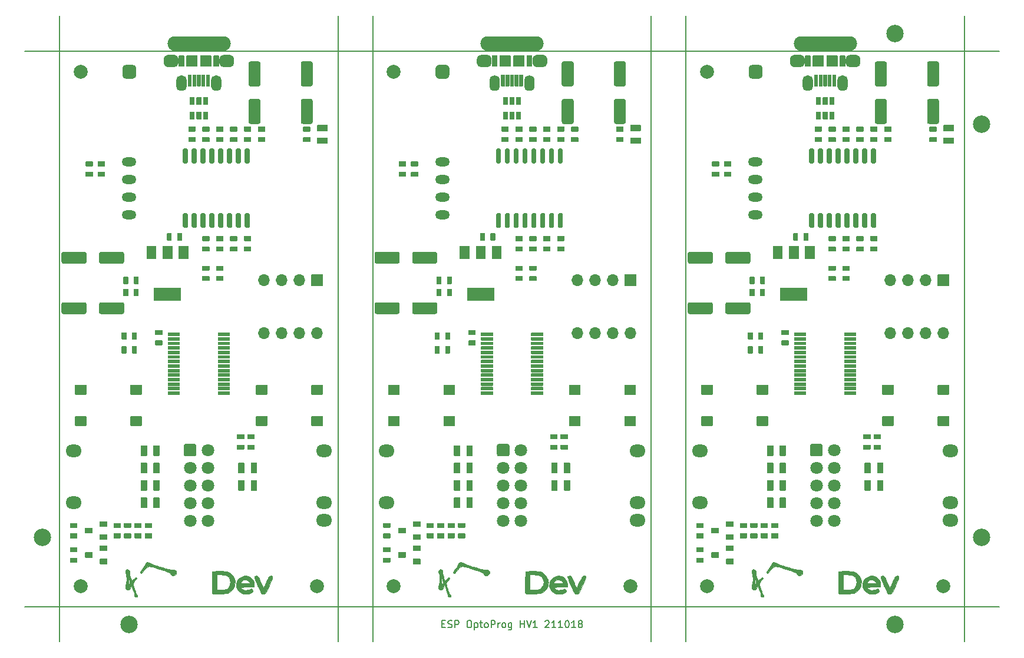
<source format=gts>
%TF.GenerationSoftware,KiCad,Pcbnew,(5.1.10)-1*%
%TF.CreationDate,2021-10-19T11:57:26+02:00*%
%TF.ProjectId,EspOptoProg Panel,4573704f-7074-46f5-9072-6f672050616e,rev?*%
%TF.SameCoordinates,PXffb3b4c0PY4c4b40*%
%TF.FileFunction,Soldermask,Top*%
%TF.FilePolarity,Negative*%
%FSLAX46Y46*%
G04 Gerber Fmt 4.6, Leading zero omitted, Abs format (unit mm)*
G04 Created by KiCad (PCBNEW (5.1.10)-1) date 2021-10-19 11:57:26*
%MOMM*%
%LPD*%
G01*
G04 APERTURE LIST*
%ADD10C,0.200000*%
%ADD11C,0.150000*%
%ADD12C,0.010000*%
%ADD13C,2.500000*%
%ADD14C,2.000000*%
%ADD15O,2.100000X1.300000*%
%ADD16O,1.700000X1.700000*%
%ADD17C,1.800000*%
%ADD18O,2.300000X1.800000*%
%ADD19O,9.100000X2.100000*%
%ADD20O,1.000000X1.650000*%
%ADD21O,1.400000X1.100000*%
G04 APERTURE END LIST*
D10*
X59952380Y2571429D02*
X60285714Y2571429D01*
X60428571Y2047620D02*
X59952380Y2047620D01*
X59952380Y3047620D01*
X60428571Y3047620D01*
X60809523Y2095239D02*
X60952380Y2047620D01*
X61190476Y2047620D01*
X61285714Y2095239D01*
X61333333Y2142858D01*
X61380952Y2238096D01*
X61380952Y2333334D01*
X61333333Y2428572D01*
X61285714Y2476191D01*
X61190476Y2523810D01*
X61000000Y2571429D01*
X60904761Y2619048D01*
X60857142Y2666667D01*
X60809523Y2761905D01*
X60809523Y2857143D01*
X60857142Y2952381D01*
X60904761Y3000000D01*
X61000000Y3047620D01*
X61238095Y3047620D01*
X61380952Y3000000D01*
X61809523Y2047620D02*
X61809523Y3047620D01*
X62190476Y3047620D01*
X62285714Y3000000D01*
X62333333Y2952381D01*
X62380952Y2857143D01*
X62380952Y2714286D01*
X62333333Y2619048D01*
X62285714Y2571429D01*
X62190476Y2523810D01*
X61809523Y2523810D01*
X63761904Y3047620D02*
X63952380Y3047620D01*
X64047619Y3000000D01*
X64142857Y2904762D01*
X64190476Y2714286D01*
X64190476Y2380953D01*
X64142857Y2190477D01*
X64047619Y2095239D01*
X63952380Y2047620D01*
X63761904Y2047620D01*
X63666666Y2095239D01*
X63571428Y2190477D01*
X63523809Y2380953D01*
X63523809Y2714286D01*
X63571428Y2904762D01*
X63666666Y3000000D01*
X63761904Y3047620D01*
X64619047Y2714286D02*
X64619047Y1714286D01*
X64619047Y2666667D02*
X64714285Y2714286D01*
X64904761Y2714286D01*
X65000000Y2666667D01*
X65047619Y2619048D01*
X65095238Y2523810D01*
X65095238Y2238096D01*
X65047619Y2142858D01*
X65000000Y2095239D01*
X64904761Y2047620D01*
X64714285Y2047620D01*
X64619047Y2095239D01*
X65380952Y2714286D02*
X65761904Y2714286D01*
X65523809Y3047620D02*
X65523809Y2190477D01*
X65571428Y2095239D01*
X65666666Y2047620D01*
X65761904Y2047620D01*
X66238095Y2047620D02*
X66142857Y2095239D01*
X66095238Y2142858D01*
X66047619Y2238096D01*
X66047619Y2523810D01*
X66095238Y2619048D01*
X66142857Y2666667D01*
X66238095Y2714286D01*
X66380952Y2714286D01*
X66476190Y2666667D01*
X66523809Y2619048D01*
X66571428Y2523810D01*
X66571428Y2238096D01*
X66523809Y2142858D01*
X66476190Y2095239D01*
X66380952Y2047620D01*
X66238095Y2047620D01*
X67000000Y2047620D02*
X67000000Y3047620D01*
X67380952Y3047620D01*
X67476190Y3000000D01*
X67523809Y2952381D01*
X67571428Y2857143D01*
X67571428Y2714286D01*
X67523809Y2619048D01*
X67476190Y2571429D01*
X67380952Y2523810D01*
X67000000Y2523810D01*
X68000000Y2047620D02*
X68000000Y2714286D01*
X68000000Y2523810D02*
X68047619Y2619048D01*
X68095238Y2666667D01*
X68190476Y2714286D01*
X68285714Y2714286D01*
X68761904Y2047620D02*
X68666666Y2095239D01*
X68619047Y2142858D01*
X68571428Y2238096D01*
X68571428Y2523810D01*
X68619047Y2619048D01*
X68666666Y2666667D01*
X68761904Y2714286D01*
X68904761Y2714286D01*
X69000000Y2666667D01*
X69047619Y2619048D01*
X69095238Y2523810D01*
X69095238Y2238096D01*
X69047619Y2142858D01*
X69000000Y2095239D01*
X68904761Y2047620D01*
X68761904Y2047620D01*
X69952380Y2714286D02*
X69952380Y1904762D01*
X69904761Y1809524D01*
X69857142Y1761905D01*
X69761904Y1714286D01*
X69619047Y1714286D01*
X69523809Y1761905D01*
X69952380Y2095239D02*
X69857142Y2047620D01*
X69666666Y2047620D01*
X69571428Y2095239D01*
X69523809Y2142858D01*
X69476190Y2238096D01*
X69476190Y2523810D01*
X69523809Y2619048D01*
X69571428Y2666667D01*
X69666666Y2714286D01*
X69857142Y2714286D01*
X69952380Y2666667D01*
X71190476Y2047620D02*
X71190476Y3047620D01*
X71190476Y2571429D02*
X71761904Y2571429D01*
X71761904Y2047620D02*
X71761904Y3047620D01*
X72095238Y3047620D02*
X72428571Y2047620D01*
X72761904Y3047620D01*
X73619047Y2047620D02*
X73047619Y2047620D01*
X73333333Y2047620D02*
X73333333Y3047620D01*
X73238095Y2904762D01*
X73142857Y2809524D01*
X73047619Y2761905D01*
X74761904Y2952381D02*
X74809523Y3000000D01*
X74904761Y3047620D01*
X75142857Y3047620D01*
X75238095Y3000000D01*
X75285714Y2952381D01*
X75333333Y2857143D01*
X75333333Y2761905D01*
X75285714Y2619048D01*
X74714285Y2047620D01*
X75333333Y2047620D01*
X76285714Y2047620D02*
X75714285Y2047620D01*
X76000000Y2047620D02*
X76000000Y3047620D01*
X75904761Y2904762D01*
X75809523Y2809524D01*
X75714285Y2761905D01*
X77238095Y2047620D02*
X76666666Y2047620D01*
X76952380Y2047620D02*
X76952380Y3047620D01*
X76857142Y2904762D01*
X76761904Y2809524D01*
X76666666Y2761905D01*
X77857142Y3047620D02*
X77952380Y3047620D01*
X78047619Y3000000D01*
X78095238Y2952381D01*
X78142857Y2857143D01*
X78190476Y2666667D01*
X78190476Y2428572D01*
X78142857Y2238096D01*
X78095238Y2142858D01*
X78047619Y2095239D01*
X77952380Y2047620D01*
X77857142Y2047620D01*
X77761904Y2095239D01*
X77714285Y2142858D01*
X77666666Y2238096D01*
X77619047Y2428572D01*
X77619047Y2666667D01*
X77666666Y2857143D01*
X77714285Y2952381D01*
X77761904Y3000000D01*
X77857142Y3047620D01*
X79142857Y2047620D02*
X78571428Y2047620D01*
X78857142Y2047620D02*
X78857142Y3047620D01*
X78761904Y2904762D01*
X78666666Y2809524D01*
X78571428Y2761905D01*
X79714285Y2619048D02*
X79619047Y2666667D01*
X79571428Y2714286D01*
X79523809Y2809524D01*
X79523809Y2857143D01*
X79571428Y2952381D01*
X79619047Y3000000D01*
X79714285Y3047620D01*
X79904761Y3047620D01*
X80000000Y3000000D01*
X80047619Y2952381D01*
X80095238Y2857143D01*
X80095238Y2809524D01*
X80047619Y2714286D01*
X80000000Y2666667D01*
X79904761Y2619048D01*
X79714285Y2619048D01*
X79619047Y2571429D01*
X79571428Y2523810D01*
X79523809Y2428572D01*
X79523809Y2238096D01*
X79571428Y2142858D01*
X79619047Y2095239D01*
X79714285Y2047620D01*
X79904761Y2047620D01*
X80000000Y2095239D01*
X80047619Y2142858D01*
X80095238Y2238096D01*
X80095238Y2428572D01*
X80047619Y2523810D01*
X80000000Y2571429D01*
X79904761Y2619048D01*
D11*
X0Y85000000D02*
X140000000Y85000000D01*
X135000000Y0D02*
X135000000Y90000000D01*
X90000000Y0D02*
X90000000Y90000000D01*
X95000000Y0D02*
X95000000Y90000000D01*
X50000000Y0D02*
X50000000Y90000000D01*
X45000000Y0D02*
X45000000Y90000000D01*
X5000000Y0D02*
X5000000Y90000000D01*
X0Y5000000D02*
X140000000Y5000000D01*
D12*
%TO.C,LOGO2*%
G36*
X17848121Y11399510D02*
G01*
X18032471Y11296958D01*
X18230412Y11190430D01*
X18530816Y11067645D01*
X18871916Y10953604D01*
X18904000Y10944189D01*
X19329899Y10817600D01*
X19802023Y10672381D01*
X20162144Y10557987D01*
X20602198Y10436436D01*
X20939082Y10395762D01*
X21116805Y10408655D01*
X21425523Y10401957D01*
X21648656Y10292437D01*
X21765084Y10111202D01*
X21753685Y9889362D01*
X21613333Y9677333D01*
X21417381Y9533462D01*
X21227280Y9535096D01*
X21039505Y9639801D01*
X20899138Y9773966D01*
X20851333Y9878360D01*
X20776575Y9954621D01*
X20579843Y10054946D01*
X20302451Y10158559D01*
X20279833Y10165792D01*
X19599921Y10379884D01*
X19062306Y10546889D01*
X18648271Y10672141D01*
X18339101Y10760976D01*
X18116077Y10818729D01*
X17960482Y10850734D01*
X17853600Y10862326D01*
X17834906Y10862667D01*
X17631855Y10793146D01*
X17379622Y10603472D01*
X17110427Y10321972D01*
X16896039Y10037167D01*
X16745690Y9873780D01*
X16626916Y9873548D01*
X16565295Y9970164D01*
X16593028Y10100038D01*
X16721232Y10311569D01*
X16885452Y10519320D01*
X17084142Y10776886D01*
X17233740Y11021629D01*
X17295735Y11178989D01*
X17399266Y11369748D01*
X17595542Y11445200D01*
X17848121Y11399510D01*
G37*
X17848121Y11399510D02*
X18032471Y11296958D01*
X18230412Y11190430D01*
X18530816Y11067645D01*
X18871916Y10953604D01*
X18904000Y10944189D01*
X19329899Y10817600D01*
X19802023Y10672381D01*
X20162144Y10557987D01*
X20602198Y10436436D01*
X20939082Y10395762D01*
X21116805Y10408655D01*
X21425523Y10401957D01*
X21648656Y10292437D01*
X21765084Y10111202D01*
X21753685Y9889362D01*
X21613333Y9677333D01*
X21417381Y9533462D01*
X21227280Y9535096D01*
X21039505Y9639801D01*
X20899138Y9773966D01*
X20851333Y9878360D01*
X20776575Y9954621D01*
X20579843Y10054946D01*
X20302451Y10158559D01*
X20279833Y10165792D01*
X19599921Y10379884D01*
X19062306Y10546889D01*
X18648271Y10672141D01*
X18339101Y10760976D01*
X18116077Y10818729D01*
X17960482Y10850734D01*
X17853600Y10862326D01*
X17834906Y10862667D01*
X17631855Y10793146D01*
X17379622Y10603472D01*
X17110427Y10321972D01*
X16896039Y10037167D01*
X16745690Y9873780D01*
X16626916Y9873548D01*
X16565295Y9970164D01*
X16593028Y10100038D01*
X16721232Y10311569D01*
X16885452Y10519320D01*
X17084142Y10776886D01*
X17233740Y11021629D01*
X17295735Y11178989D01*
X17399266Y11369748D01*
X17595542Y11445200D01*
X17848121Y11399510D01*
G36*
X33439033Y9443852D02*
G01*
X33588263Y9231183D01*
X33645400Y9105833D01*
X33783732Y8785850D01*
X33928956Y8462755D01*
X33974428Y8365000D01*
X34091962Y8106329D01*
X34187434Y7880104D01*
X34205266Y7833738D01*
X34245745Y7762293D01*
X34297552Y7775452D01*
X34374862Y7892789D01*
X34491848Y8133878D01*
X34603753Y8384071D01*
X34802267Y8826818D01*
X34952539Y9136245D01*
X35070569Y9335704D01*
X35172353Y9448551D01*
X35273888Y9498140D01*
X35373618Y9508000D01*
X35492814Y9490602D01*
X35557779Y9425727D01*
X35564715Y9294354D01*
X35509818Y9077462D01*
X35389287Y8756030D01*
X35199322Y8311038D01*
X35081403Y8045834D01*
X34884349Y7609035D01*
X34739345Y7303003D01*
X34629799Y7103708D01*
X34539118Y6987121D01*
X34450710Y6929212D01*
X34347983Y6905951D01*
X34290337Y6900180D01*
X34143780Y6894364D01*
X34039088Y6928332D01*
X33947192Y7032353D01*
X33839026Y7236696D01*
X33721197Y7492847D01*
X33448207Y8101077D01*
X33242969Y8573157D01*
X33099635Y8925438D01*
X33012358Y9174273D01*
X32975289Y9336012D01*
X32982581Y9427009D01*
X33017610Y9460325D01*
X33259875Y9513988D01*
X33439033Y9443852D01*
G37*
X33439033Y9443852D02*
X33588263Y9231183D01*
X33645400Y9105833D01*
X33783732Y8785850D01*
X33928956Y8462755D01*
X33974428Y8365000D01*
X34091962Y8106329D01*
X34187434Y7880104D01*
X34205266Y7833738D01*
X34245745Y7762293D01*
X34297552Y7775452D01*
X34374862Y7892789D01*
X34491848Y8133878D01*
X34603753Y8384071D01*
X34802267Y8826818D01*
X34952539Y9136245D01*
X35070569Y9335704D01*
X35172353Y9448551D01*
X35273888Y9498140D01*
X35373618Y9508000D01*
X35492814Y9490602D01*
X35557779Y9425727D01*
X35564715Y9294354D01*
X35509818Y9077462D01*
X35389287Y8756030D01*
X35199322Y8311038D01*
X35081403Y8045834D01*
X34884349Y7609035D01*
X34739345Y7303003D01*
X34629799Y7103708D01*
X34539118Y6987121D01*
X34450710Y6929212D01*
X34347983Y6905951D01*
X34290337Y6900180D01*
X34143780Y6894364D01*
X34039088Y6928332D01*
X33947192Y7032353D01*
X33839026Y7236696D01*
X33721197Y7492847D01*
X33448207Y8101077D01*
X33242969Y8573157D01*
X33099635Y8925438D01*
X33012358Y9174273D01*
X32975289Y9336012D01*
X32982581Y9427009D01*
X33017610Y9460325D01*
X33259875Y9513988D01*
X33439033Y9443852D01*
G36*
X32093175Y9430104D02*
G01*
X32443350Y9227652D01*
X32723264Y8933933D01*
X32899194Y8583630D01*
X32939973Y8238000D01*
X32916333Y7941667D01*
X31961864Y7899333D01*
X31550114Y7880123D01*
X31282324Y7861619D01*
X31133283Y7837026D01*
X31077783Y7799551D01*
X31090616Y7742402D01*
X31134293Y7676311D01*
X31354208Y7501452D01*
X31668678Y7432467D01*
X32035683Y7475120D01*
X32201026Y7529956D01*
X32424483Y7613153D01*
X32548708Y7628069D01*
X32630140Y7573059D01*
X32674387Y7516167D01*
X32770214Y7353173D01*
X32752597Y7233607D01*
X32604722Y7108724D01*
X32514167Y7051739D01*
X32181648Y6927400D01*
X31770193Y6883725D01*
X31350259Y6921658D01*
X31012609Y7031632D01*
X30688552Y7281916D01*
X30469691Y7630153D01*
X30365640Y8034518D01*
X30386014Y8453184D01*
X30386822Y8455233D01*
X31011333Y8455233D01*
X31089362Y8433138D01*
X31296937Y8416435D01*
X31594291Y8407892D01*
X31698993Y8407333D01*
X32386654Y8407333D01*
X32261852Y8597833D01*
X32019296Y8845492D01*
X31726361Y8954252D01*
X31425105Y8911373D01*
X31200814Y8769214D01*
X31047856Y8582169D01*
X31011333Y8455233D01*
X30386822Y8455233D01*
X30540427Y8844329D01*
X30581662Y8906433D01*
X30856646Y9180587D01*
X31216684Y9390614D01*
X31592052Y9499310D01*
X31706460Y9506607D01*
X32093175Y9430104D01*
G37*
X32093175Y9430104D02*
X32443350Y9227652D01*
X32723264Y8933933D01*
X32899194Y8583630D01*
X32939973Y8238000D01*
X32916333Y7941667D01*
X31961864Y7899333D01*
X31550114Y7880123D01*
X31282324Y7861619D01*
X31133283Y7837026D01*
X31077783Y7799551D01*
X31090616Y7742402D01*
X31134293Y7676311D01*
X31354208Y7501452D01*
X31668678Y7432467D01*
X32035683Y7475120D01*
X32201026Y7529956D01*
X32424483Y7613153D01*
X32548708Y7628069D01*
X32630140Y7573059D01*
X32674387Y7516167D01*
X32770214Y7353173D01*
X32752597Y7233607D01*
X32604722Y7108724D01*
X32514167Y7051739D01*
X32181648Y6927400D01*
X31770193Y6883725D01*
X31350259Y6921658D01*
X31012609Y7031632D01*
X30688552Y7281916D01*
X30469691Y7630153D01*
X30365640Y8034518D01*
X30386014Y8453184D01*
X30386822Y8455233D01*
X31011333Y8455233D01*
X31089362Y8433138D01*
X31296937Y8416435D01*
X31594291Y8407892D01*
X31698993Y8407333D01*
X32386654Y8407333D01*
X32261852Y8597833D01*
X32019296Y8845492D01*
X31726361Y8954252D01*
X31425105Y8911373D01*
X31200814Y8769214D01*
X31047856Y8582169D01*
X31011333Y8455233D01*
X30386822Y8455233D01*
X30540427Y8844329D01*
X30581662Y8906433D01*
X30856646Y9180587D01*
X31216684Y9390614D01*
X31592052Y9499310D01*
X31706460Y9506607D01*
X32093175Y9430104D01*
G36*
X28712172Y10150980D02*
G01*
X29029945Y10114747D01*
X29128680Y10093373D01*
X29524235Y9898431D01*
X29846611Y9562290D01*
X30079604Y9103213D01*
X30120856Y8975278D01*
X30193251Y8687486D01*
X30206006Y8467541D01*
X30159377Y8224905D01*
X30123323Y8098412D01*
X29896436Y7615681D01*
X29534557Y7234413D01*
X29277426Y7068785D01*
X29083312Y7004883D01*
X28784585Y6953005D01*
X28419049Y6914511D01*
X28024509Y6890762D01*
X27638769Y6883119D01*
X27299632Y6892943D01*
X27044904Y6921596D01*
X26912388Y6970437D01*
X26903648Y6983326D01*
X26890375Y7102705D01*
X26881256Y7361823D01*
X26880058Y7458624D01*
X27540000Y7458624D01*
X28266613Y7488479D01*
X28623060Y7506665D01*
X28855658Y7535017D01*
X29009843Y7587660D01*
X29131052Y7678718D01*
X29235740Y7789756D01*
X29470871Y8164924D01*
X29540917Y8577121D01*
X29471279Y8949580D01*
X29331919Y9245839D01*
X29127621Y9449323D01*
X28828346Y9577093D01*
X28404054Y9646208D01*
X28221006Y9659668D01*
X27540000Y9699090D01*
X27540000Y7458624D01*
X26880058Y7458624D01*
X26876685Y7731130D01*
X26877055Y8181072D01*
X26881805Y8621847D01*
X26905000Y10143000D01*
X27836333Y10168207D01*
X28297745Y10169759D01*
X28712172Y10150980D01*
G37*
X28712172Y10150980D02*
X29029945Y10114747D01*
X29128680Y10093373D01*
X29524235Y9898431D01*
X29846611Y9562290D01*
X30079604Y9103213D01*
X30120856Y8975278D01*
X30193251Y8687486D01*
X30206006Y8467541D01*
X30159377Y8224905D01*
X30123323Y8098412D01*
X29896436Y7615681D01*
X29534557Y7234413D01*
X29277426Y7068785D01*
X29083312Y7004883D01*
X28784585Y6953005D01*
X28419049Y6914511D01*
X28024509Y6890762D01*
X27638769Y6883119D01*
X27299632Y6892943D01*
X27044904Y6921596D01*
X26912388Y6970437D01*
X26903648Y6983326D01*
X26890375Y7102705D01*
X26881256Y7361823D01*
X26880058Y7458624D01*
X27540000Y7458624D01*
X28266613Y7488479D01*
X28623060Y7506665D01*
X28855658Y7535017D01*
X29009843Y7587660D01*
X29131052Y7678718D01*
X29235740Y7789756D01*
X29470871Y8164924D01*
X29540917Y8577121D01*
X29471279Y8949580D01*
X29331919Y9245839D01*
X29127621Y9449323D01*
X28828346Y9577093D01*
X28404054Y9646208D01*
X28221006Y9659668D01*
X27540000Y9699090D01*
X27540000Y7458624D01*
X26880058Y7458624D01*
X26876685Y7731130D01*
X26877055Y8181072D01*
X26881805Y8621847D01*
X26905000Y10143000D01*
X27836333Y10168207D01*
X28297745Y10169759D01*
X28712172Y10150980D01*
G36*
X14884726Y10386968D02*
G01*
X15019996Y10230836D01*
X15031200Y10005809D01*
X15031483Y9854925D01*
X15070920Y9618393D01*
X15135889Y9346960D01*
X15212768Y9091372D01*
X15287936Y8902374D01*
X15346646Y8830667D01*
X15437178Y8886452D01*
X15583335Y9022724D01*
X15602000Y9042333D01*
X15785613Y9196198D01*
X15937152Y9252208D01*
X16019592Y9200128D01*
X16025333Y9159344D01*
X15973308Y9043580D01*
X15841713Y8859854D01*
X15764025Y8767074D01*
X15601894Y8558491D01*
X15541414Y8387126D01*
X15557297Y8178122D01*
X15560036Y8163230D01*
X15634118Y7885344D01*
X15746900Y7575725D01*
X15779011Y7501812D01*
X15877114Y7261209D01*
X15934500Y7072015D01*
X15940667Y7025346D01*
X16000594Y6872749D01*
X16067667Y6798667D01*
X16184394Y6641329D01*
X16158778Y6514439D01*
X16000187Y6460072D01*
X15992263Y6460000D01*
X15842275Y6495416D01*
X15764914Y6632834D01*
X15743407Y6735167D01*
X15688943Y6976736D01*
X15603089Y7273146D01*
X15500917Y7581663D01*
X15397496Y7859553D01*
X15307897Y8064083D01*
X15247191Y8152520D01*
X15243278Y8153333D01*
X15197162Y8079922D01*
X15178666Y7909700D01*
X15117023Y7648823D01*
X14938272Y7508707D01*
X14696953Y7491049D01*
X14529001Y7537328D01*
X14453362Y7660788D01*
X14431666Y7804266D01*
X14437832Y8025458D01*
X14489851Y8175175D01*
X14495166Y8181033D01*
X14537683Y8300620D01*
X14567003Y8531978D01*
X14583106Y8831328D01*
X14583287Y8851833D01*
X14848095Y8851833D01*
X14860741Y8547240D01*
X14903998Y8362521D01*
X14969348Y8313029D01*
X15048273Y8414114D01*
X15066591Y8458030D01*
X15071787Y8614419D01*
X15025831Y8856978D01*
X14987363Y8987197D01*
X14856190Y9381000D01*
X14848095Y8851833D01*
X14583287Y8851833D01*
X14585971Y9154891D01*
X14575577Y9458886D01*
X14551902Y9699533D01*
X14514925Y9833054D01*
X14495969Y9846667D01*
X14441109Y9920313D01*
X14430853Y10103035D01*
X14432469Y10121833D01*
X14480580Y10324245D01*
X14598296Y10412325D01*
X14665923Y10426208D01*
X14884726Y10386968D01*
G37*
X14884726Y10386968D02*
X15019996Y10230836D01*
X15031200Y10005809D01*
X15031483Y9854925D01*
X15070920Y9618393D01*
X15135889Y9346960D01*
X15212768Y9091372D01*
X15287936Y8902374D01*
X15346646Y8830667D01*
X15437178Y8886452D01*
X15583335Y9022724D01*
X15602000Y9042333D01*
X15785613Y9196198D01*
X15937152Y9252208D01*
X16019592Y9200128D01*
X16025333Y9159344D01*
X15973308Y9043580D01*
X15841713Y8859854D01*
X15764025Y8767074D01*
X15601894Y8558491D01*
X15541414Y8387126D01*
X15557297Y8178122D01*
X15560036Y8163230D01*
X15634118Y7885344D01*
X15746900Y7575725D01*
X15779011Y7501812D01*
X15877114Y7261209D01*
X15934500Y7072015D01*
X15940667Y7025346D01*
X16000594Y6872749D01*
X16067667Y6798667D01*
X16184394Y6641329D01*
X16158778Y6514439D01*
X16000187Y6460072D01*
X15992263Y6460000D01*
X15842275Y6495416D01*
X15764914Y6632834D01*
X15743407Y6735167D01*
X15688943Y6976736D01*
X15603089Y7273146D01*
X15500917Y7581663D01*
X15397496Y7859553D01*
X15307897Y8064083D01*
X15247191Y8152520D01*
X15243278Y8153333D01*
X15197162Y8079922D01*
X15178666Y7909700D01*
X15117023Y7648823D01*
X14938272Y7508707D01*
X14696953Y7491049D01*
X14529001Y7537328D01*
X14453362Y7660788D01*
X14431666Y7804266D01*
X14437832Y8025458D01*
X14489851Y8175175D01*
X14495166Y8181033D01*
X14537683Y8300620D01*
X14567003Y8531978D01*
X14583106Y8831328D01*
X14583287Y8851833D01*
X14848095Y8851833D01*
X14860741Y8547240D01*
X14903998Y8362521D01*
X14969348Y8313029D01*
X15048273Y8414114D01*
X15066591Y8458030D01*
X15071787Y8614419D01*
X15025831Y8856978D01*
X14987363Y8987197D01*
X14856190Y9381000D01*
X14848095Y8851833D01*
X14583287Y8851833D01*
X14585971Y9154891D01*
X14575577Y9458886D01*
X14551902Y9699533D01*
X14514925Y9833054D01*
X14495969Y9846667D01*
X14441109Y9920313D01*
X14430853Y10103035D01*
X14432469Y10121833D01*
X14480580Y10324245D01*
X14598296Y10412325D01*
X14665923Y10426208D01*
X14884726Y10386968D01*
G36*
X62848121Y11399510D02*
G01*
X63032471Y11296958D01*
X63230412Y11190430D01*
X63530816Y11067645D01*
X63871916Y10953604D01*
X63904000Y10944189D01*
X64329899Y10817600D01*
X64802023Y10672381D01*
X65162144Y10557987D01*
X65602198Y10436436D01*
X65939082Y10395762D01*
X66116805Y10408655D01*
X66425523Y10401957D01*
X66648656Y10292437D01*
X66765084Y10111202D01*
X66753685Y9889362D01*
X66613333Y9677333D01*
X66417381Y9533462D01*
X66227280Y9535096D01*
X66039505Y9639801D01*
X65899138Y9773966D01*
X65851333Y9878360D01*
X65776575Y9954621D01*
X65579843Y10054946D01*
X65302451Y10158559D01*
X65279833Y10165792D01*
X64599921Y10379884D01*
X64062306Y10546889D01*
X63648271Y10672141D01*
X63339101Y10760976D01*
X63116077Y10818729D01*
X62960482Y10850734D01*
X62853600Y10862326D01*
X62834906Y10862667D01*
X62631855Y10793146D01*
X62379622Y10603472D01*
X62110427Y10321972D01*
X61896039Y10037167D01*
X61745690Y9873780D01*
X61626916Y9873548D01*
X61565295Y9970164D01*
X61593028Y10100038D01*
X61721232Y10311569D01*
X61885452Y10519320D01*
X62084142Y10776886D01*
X62233740Y11021629D01*
X62295735Y11178989D01*
X62399266Y11369748D01*
X62595542Y11445200D01*
X62848121Y11399510D01*
G37*
X62848121Y11399510D02*
X63032471Y11296958D01*
X63230412Y11190430D01*
X63530816Y11067645D01*
X63871916Y10953604D01*
X63904000Y10944189D01*
X64329899Y10817600D01*
X64802023Y10672381D01*
X65162144Y10557987D01*
X65602198Y10436436D01*
X65939082Y10395762D01*
X66116805Y10408655D01*
X66425523Y10401957D01*
X66648656Y10292437D01*
X66765084Y10111202D01*
X66753685Y9889362D01*
X66613333Y9677333D01*
X66417381Y9533462D01*
X66227280Y9535096D01*
X66039505Y9639801D01*
X65899138Y9773966D01*
X65851333Y9878360D01*
X65776575Y9954621D01*
X65579843Y10054946D01*
X65302451Y10158559D01*
X65279833Y10165792D01*
X64599921Y10379884D01*
X64062306Y10546889D01*
X63648271Y10672141D01*
X63339101Y10760976D01*
X63116077Y10818729D01*
X62960482Y10850734D01*
X62853600Y10862326D01*
X62834906Y10862667D01*
X62631855Y10793146D01*
X62379622Y10603472D01*
X62110427Y10321972D01*
X61896039Y10037167D01*
X61745690Y9873780D01*
X61626916Y9873548D01*
X61565295Y9970164D01*
X61593028Y10100038D01*
X61721232Y10311569D01*
X61885452Y10519320D01*
X62084142Y10776886D01*
X62233740Y11021629D01*
X62295735Y11178989D01*
X62399266Y11369748D01*
X62595542Y11445200D01*
X62848121Y11399510D01*
G36*
X78439033Y9443852D02*
G01*
X78588263Y9231183D01*
X78645400Y9105833D01*
X78783732Y8785850D01*
X78928956Y8462755D01*
X78974428Y8365000D01*
X79091962Y8106329D01*
X79187434Y7880104D01*
X79205266Y7833738D01*
X79245745Y7762293D01*
X79297552Y7775452D01*
X79374862Y7892789D01*
X79491848Y8133878D01*
X79603753Y8384071D01*
X79802267Y8826818D01*
X79952539Y9136245D01*
X80070569Y9335704D01*
X80172353Y9448551D01*
X80273888Y9498140D01*
X80373618Y9508000D01*
X80492814Y9490602D01*
X80557779Y9425727D01*
X80564715Y9294354D01*
X80509818Y9077462D01*
X80389287Y8756030D01*
X80199322Y8311038D01*
X80081403Y8045834D01*
X79884349Y7609035D01*
X79739345Y7303003D01*
X79629799Y7103708D01*
X79539118Y6987121D01*
X79450710Y6929212D01*
X79347983Y6905951D01*
X79290337Y6900180D01*
X79143780Y6894364D01*
X79039088Y6928332D01*
X78947192Y7032353D01*
X78839026Y7236696D01*
X78721197Y7492847D01*
X78448207Y8101077D01*
X78242969Y8573157D01*
X78099635Y8925438D01*
X78012358Y9174273D01*
X77975289Y9336012D01*
X77982581Y9427009D01*
X78017610Y9460325D01*
X78259875Y9513988D01*
X78439033Y9443852D01*
G37*
X78439033Y9443852D02*
X78588263Y9231183D01*
X78645400Y9105833D01*
X78783732Y8785850D01*
X78928956Y8462755D01*
X78974428Y8365000D01*
X79091962Y8106329D01*
X79187434Y7880104D01*
X79205266Y7833738D01*
X79245745Y7762293D01*
X79297552Y7775452D01*
X79374862Y7892789D01*
X79491848Y8133878D01*
X79603753Y8384071D01*
X79802267Y8826818D01*
X79952539Y9136245D01*
X80070569Y9335704D01*
X80172353Y9448551D01*
X80273888Y9498140D01*
X80373618Y9508000D01*
X80492814Y9490602D01*
X80557779Y9425727D01*
X80564715Y9294354D01*
X80509818Y9077462D01*
X80389287Y8756030D01*
X80199322Y8311038D01*
X80081403Y8045834D01*
X79884349Y7609035D01*
X79739345Y7303003D01*
X79629799Y7103708D01*
X79539118Y6987121D01*
X79450710Y6929212D01*
X79347983Y6905951D01*
X79290337Y6900180D01*
X79143780Y6894364D01*
X79039088Y6928332D01*
X78947192Y7032353D01*
X78839026Y7236696D01*
X78721197Y7492847D01*
X78448207Y8101077D01*
X78242969Y8573157D01*
X78099635Y8925438D01*
X78012358Y9174273D01*
X77975289Y9336012D01*
X77982581Y9427009D01*
X78017610Y9460325D01*
X78259875Y9513988D01*
X78439033Y9443852D01*
G36*
X77093175Y9430104D02*
G01*
X77443350Y9227652D01*
X77723264Y8933933D01*
X77899194Y8583630D01*
X77939973Y8238000D01*
X77916333Y7941667D01*
X76961864Y7899333D01*
X76550114Y7880123D01*
X76282324Y7861619D01*
X76133283Y7837026D01*
X76077783Y7799551D01*
X76090616Y7742402D01*
X76134293Y7676311D01*
X76354208Y7501452D01*
X76668678Y7432467D01*
X77035683Y7475120D01*
X77201026Y7529956D01*
X77424483Y7613153D01*
X77548708Y7628069D01*
X77630140Y7573059D01*
X77674387Y7516167D01*
X77770214Y7353173D01*
X77752597Y7233607D01*
X77604722Y7108724D01*
X77514167Y7051739D01*
X77181648Y6927400D01*
X76770193Y6883725D01*
X76350259Y6921658D01*
X76012609Y7031632D01*
X75688552Y7281916D01*
X75469691Y7630153D01*
X75365640Y8034518D01*
X75386014Y8453184D01*
X75386822Y8455233D01*
X76011333Y8455233D01*
X76089362Y8433138D01*
X76296937Y8416435D01*
X76594291Y8407892D01*
X76698993Y8407333D01*
X77386654Y8407333D01*
X77261852Y8597833D01*
X77019296Y8845492D01*
X76726361Y8954252D01*
X76425105Y8911373D01*
X76200814Y8769214D01*
X76047856Y8582169D01*
X76011333Y8455233D01*
X75386822Y8455233D01*
X75540427Y8844329D01*
X75581662Y8906433D01*
X75856646Y9180587D01*
X76216684Y9390614D01*
X76592052Y9499310D01*
X76706460Y9506607D01*
X77093175Y9430104D01*
G37*
X77093175Y9430104D02*
X77443350Y9227652D01*
X77723264Y8933933D01*
X77899194Y8583630D01*
X77939973Y8238000D01*
X77916333Y7941667D01*
X76961864Y7899333D01*
X76550114Y7880123D01*
X76282324Y7861619D01*
X76133283Y7837026D01*
X76077783Y7799551D01*
X76090616Y7742402D01*
X76134293Y7676311D01*
X76354208Y7501452D01*
X76668678Y7432467D01*
X77035683Y7475120D01*
X77201026Y7529956D01*
X77424483Y7613153D01*
X77548708Y7628069D01*
X77630140Y7573059D01*
X77674387Y7516167D01*
X77770214Y7353173D01*
X77752597Y7233607D01*
X77604722Y7108724D01*
X77514167Y7051739D01*
X77181648Y6927400D01*
X76770193Y6883725D01*
X76350259Y6921658D01*
X76012609Y7031632D01*
X75688552Y7281916D01*
X75469691Y7630153D01*
X75365640Y8034518D01*
X75386014Y8453184D01*
X75386822Y8455233D01*
X76011333Y8455233D01*
X76089362Y8433138D01*
X76296937Y8416435D01*
X76594291Y8407892D01*
X76698993Y8407333D01*
X77386654Y8407333D01*
X77261852Y8597833D01*
X77019296Y8845492D01*
X76726361Y8954252D01*
X76425105Y8911373D01*
X76200814Y8769214D01*
X76047856Y8582169D01*
X76011333Y8455233D01*
X75386822Y8455233D01*
X75540427Y8844329D01*
X75581662Y8906433D01*
X75856646Y9180587D01*
X76216684Y9390614D01*
X76592052Y9499310D01*
X76706460Y9506607D01*
X77093175Y9430104D01*
G36*
X73712172Y10150980D02*
G01*
X74029945Y10114747D01*
X74128680Y10093373D01*
X74524235Y9898431D01*
X74846611Y9562290D01*
X75079604Y9103213D01*
X75120856Y8975278D01*
X75193251Y8687486D01*
X75206006Y8467541D01*
X75159377Y8224905D01*
X75123323Y8098412D01*
X74896436Y7615681D01*
X74534557Y7234413D01*
X74277426Y7068785D01*
X74083312Y7004883D01*
X73784585Y6953005D01*
X73419049Y6914511D01*
X73024509Y6890762D01*
X72638769Y6883119D01*
X72299632Y6892943D01*
X72044904Y6921596D01*
X71912388Y6970437D01*
X71903648Y6983326D01*
X71890375Y7102705D01*
X71881256Y7361823D01*
X71880058Y7458624D01*
X72540000Y7458624D01*
X73266613Y7488479D01*
X73623060Y7506665D01*
X73855658Y7535017D01*
X74009843Y7587660D01*
X74131052Y7678718D01*
X74235740Y7789756D01*
X74470871Y8164924D01*
X74540917Y8577121D01*
X74471279Y8949580D01*
X74331919Y9245839D01*
X74127621Y9449323D01*
X73828346Y9577093D01*
X73404054Y9646208D01*
X73221006Y9659668D01*
X72540000Y9699090D01*
X72540000Y7458624D01*
X71880058Y7458624D01*
X71876685Y7731130D01*
X71877055Y8181072D01*
X71881805Y8621847D01*
X71905000Y10143000D01*
X72836333Y10168207D01*
X73297745Y10169759D01*
X73712172Y10150980D01*
G37*
X73712172Y10150980D02*
X74029945Y10114747D01*
X74128680Y10093373D01*
X74524235Y9898431D01*
X74846611Y9562290D01*
X75079604Y9103213D01*
X75120856Y8975278D01*
X75193251Y8687486D01*
X75206006Y8467541D01*
X75159377Y8224905D01*
X75123323Y8098412D01*
X74896436Y7615681D01*
X74534557Y7234413D01*
X74277426Y7068785D01*
X74083312Y7004883D01*
X73784585Y6953005D01*
X73419049Y6914511D01*
X73024509Y6890762D01*
X72638769Y6883119D01*
X72299632Y6892943D01*
X72044904Y6921596D01*
X71912388Y6970437D01*
X71903648Y6983326D01*
X71890375Y7102705D01*
X71881256Y7361823D01*
X71880058Y7458624D01*
X72540000Y7458624D01*
X73266613Y7488479D01*
X73623060Y7506665D01*
X73855658Y7535017D01*
X74009843Y7587660D01*
X74131052Y7678718D01*
X74235740Y7789756D01*
X74470871Y8164924D01*
X74540917Y8577121D01*
X74471279Y8949580D01*
X74331919Y9245839D01*
X74127621Y9449323D01*
X73828346Y9577093D01*
X73404054Y9646208D01*
X73221006Y9659668D01*
X72540000Y9699090D01*
X72540000Y7458624D01*
X71880058Y7458624D01*
X71876685Y7731130D01*
X71877055Y8181072D01*
X71881805Y8621847D01*
X71905000Y10143000D01*
X72836333Y10168207D01*
X73297745Y10169759D01*
X73712172Y10150980D01*
G36*
X59884726Y10386968D02*
G01*
X60019996Y10230836D01*
X60031200Y10005809D01*
X60031483Y9854925D01*
X60070920Y9618393D01*
X60135889Y9346960D01*
X60212768Y9091372D01*
X60287936Y8902374D01*
X60346646Y8830667D01*
X60437178Y8886452D01*
X60583335Y9022724D01*
X60602000Y9042333D01*
X60785613Y9196198D01*
X60937152Y9252208D01*
X61019592Y9200128D01*
X61025333Y9159344D01*
X60973308Y9043580D01*
X60841713Y8859854D01*
X60764025Y8767074D01*
X60601894Y8558491D01*
X60541414Y8387126D01*
X60557297Y8178122D01*
X60560036Y8163230D01*
X60634118Y7885344D01*
X60746900Y7575725D01*
X60779011Y7501812D01*
X60877114Y7261209D01*
X60934500Y7072015D01*
X60940667Y7025346D01*
X61000594Y6872749D01*
X61067667Y6798667D01*
X61184394Y6641329D01*
X61158778Y6514439D01*
X61000187Y6460072D01*
X60992263Y6460000D01*
X60842275Y6495416D01*
X60764914Y6632834D01*
X60743407Y6735167D01*
X60688943Y6976736D01*
X60603089Y7273146D01*
X60500917Y7581663D01*
X60397496Y7859553D01*
X60307897Y8064083D01*
X60247191Y8152520D01*
X60243278Y8153333D01*
X60197162Y8079922D01*
X60178666Y7909700D01*
X60117023Y7648823D01*
X59938272Y7508707D01*
X59696953Y7491049D01*
X59529001Y7537328D01*
X59453362Y7660788D01*
X59431666Y7804266D01*
X59437832Y8025458D01*
X59489851Y8175175D01*
X59495166Y8181033D01*
X59537683Y8300620D01*
X59567003Y8531978D01*
X59583106Y8831328D01*
X59583287Y8851833D01*
X59848095Y8851833D01*
X59860741Y8547240D01*
X59903998Y8362521D01*
X59969348Y8313029D01*
X60048273Y8414114D01*
X60066591Y8458030D01*
X60071787Y8614419D01*
X60025831Y8856978D01*
X59987363Y8987197D01*
X59856190Y9381000D01*
X59848095Y8851833D01*
X59583287Y8851833D01*
X59585971Y9154891D01*
X59575577Y9458886D01*
X59551902Y9699533D01*
X59514925Y9833054D01*
X59495969Y9846667D01*
X59441109Y9920313D01*
X59430853Y10103035D01*
X59432469Y10121833D01*
X59480580Y10324245D01*
X59598296Y10412325D01*
X59665923Y10426208D01*
X59884726Y10386968D01*
G37*
X59884726Y10386968D02*
X60019996Y10230836D01*
X60031200Y10005809D01*
X60031483Y9854925D01*
X60070920Y9618393D01*
X60135889Y9346960D01*
X60212768Y9091372D01*
X60287936Y8902374D01*
X60346646Y8830667D01*
X60437178Y8886452D01*
X60583335Y9022724D01*
X60602000Y9042333D01*
X60785613Y9196198D01*
X60937152Y9252208D01*
X61019592Y9200128D01*
X61025333Y9159344D01*
X60973308Y9043580D01*
X60841713Y8859854D01*
X60764025Y8767074D01*
X60601894Y8558491D01*
X60541414Y8387126D01*
X60557297Y8178122D01*
X60560036Y8163230D01*
X60634118Y7885344D01*
X60746900Y7575725D01*
X60779011Y7501812D01*
X60877114Y7261209D01*
X60934500Y7072015D01*
X60940667Y7025346D01*
X61000594Y6872749D01*
X61067667Y6798667D01*
X61184394Y6641329D01*
X61158778Y6514439D01*
X61000187Y6460072D01*
X60992263Y6460000D01*
X60842275Y6495416D01*
X60764914Y6632834D01*
X60743407Y6735167D01*
X60688943Y6976736D01*
X60603089Y7273146D01*
X60500917Y7581663D01*
X60397496Y7859553D01*
X60307897Y8064083D01*
X60247191Y8152520D01*
X60243278Y8153333D01*
X60197162Y8079922D01*
X60178666Y7909700D01*
X60117023Y7648823D01*
X59938272Y7508707D01*
X59696953Y7491049D01*
X59529001Y7537328D01*
X59453362Y7660788D01*
X59431666Y7804266D01*
X59437832Y8025458D01*
X59489851Y8175175D01*
X59495166Y8181033D01*
X59537683Y8300620D01*
X59567003Y8531978D01*
X59583106Y8831328D01*
X59583287Y8851833D01*
X59848095Y8851833D01*
X59860741Y8547240D01*
X59903998Y8362521D01*
X59969348Y8313029D01*
X60048273Y8414114D01*
X60066591Y8458030D01*
X60071787Y8614419D01*
X60025831Y8856978D01*
X59987363Y8987197D01*
X59856190Y9381000D01*
X59848095Y8851833D01*
X59583287Y8851833D01*
X59585971Y9154891D01*
X59575577Y9458886D01*
X59551902Y9699533D01*
X59514925Y9833054D01*
X59495969Y9846667D01*
X59441109Y9920313D01*
X59430853Y10103035D01*
X59432469Y10121833D01*
X59480580Y10324245D01*
X59598296Y10412325D01*
X59665923Y10426208D01*
X59884726Y10386968D01*
G36*
X107848121Y11399510D02*
G01*
X108032471Y11296958D01*
X108230412Y11190430D01*
X108530816Y11067645D01*
X108871916Y10953604D01*
X108904000Y10944189D01*
X109329899Y10817600D01*
X109802023Y10672381D01*
X110162144Y10557987D01*
X110602198Y10436436D01*
X110939082Y10395762D01*
X111116805Y10408655D01*
X111425523Y10401957D01*
X111648656Y10292437D01*
X111765084Y10111202D01*
X111753685Y9889362D01*
X111613333Y9677333D01*
X111417381Y9533462D01*
X111227280Y9535096D01*
X111039505Y9639801D01*
X110899138Y9773966D01*
X110851333Y9878360D01*
X110776575Y9954621D01*
X110579843Y10054946D01*
X110302451Y10158559D01*
X110279833Y10165792D01*
X109599921Y10379884D01*
X109062306Y10546889D01*
X108648271Y10672141D01*
X108339101Y10760976D01*
X108116077Y10818729D01*
X107960482Y10850734D01*
X107853600Y10862326D01*
X107834906Y10862667D01*
X107631855Y10793146D01*
X107379622Y10603472D01*
X107110427Y10321972D01*
X106896039Y10037167D01*
X106745690Y9873780D01*
X106626916Y9873548D01*
X106565295Y9970164D01*
X106593028Y10100038D01*
X106721232Y10311569D01*
X106885452Y10519320D01*
X107084142Y10776886D01*
X107233740Y11021629D01*
X107295735Y11178989D01*
X107399266Y11369748D01*
X107595542Y11445200D01*
X107848121Y11399510D01*
G37*
X107848121Y11399510D02*
X108032471Y11296958D01*
X108230412Y11190430D01*
X108530816Y11067645D01*
X108871916Y10953604D01*
X108904000Y10944189D01*
X109329899Y10817600D01*
X109802023Y10672381D01*
X110162144Y10557987D01*
X110602198Y10436436D01*
X110939082Y10395762D01*
X111116805Y10408655D01*
X111425523Y10401957D01*
X111648656Y10292437D01*
X111765084Y10111202D01*
X111753685Y9889362D01*
X111613333Y9677333D01*
X111417381Y9533462D01*
X111227280Y9535096D01*
X111039505Y9639801D01*
X110899138Y9773966D01*
X110851333Y9878360D01*
X110776575Y9954621D01*
X110579843Y10054946D01*
X110302451Y10158559D01*
X110279833Y10165792D01*
X109599921Y10379884D01*
X109062306Y10546889D01*
X108648271Y10672141D01*
X108339101Y10760976D01*
X108116077Y10818729D01*
X107960482Y10850734D01*
X107853600Y10862326D01*
X107834906Y10862667D01*
X107631855Y10793146D01*
X107379622Y10603472D01*
X107110427Y10321972D01*
X106896039Y10037167D01*
X106745690Y9873780D01*
X106626916Y9873548D01*
X106565295Y9970164D01*
X106593028Y10100038D01*
X106721232Y10311569D01*
X106885452Y10519320D01*
X107084142Y10776886D01*
X107233740Y11021629D01*
X107295735Y11178989D01*
X107399266Y11369748D01*
X107595542Y11445200D01*
X107848121Y11399510D01*
G36*
X123439033Y9443852D02*
G01*
X123588263Y9231183D01*
X123645400Y9105833D01*
X123783732Y8785850D01*
X123928956Y8462755D01*
X123974428Y8365000D01*
X124091962Y8106329D01*
X124187434Y7880104D01*
X124205266Y7833738D01*
X124245745Y7762293D01*
X124297552Y7775452D01*
X124374862Y7892789D01*
X124491848Y8133878D01*
X124603753Y8384071D01*
X124802267Y8826818D01*
X124952539Y9136245D01*
X125070569Y9335704D01*
X125172353Y9448551D01*
X125273888Y9498140D01*
X125373618Y9508000D01*
X125492814Y9490602D01*
X125557779Y9425727D01*
X125564715Y9294354D01*
X125509818Y9077462D01*
X125389287Y8756030D01*
X125199322Y8311038D01*
X125081403Y8045834D01*
X124884349Y7609035D01*
X124739345Y7303003D01*
X124629799Y7103708D01*
X124539118Y6987121D01*
X124450710Y6929212D01*
X124347983Y6905951D01*
X124290337Y6900180D01*
X124143780Y6894364D01*
X124039088Y6928332D01*
X123947192Y7032353D01*
X123839026Y7236696D01*
X123721197Y7492847D01*
X123448207Y8101077D01*
X123242969Y8573157D01*
X123099635Y8925438D01*
X123012358Y9174273D01*
X122975289Y9336012D01*
X122982581Y9427009D01*
X123017610Y9460325D01*
X123259875Y9513988D01*
X123439033Y9443852D01*
G37*
X123439033Y9443852D02*
X123588263Y9231183D01*
X123645400Y9105833D01*
X123783732Y8785850D01*
X123928956Y8462755D01*
X123974428Y8365000D01*
X124091962Y8106329D01*
X124187434Y7880104D01*
X124205266Y7833738D01*
X124245745Y7762293D01*
X124297552Y7775452D01*
X124374862Y7892789D01*
X124491848Y8133878D01*
X124603753Y8384071D01*
X124802267Y8826818D01*
X124952539Y9136245D01*
X125070569Y9335704D01*
X125172353Y9448551D01*
X125273888Y9498140D01*
X125373618Y9508000D01*
X125492814Y9490602D01*
X125557779Y9425727D01*
X125564715Y9294354D01*
X125509818Y9077462D01*
X125389287Y8756030D01*
X125199322Y8311038D01*
X125081403Y8045834D01*
X124884349Y7609035D01*
X124739345Y7303003D01*
X124629799Y7103708D01*
X124539118Y6987121D01*
X124450710Y6929212D01*
X124347983Y6905951D01*
X124290337Y6900180D01*
X124143780Y6894364D01*
X124039088Y6928332D01*
X123947192Y7032353D01*
X123839026Y7236696D01*
X123721197Y7492847D01*
X123448207Y8101077D01*
X123242969Y8573157D01*
X123099635Y8925438D01*
X123012358Y9174273D01*
X122975289Y9336012D01*
X122982581Y9427009D01*
X123017610Y9460325D01*
X123259875Y9513988D01*
X123439033Y9443852D01*
G36*
X122093175Y9430104D02*
G01*
X122443350Y9227652D01*
X122723264Y8933933D01*
X122899194Y8583630D01*
X122939973Y8238000D01*
X122916333Y7941667D01*
X121961864Y7899333D01*
X121550114Y7880123D01*
X121282324Y7861619D01*
X121133283Y7837026D01*
X121077783Y7799551D01*
X121090616Y7742402D01*
X121134293Y7676311D01*
X121354208Y7501452D01*
X121668678Y7432467D01*
X122035683Y7475120D01*
X122201026Y7529956D01*
X122424483Y7613153D01*
X122548708Y7628069D01*
X122630140Y7573059D01*
X122674387Y7516167D01*
X122770214Y7353173D01*
X122752597Y7233607D01*
X122604722Y7108724D01*
X122514167Y7051739D01*
X122181648Y6927400D01*
X121770193Y6883725D01*
X121350259Y6921658D01*
X121012609Y7031632D01*
X120688552Y7281916D01*
X120469691Y7630153D01*
X120365640Y8034518D01*
X120386014Y8453184D01*
X120386822Y8455233D01*
X121011333Y8455233D01*
X121089362Y8433138D01*
X121296937Y8416435D01*
X121594291Y8407892D01*
X121698993Y8407333D01*
X122386654Y8407333D01*
X122261852Y8597833D01*
X122019296Y8845492D01*
X121726361Y8954252D01*
X121425105Y8911373D01*
X121200814Y8769214D01*
X121047856Y8582169D01*
X121011333Y8455233D01*
X120386822Y8455233D01*
X120540427Y8844329D01*
X120581662Y8906433D01*
X120856646Y9180587D01*
X121216684Y9390614D01*
X121592052Y9499310D01*
X121706460Y9506607D01*
X122093175Y9430104D01*
G37*
X122093175Y9430104D02*
X122443350Y9227652D01*
X122723264Y8933933D01*
X122899194Y8583630D01*
X122939973Y8238000D01*
X122916333Y7941667D01*
X121961864Y7899333D01*
X121550114Y7880123D01*
X121282324Y7861619D01*
X121133283Y7837026D01*
X121077783Y7799551D01*
X121090616Y7742402D01*
X121134293Y7676311D01*
X121354208Y7501452D01*
X121668678Y7432467D01*
X122035683Y7475120D01*
X122201026Y7529956D01*
X122424483Y7613153D01*
X122548708Y7628069D01*
X122630140Y7573059D01*
X122674387Y7516167D01*
X122770214Y7353173D01*
X122752597Y7233607D01*
X122604722Y7108724D01*
X122514167Y7051739D01*
X122181648Y6927400D01*
X121770193Y6883725D01*
X121350259Y6921658D01*
X121012609Y7031632D01*
X120688552Y7281916D01*
X120469691Y7630153D01*
X120365640Y8034518D01*
X120386014Y8453184D01*
X120386822Y8455233D01*
X121011333Y8455233D01*
X121089362Y8433138D01*
X121296937Y8416435D01*
X121594291Y8407892D01*
X121698993Y8407333D01*
X122386654Y8407333D01*
X122261852Y8597833D01*
X122019296Y8845492D01*
X121726361Y8954252D01*
X121425105Y8911373D01*
X121200814Y8769214D01*
X121047856Y8582169D01*
X121011333Y8455233D01*
X120386822Y8455233D01*
X120540427Y8844329D01*
X120581662Y8906433D01*
X120856646Y9180587D01*
X121216684Y9390614D01*
X121592052Y9499310D01*
X121706460Y9506607D01*
X122093175Y9430104D01*
G36*
X118712172Y10150980D02*
G01*
X119029945Y10114747D01*
X119128680Y10093373D01*
X119524235Y9898431D01*
X119846611Y9562290D01*
X120079604Y9103213D01*
X120120856Y8975278D01*
X120193251Y8687486D01*
X120206006Y8467541D01*
X120159377Y8224905D01*
X120123323Y8098412D01*
X119896436Y7615681D01*
X119534557Y7234413D01*
X119277426Y7068785D01*
X119083312Y7004883D01*
X118784585Y6953005D01*
X118419049Y6914511D01*
X118024509Y6890762D01*
X117638769Y6883119D01*
X117299632Y6892943D01*
X117044904Y6921596D01*
X116912388Y6970437D01*
X116903648Y6983326D01*
X116890375Y7102705D01*
X116881256Y7361823D01*
X116880058Y7458624D01*
X117540000Y7458624D01*
X118266613Y7488479D01*
X118623060Y7506665D01*
X118855658Y7535017D01*
X119009843Y7587660D01*
X119131052Y7678718D01*
X119235740Y7789756D01*
X119470871Y8164924D01*
X119540917Y8577121D01*
X119471279Y8949580D01*
X119331919Y9245839D01*
X119127621Y9449323D01*
X118828346Y9577093D01*
X118404054Y9646208D01*
X118221006Y9659668D01*
X117540000Y9699090D01*
X117540000Y7458624D01*
X116880058Y7458624D01*
X116876685Y7731130D01*
X116877055Y8181072D01*
X116881805Y8621847D01*
X116905000Y10143000D01*
X117836333Y10168207D01*
X118297745Y10169759D01*
X118712172Y10150980D01*
G37*
X118712172Y10150980D02*
X119029945Y10114747D01*
X119128680Y10093373D01*
X119524235Y9898431D01*
X119846611Y9562290D01*
X120079604Y9103213D01*
X120120856Y8975278D01*
X120193251Y8687486D01*
X120206006Y8467541D01*
X120159377Y8224905D01*
X120123323Y8098412D01*
X119896436Y7615681D01*
X119534557Y7234413D01*
X119277426Y7068785D01*
X119083312Y7004883D01*
X118784585Y6953005D01*
X118419049Y6914511D01*
X118024509Y6890762D01*
X117638769Y6883119D01*
X117299632Y6892943D01*
X117044904Y6921596D01*
X116912388Y6970437D01*
X116903648Y6983326D01*
X116890375Y7102705D01*
X116881256Y7361823D01*
X116880058Y7458624D01*
X117540000Y7458624D01*
X118266613Y7488479D01*
X118623060Y7506665D01*
X118855658Y7535017D01*
X119009843Y7587660D01*
X119131052Y7678718D01*
X119235740Y7789756D01*
X119470871Y8164924D01*
X119540917Y8577121D01*
X119471279Y8949580D01*
X119331919Y9245839D01*
X119127621Y9449323D01*
X118828346Y9577093D01*
X118404054Y9646208D01*
X118221006Y9659668D01*
X117540000Y9699090D01*
X117540000Y7458624D01*
X116880058Y7458624D01*
X116876685Y7731130D01*
X116877055Y8181072D01*
X116881805Y8621847D01*
X116905000Y10143000D01*
X117836333Y10168207D01*
X118297745Y10169759D01*
X118712172Y10150980D01*
G36*
X104884726Y10386968D02*
G01*
X105019996Y10230836D01*
X105031200Y10005809D01*
X105031483Y9854925D01*
X105070920Y9618393D01*
X105135889Y9346960D01*
X105212768Y9091372D01*
X105287936Y8902374D01*
X105346646Y8830667D01*
X105437178Y8886452D01*
X105583335Y9022724D01*
X105602000Y9042333D01*
X105785613Y9196198D01*
X105937152Y9252208D01*
X106019592Y9200128D01*
X106025333Y9159344D01*
X105973308Y9043580D01*
X105841713Y8859854D01*
X105764025Y8767074D01*
X105601894Y8558491D01*
X105541414Y8387126D01*
X105557297Y8178122D01*
X105560036Y8163230D01*
X105634118Y7885344D01*
X105746900Y7575725D01*
X105779011Y7501812D01*
X105877114Y7261209D01*
X105934500Y7072015D01*
X105940667Y7025346D01*
X106000594Y6872749D01*
X106067667Y6798667D01*
X106184394Y6641329D01*
X106158778Y6514439D01*
X106000187Y6460072D01*
X105992263Y6460000D01*
X105842275Y6495416D01*
X105764914Y6632834D01*
X105743407Y6735167D01*
X105688943Y6976736D01*
X105603089Y7273146D01*
X105500917Y7581663D01*
X105397496Y7859553D01*
X105307897Y8064083D01*
X105247191Y8152520D01*
X105243278Y8153333D01*
X105197162Y8079922D01*
X105178666Y7909700D01*
X105117023Y7648823D01*
X104938272Y7508707D01*
X104696953Y7491049D01*
X104529001Y7537328D01*
X104453362Y7660788D01*
X104431666Y7804266D01*
X104437832Y8025458D01*
X104489851Y8175175D01*
X104495166Y8181033D01*
X104537683Y8300620D01*
X104567003Y8531978D01*
X104583106Y8831328D01*
X104583287Y8851833D01*
X104848095Y8851833D01*
X104860741Y8547240D01*
X104903998Y8362521D01*
X104969348Y8313029D01*
X105048273Y8414114D01*
X105066591Y8458030D01*
X105071787Y8614419D01*
X105025831Y8856978D01*
X104987363Y8987197D01*
X104856190Y9381000D01*
X104848095Y8851833D01*
X104583287Y8851833D01*
X104585971Y9154891D01*
X104575577Y9458886D01*
X104551902Y9699533D01*
X104514925Y9833054D01*
X104495969Y9846667D01*
X104441109Y9920313D01*
X104430853Y10103035D01*
X104432469Y10121833D01*
X104480580Y10324245D01*
X104598296Y10412325D01*
X104665923Y10426208D01*
X104884726Y10386968D01*
G37*
X104884726Y10386968D02*
X105019996Y10230836D01*
X105031200Y10005809D01*
X105031483Y9854925D01*
X105070920Y9618393D01*
X105135889Y9346960D01*
X105212768Y9091372D01*
X105287936Y8902374D01*
X105346646Y8830667D01*
X105437178Y8886452D01*
X105583335Y9022724D01*
X105602000Y9042333D01*
X105785613Y9196198D01*
X105937152Y9252208D01*
X106019592Y9200128D01*
X106025333Y9159344D01*
X105973308Y9043580D01*
X105841713Y8859854D01*
X105764025Y8767074D01*
X105601894Y8558491D01*
X105541414Y8387126D01*
X105557297Y8178122D01*
X105560036Y8163230D01*
X105634118Y7885344D01*
X105746900Y7575725D01*
X105779011Y7501812D01*
X105877114Y7261209D01*
X105934500Y7072015D01*
X105940667Y7025346D01*
X106000594Y6872749D01*
X106067667Y6798667D01*
X106184394Y6641329D01*
X106158778Y6514439D01*
X106000187Y6460072D01*
X105992263Y6460000D01*
X105842275Y6495416D01*
X105764914Y6632834D01*
X105743407Y6735167D01*
X105688943Y6976736D01*
X105603089Y7273146D01*
X105500917Y7581663D01*
X105397496Y7859553D01*
X105307897Y8064083D01*
X105247191Y8152520D01*
X105243278Y8153333D01*
X105197162Y8079922D01*
X105178666Y7909700D01*
X105117023Y7648823D01*
X104938272Y7508707D01*
X104696953Y7491049D01*
X104529001Y7537328D01*
X104453362Y7660788D01*
X104431666Y7804266D01*
X104437832Y8025458D01*
X104489851Y8175175D01*
X104495166Y8181033D01*
X104537683Y8300620D01*
X104567003Y8531978D01*
X104583106Y8831328D01*
X104583287Y8851833D01*
X104848095Y8851833D01*
X104860741Y8547240D01*
X104903998Y8362521D01*
X104969348Y8313029D01*
X105048273Y8414114D01*
X105066591Y8458030D01*
X105071787Y8614419D01*
X105025831Y8856978D01*
X104987363Y8987197D01*
X104856190Y9381000D01*
X104848095Y8851833D01*
X104583287Y8851833D01*
X104585971Y9154891D01*
X104575577Y9458886D01*
X104551902Y9699533D01*
X104514925Y9833054D01*
X104495969Y9846667D01*
X104441109Y9920313D01*
X104430853Y10103035D01*
X104432469Y10121833D01*
X104480580Y10324245D01*
X104598296Y10412325D01*
X104665923Y10426208D01*
X104884726Y10386968D01*
%TD*%
D13*
%TO.C,FID_T1*%
X2500000Y15000000D03*
%TD*%
%TO.C,FID_T4*%
X137500000Y15000000D03*
%TD*%
%TO.C,FID_T5*%
X137500000Y74500000D03*
%TD*%
%TO.C,FID_T6*%
X125000000Y87500000D03*
%TD*%
%TO.C,FID_T3*%
X125000000Y2500000D03*
%TD*%
%TO.C,FID_T2*%
X15000000Y2500000D03*
%TD*%
%TO.C,U20*%
G36*
G01*
X31770000Y61675000D02*
X32120000Y61675000D01*
G75*
G02*
X32295000Y61500000I0J-175000D01*
G01*
X32295000Y59700000D01*
G75*
G02*
X32120000Y59525000I-175000J0D01*
G01*
X31770000Y59525000D01*
G75*
G02*
X31595000Y59700000I0J175000D01*
G01*
X31595000Y61500000D01*
G75*
G02*
X31770000Y61675000I175000J0D01*
G01*
G37*
G36*
G01*
X30500000Y61675000D02*
X30850000Y61675000D01*
G75*
G02*
X31025000Y61500000I0J-175000D01*
G01*
X31025000Y59700000D01*
G75*
G02*
X30850000Y59525000I-175000J0D01*
G01*
X30500000Y59525000D01*
G75*
G02*
X30325000Y59700000I0J175000D01*
G01*
X30325000Y61500000D01*
G75*
G02*
X30500000Y61675000I175000J0D01*
G01*
G37*
G36*
G01*
X29230000Y61675000D02*
X29580000Y61675000D01*
G75*
G02*
X29755000Y61500000I0J-175000D01*
G01*
X29755000Y59700000D01*
G75*
G02*
X29580000Y59525000I-175000J0D01*
G01*
X29230000Y59525000D01*
G75*
G02*
X29055000Y59700000I0J175000D01*
G01*
X29055000Y61500000D01*
G75*
G02*
X29230000Y61675000I175000J0D01*
G01*
G37*
G36*
G01*
X27960000Y61675000D02*
X28310000Y61675000D01*
G75*
G02*
X28485000Y61500000I0J-175000D01*
G01*
X28485000Y59700000D01*
G75*
G02*
X28310000Y59525000I-175000J0D01*
G01*
X27960000Y59525000D01*
G75*
G02*
X27785000Y59700000I0J175000D01*
G01*
X27785000Y61500000D01*
G75*
G02*
X27960000Y61675000I175000J0D01*
G01*
G37*
G36*
G01*
X26690000Y61675000D02*
X27040000Y61675000D01*
G75*
G02*
X27215000Y61500000I0J-175000D01*
G01*
X27215000Y59700000D01*
G75*
G02*
X27040000Y59525000I-175000J0D01*
G01*
X26690000Y59525000D01*
G75*
G02*
X26515000Y59700000I0J175000D01*
G01*
X26515000Y61500000D01*
G75*
G02*
X26690000Y61675000I175000J0D01*
G01*
G37*
G36*
G01*
X25420000Y61675000D02*
X25770000Y61675000D01*
G75*
G02*
X25945000Y61500000I0J-175000D01*
G01*
X25945000Y59700000D01*
G75*
G02*
X25770000Y59525000I-175000J0D01*
G01*
X25420000Y59525000D01*
G75*
G02*
X25245000Y59700000I0J175000D01*
G01*
X25245000Y61500000D01*
G75*
G02*
X25420000Y61675000I175000J0D01*
G01*
G37*
G36*
G01*
X24150000Y61675000D02*
X24500000Y61675000D01*
G75*
G02*
X24675000Y61500000I0J-175000D01*
G01*
X24675000Y59700000D01*
G75*
G02*
X24500000Y59525000I-175000J0D01*
G01*
X24150000Y59525000D01*
G75*
G02*
X23975000Y59700000I0J175000D01*
G01*
X23975000Y61500000D01*
G75*
G02*
X24150000Y61675000I175000J0D01*
G01*
G37*
G36*
G01*
X22880000Y61675000D02*
X23230000Y61675000D01*
G75*
G02*
X23405000Y61500000I0J-175000D01*
G01*
X23405000Y59700000D01*
G75*
G02*
X23230000Y59525000I-175000J0D01*
G01*
X22880000Y59525000D01*
G75*
G02*
X22705000Y59700000I0J175000D01*
G01*
X22705000Y61500000D01*
G75*
G02*
X22880000Y61675000I175000J0D01*
G01*
G37*
G36*
G01*
X22880000Y70975000D02*
X23230000Y70975000D01*
G75*
G02*
X23405000Y70800000I0J-175000D01*
G01*
X23405000Y69000000D01*
G75*
G02*
X23230000Y68825000I-175000J0D01*
G01*
X22880000Y68825000D01*
G75*
G02*
X22705000Y69000000I0J175000D01*
G01*
X22705000Y70800000D01*
G75*
G02*
X22880000Y70975000I175000J0D01*
G01*
G37*
G36*
G01*
X24150000Y70975000D02*
X24500000Y70975000D01*
G75*
G02*
X24675000Y70800000I0J-175000D01*
G01*
X24675000Y69000000D01*
G75*
G02*
X24500000Y68825000I-175000J0D01*
G01*
X24150000Y68825000D01*
G75*
G02*
X23975000Y69000000I0J175000D01*
G01*
X23975000Y70800000D01*
G75*
G02*
X24150000Y70975000I175000J0D01*
G01*
G37*
G36*
G01*
X25420000Y70975000D02*
X25770000Y70975000D01*
G75*
G02*
X25945000Y70800000I0J-175000D01*
G01*
X25945000Y69000000D01*
G75*
G02*
X25770000Y68825000I-175000J0D01*
G01*
X25420000Y68825000D01*
G75*
G02*
X25245000Y69000000I0J175000D01*
G01*
X25245000Y70800000D01*
G75*
G02*
X25420000Y70975000I175000J0D01*
G01*
G37*
G36*
G01*
X26690000Y70975000D02*
X27040000Y70975000D01*
G75*
G02*
X27215000Y70800000I0J-175000D01*
G01*
X27215000Y69000000D01*
G75*
G02*
X27040000Y68825000I-175000J0D01*
G01*
X26690000Y68825000D01*
G75*
G02*
X26515000Y69000000I0J175000D01*
G01*
X26515000Y70800000D01*
G75*
G02*
X26690000Y70975000I175000J0D01*
G01*
G37*
G36*
G01*
X27960000Y70975000D02*
X28310000Y70975000D01*
G75*
G02*
X28485000Y70800000I0J-175000D01*
G01*
X28485000Y69000000D01*
G75*
G02*
X28310000Y68825000I-175000J0D01*
G01*
X27960000Y68825000D01*
G75*
G02*
X27785000Y69000000I0J175000D01*
G01*
X27785000Y70800000D01*
G75*
G02*
X27960000Y70975000I175000J0D01*
G01*
G37*
G36*
G01*
X29230000Y70975000D02*
X29580000Y70975000D01*
G75*
G02*
X29755000Y70800000I0J-175000D01*
G01*
X29755000Y69000000D01*
G75*
G02*
X29580000Y68825000I-175000J0D01*
G01*
X29230000Y68825000D01*
G75*
G02*
X29055000Y69000000I0J175000D01*
G01*
X29055000Y70800000D01*
G75*
G02*
X29230000Y70975000I175000J0D01*
G01*
G37*
G36*
G01*
X30500000Y70975000D02*
X30850000Y70975000D01*
G75*
G02*
X31025000Y70800000I0J-175000D01*
G01*
X31025000Y69000000D01*
G75*
G02*
X30850000Y68825000I-175000J0D01*
G01*
X30500000Y68825000D01*
G75*
G02*
X30325000Y69000000I0J175000D01*
G01*
X30325000Y70800000D01*
G75*
G02*
X30500000Y70975000I175000J0D01*
G01*
G37*
G36*
G01*
X31770000Y70975000D02*
X32120000Y70975000D01*
G75*
G02*
X32295000Y70800000I0J-175000D01*
G01*
X32295000Y69000000D01*
G75*
G02*
X32120000Y68825000I-175000J0D01*
G01*
X31770000Y68825000D01*
G75*
G02*
X31595000Y69000000I0J175000D01*
G01*
X31595000Y70800000D01*
G75*
G02*
X31770000Y70975000I175000J0D01*
G01*
G37*
%TD*%
D14*
%TO.C,FID3*%
X42000000Y8000000D03*
%TD*%
%TO.C,FID2*%
X8000000Y8000000D03*
%TD*%
%TO.C,FID1*%
X8000000Y82000000D03*
%TD*%
%TO.C,U30*%
G36*
G01*
X22225000Y42675000D02*
X20575000Y42675000D01*
G75*
G02*
X20525000Y42725000I0J50000D01*
G01*
X20525000Y43125000D01*
G75*
G02*
X20575000Y43175000I50000J0D01*
G01*
X22225000Y43175000D01*
G75*
G02*
X22275000Y43125000I0J-50000D01*
G01*
X22275000Y42725000D01*
G75*
G02*
X22225000Y42675000I-50000J0D01*
G01*
G37*
G36*
G01*
X22225000Y43325000D02*
X20575000Y43325000D01*
G75*
G02*
X20525000Y43375000I0J50000D01*
G01*
X20525000Y43775000D01*
G75*
G02*
X20575000Y43825000I50000J0D01*
G01*
X22225000Y43825000D01*
G75*
G02*
X22275000Y43775000I0J-50000D01*
G01*
X22275000Y43375000D01*
G75*
G02*
X22225000Y43325000I-50000J0D01*
G01*
G37*
G36*
G01*
X22225000Y43975000D02*
X20575000Y43975000D01*
G75*
G02*
X20525000Y44025000I0J50000D01*
G01*
X20525000Y44425000D01*
G75*
G02*
X20575000Y44475000I50000J0D01*
G01*
X22225000Y44475000D01*
G75*
G02*
X22275000Y44425000I0J-50000D01*
G01*
X22275000Y44025000D01*
G75*
G02*
X22225000Y43975000I-50000J0D01*
G01*
G37*
G36*
G01*
X29425000Y43975000D02*
X27775000Y43975000D01*
G75*
G02*
X27725000Y44025000I0J50000D01*
G01*
X27725000Y44425000D01*
G75*
G02*
X27775000Y44475000I50000J0D01*
G01*
X29425000Y44475000D01*
G75*
G02*
X29475000Y44425000I0J-50000D01*
G01*
X29475000Y44025000D01*
G75*
G02*
X29425000Y43975000I-50000J0D01*
G01*
G37*
G36*
G01*
X29425000Y43325000D02*
X27775000Y43325000D01*
G75*
G02*
X27725000Y43375000I0J50000D01*
G01*
X27725000Y43775000D01*
G75*
G02*
X27775000Y43825000I50000J0D01*
G01*
X29425000Y43825000D01*
G75*
G02*
X29475000Y43775000I0J-50000D01*
G01*
X29475000Y43375000D01*
G75*
G02*
X29425000Y43325000I-50000J0D01*
G01*
G37*
G36*
G01*
X29425000Y42675000D02*
X27775000Y42675000D01*
G75*
G02*
X27725000Y42725000I0J50000D01*
G01*
X27725000Y43125000D01*
G75*
G02*
X27775000Y43175000I50000J0D01*
G01*
X29425000Y43175000D01*
G75*
G02*
X29475000Y43125000I0J-50000D01*
G01*
X29475000Y42725000D01*
G75*
G02*
X29425000Y42675000I-50000J0D01*
G01*
G37*
G36*
G01*
X29425000Y36825000D02*
X27775000Y36825000D01*
G75*
G02*
X27725000Y36875000I0J50000D01*
G01*
X27725000Y37275000D01*
G75*
G02*
X27775000Y37325000I50000J0D01*
G01*
X29425000Y37325000D01*
G75*
G02*
X29475000Y37275000I0J-50000D01*
G01*
X29475000Y36875000D01*
G75*
G02*
X29425000Y36825000I-50000J0D01*
G01*
G37*
G36*
G01*
X29425000Y36175000D02*
X27775000Y36175000D01*
G75*
G02*
X27725000Y36225000I0J50000D01*
G01*
X27725000Y36625000D01*
G75*
G02*
X27775000Y36675000I50000J0D01*
G01*
X29425000Y36675000D01*
G75*
G02*
X29475000Y36625000I0J-50000D01*
G01*
X29475000Y36225000D01*
G75*
G02*
X29425000Y36175000I-50000J0D01*
G01*
G37*
G36*
G01*
X29425000Y35525000D02*
X27775000Y35525000D01*
G75*
G02*
X27725000Y35575000I0J50000D01*
G01*
X27725000Y35975000D01*
G75*
G02*
X27775000Y36025000I50000J0D01*
G01*
X29425000Y36025000D01*
G75*
G02*
X29475000Y35975000I0J-50000D01*
G01*
X29475000Y35575000D01*
G75*
G02*
X29425000Y35525000I-50000J0D01*
G01*
G37*
G36*
G01*
X22225000Y35525000D02*
X20575000Y35525000D01*
G75*
G02*
X20525000Y35575000I0J50000D01*
G01*
X20525000Y35975000D01*
G75*
G02*
X20575000Y36025000I50000J0D01*
G01*
X22225000Y36025000D01*
G75*
G02*
X22275000Y35975000I0J-50000D01*
G01*
X22275000Y35575000D01*
G75*
G02*
X22225000Y35525000I-50000J0D01*
G01*
G37*
G36*
G01*
X22225000Y36175000D02*
X20575000Y36175000D01*
G75*
G02*
X20525000Y36225000I0J50000D01*
G01*
X20525000Y36625000D01*
G75*
G02*
X20575000Y36675000I50000J0D01*
G01*
X22225000Y36675000D01*
G75*
G02*
X22275000Y36625000I0J-50000D01*
G01*
X22275000Y36225000D01*
G75*
G02*
X22225000Y36175000I-50000J0D01*
G01*
G37*
G36*
G01*
X22225000Y36825000D02*
X20575000Y36825000D01*
G75*
G02*
X20525000Y36875000I0J50000D01*
G01*
X20525000Y37275000D01*
G75*
G02*
X20575000Y37325000I50000J0D01*
G01*
X22225000Y37325000D01*
G75*
G02*
X22275000Y37275000I0J-50000D01*
G01*
X22275000Y36875000D01*
G75*
G02*
X22225000Y36825000I-50000J0D01*
G01*
G37*
G36*
G01*
X22225000Y38125000D02*
X20575000Y38125000D01*
G75*
G02*
X20525000Y38175000I0J50000D01*
G01*
X20525000Y38575000D01*
G75*
G02*
X20575000Y38625000I50000J0D01*
G01*
X22225000Y38625000D01*
G75*
G02*
X22275000Y38575000I0J-50000D01*
G01*
X22275000Y38175000D01*
G75*
G02*
X22225000Y38125000I-50000J0D01*
G01*
G37*
G36*
G01*
X29425000Y42025000D02*
X27775000Y42025000D01*
G75*
G02*
X27725000Y42075000I0J50000D01*
G01*
X27725000Y42475000D01*
G75*
G02*
X27775000Y42525000I50000J0D01*
G01*
X29425000Y42525000D01*
G75*
G02*
X29475000Y42475000I0J-50000D01*
G01*
X29475000Y42075000D01*
G75*
G02*
X29425000Y42025000I-50000J0D01*
G01*
G37*
G36*
G01*
X22225000Y38775000D02*
X20575000Y38775000D01*
G75*
G02*
X20525000Y38825000I0J50000D01*
G01*
X20525000Y39225000D01*
G75*
G02*
X20575000Y39275000I50000J0D01*
G01*
X22225000Y39275000D01*
G75*
G02*
X22275000Y39225000I0J-50000D01*
G01*
X22275000Y38825000D01*
G75*
G02*
X22225000Y38775000I-50000J0D01*
G01*
G37*
G36*
G01*
X22225000Y39425000D02*
X20575000Y39425000D01*
G75*
G02*
X20525000Y39475000I0J50000D01*
G01*
X20525000Y39875000D01*
G75*
G02*
X20575000Y39925000I50000J0D01*
G01*
X22225000Y39925000D01*
G75*
G02*
X22275000Y39875000I0J-50000D01*
G01*
X22275000Y39475000D01*
G75*
G02*
X22225000Y39425000I-50000J0D01*
G01*
G37*
G36*
G01*
X22225000Y40075000D02*
X20575000Y40075000D01*
G75*
G02*
X20525000Y40125000I0J50000D01*
G01*
X20525000Y40525000D01*
G75*
G02*
X20575000Y40575000I50000J0D01*
G01*
X22225000Y40575000D01*
G75*
G02*
X22275000Y40525000I0J-50000D01*
G01*
X22275000Y40125000D01*
G75*
G02*
X22225000Y40075000I-50000J0D01*
G01*
G37*
G36*
G01*
X22225000Y40725000D02*
X20575000Y40725000D01*
G75*
G02*
X20525000Y40775000I0J50000D01*
G01*
X20525000Y41175000D01*
G75*
G02*
X20575000Y41225000I50000J0D01*
G01*
X22225000Y41225000D01*
G75*
G02*
X22275000Y41175000I0J-50000D01*
G01*
X22275000Y40775000D01*
G75*
G02*
X22225000Y40725000I-50000J0D01*
G01*
G37*
G36*
G01*
X22225000Y41375000D02*
X20575000Y41375000D01*
G75*
G02*
X20525000Y41425000I0J50000D01*
G01*
X20525000Y41825000D01*
G75*
G02*
X20575000Y41875000I50000J0D01*
G01*
X22225000Y41875000D01*
G75*
G02*
X22275000Y41825000I0J-50000D01*
G01*
X22275000Y41425000D01*
G75*
G02*
X22225000Y41375000I-50000J0D01*
G01*
G37*
G36*
G01*
X22225000Y42025000D02*
X20575000Y42025000D01*
G75*
G02*
X20525000Y42075000I0J50000D01*
G01*
X20525000Y42475000D01*
G75*
G02*
X20575000Y42525000I50000J0D01*
G01*
X22225000Y42525000D01*
G75*
G02*
X22275000Y42475000I0J-50000D01*
G01*
X22275000Y42075000D01*
G75*
G02*
X22225000Y42025000I-50000J0D01*
G01*
G37*
G36*
G01*
X29425000Y38775000D02*
X27775000Y38775000D01*
G75*
G02*
X27725000Y38825000I0J50000D01*
G01*
X27725000Y39225000D01*
G75*
G02*
X27775000Y39275000I50000J0D01*
G01*
X29425000Y39275000D01*
G75*
G02*
X29475000Y39225000I0J-50000D01*
G01*
X29475000Y38825000D01*
G75*
G02*
X29425000Y38775000I-50000J0D01*
G01*
G37*
G36*
G01*
X29425000Y38125000D02*
X27775000Y38125000D01*
G75*
G02*
X27725000Y38175000I0J50000D01*
G01*
X27725000Y38575000D01*
G75*
G02*
X27775000Y38625000I50000J0D01*
G01*
X29425000Y38625000D01*
G75*
G02*
X29475000Y38575000I0J-50000D01*
G01*
X29475000Y38175000D01*
G75*
G02*
X29425000Y38125000I-50000J0D01*
G01*
G37*
G36*
G01*
X29425000Y37475000D02*
X27775000Y37475000D01*
G75*
G02*
X27725000Y37525000I0J50000D01*
G01*
X27725000Y37925000D01*
G75*
G02*
X27775000Y37975000I50000J0D01*
G01*
X29425000Y37975000D01*
G75*
G02*
X29475000Y37925000I0J-50000D01*
G01*
X29475000Y37525000D01*
G75*
G02*
X29425000Y37475000I-50000J0D01*
G01*
G37*
G36*
G01*
X22225000Y37475000D02*
X20575000Y37475000D01*
G75*
G02*
X20525000Y37525000I0J50000D01*
G01*
X20525000Y37925000D01*
G75*
G02*
X20575000Y37975000I50000J0D01*
G01*
X22225000Y37975000D01*
G75*
G02*
X22275000Y37925000I0J-50000D01*
G01*
X22275000Y37525000D01*
G75*
G02*
X22225000Y37475000I-50000J0D01*
G01*
G37*
G36*
G01*
X29425000Y41375000D02*
X27775000Y41375000D01*
G75*
G02*
X27725000Y41425000I0J50000D01*
G01*
X27725000Y41825000D01*
G75*
G02*
X27775000Y41875000I50000J0D01*
G01*
X29425000Y41875000D01*
G75*
G02*
X29475000Y41825000I0J-50000D01*
G01*
X29475000Y41425000D01*
G75*
G02*
X29425000Y41375000I-50000J0D01*
G01*
G37*
G36*
G01*
X29425000Y40725000D02*
X27775000Y40725000D01*
G75*
G02*
X27725000Y40775000I0J50000D01*
G01*
X27725000Y41175000D01*
G75*
G02*
X27775000Y41225000I50000J0D01*
G01*
X29425000Y41225000D01*
G75*
G02*
X29475000Y41175000I0J-50000D01*
G01*
X29475000Y40775000D01*
G75*
G02*
X29425000Y40725000I-50000J0D01*
G01*
G37*
G36*
G01*
X29425000Y40075000D02*
X27775000Y40075000D01*
G75*
G02*
X27725000Y40125000I0J50000D01*
G01*
X27725000Y40525000D01*
G75*
G02*
X27775000Y40575000I50000J0D01*
G01*
X29425000Y40575000D01*
G75*
G02*
X29475000Y40525000I0J-50000D01*
G01*
X29475000Y40125000D01*
G75*
G02*
X29425000Y40075000I-50000J0D01*
G01*
G37*
G36*
G01*
X29425000Y39425000D02*
X27775000Y39425000D01*
G75*
G02*
X27725000Y39475000I0J50000D01*
G01*
X27725000Y39875000D01*
G75*
G02*
X27775000Y39925000I50000J0D01*
G01*
X29425000Y39925000D01*
G75*
G02*
X29475000Y39875000I0J-50000D01*
G01*
X29475000Y39475000D01*
G75*
G02*
X29425000Y39425000I-50000J0D01*
G01*
G37*
%TD*%
%TO.C,C53*%
G36*
G01*
X41084375Y79900000D02*
X39915625Y79900000D01*
G75*
G02*
X39650000Y80165625I0J265625D01*
G01*
X39650000Y83234375D01*
G75*
G02*
X39915625Y83500000I265625J0D01*
G01*
X41084375Y83500000D01*
G75*
G02*
X41350000Y83234375I0J-265625D01*
G01*
X41350000Y80165625D01*
G75*
G02*
X41084375Y79900000I-265625J0D01*
G01*
G37*
G36*
G01*
X41084375Y74500000D02*
X39915625Y74500000D01*
G75*
G02*
X39650000Y74765625I0J265625D01*
G01*
X39650000Y77834375D01*
G75*
G02*
X39915625Y78100000I265625J0D01*
G01*
X41084375Y78100000D01*
G75*
G02*
X41350000Y77834375I0J-265625D01*
G01*
X41350000Y74765625D01*
G75*
G02*
X41084375Y74500000I-265625J0D01*
G01*
G37*
%TD*%
D15*
%TO.C,U50*%
X15000000Y61440000D03*
X15000000Y63980000D03*
X15000000Y66520000D03*
X15000000Y69060000D03*
%TD*%
D16*
%TO.C,J30*%
X42000000Y44380000D03*
X34380000Y52000000D03*
X39460000Y44380000D03*
X36920000Y52000000D03*
X36920000Y44380000D03*
X39460000Y52000000D03*
X34380000Y44380000D03*
G36*
G01*
X41200000Y52850000D02*
X42800000Y52850000D01*
G75*
G02*
X42850000Y52800000I0J-50000D01*
G01*
X42850000Y51200000D01*
G75*
G02*
X42800000Y51150000I-50000J0D01*
G01*
X41200000Y51150000D01*
G75*
G02*
X41150000Y51200000I0J50000D01*
G01*
X41150000Y52800000D01*
G75*
G02*
X41200000Y52850000I50000J0D01*
G01*
G37*
%TD*%
D17*
%TO.C,J40*%
X26270000Y17420000D03*
X26270000Y19960000D03*
X26270000Y22500000D03*
X26270000Y25040000D03*
X26270000Y27580000D03*
X23730000Y17420000D03*
X23730000Y19960000D03*
X23730000Y22500000D03*
X23730000Y25040000D03*
G36*
G01*
X22830000Y26944705D02*
X22830000Y28215295D01*
G75*
G02*
X23094705Y28480000I264705J0D01*
G01*
X24365295Y28480000D01*
G75*
G02*
X24630000Y28215295I0J-264705D01*
G01*
X24630000Y26944705D01*
G75*
G02*
X24365295Y26680000I-264705J0D01*
G01*
X23094705Y26680000D01*
G75*
G02*
X22830000Y26944705I0J264705D01*
G01*
G37*
%TD*%
%TO.C,C57*%
G36*
G01*
X16100000Y44475000D02*
X16100000Y43525000D01*
G75*
G02*
X16050000Y43475000I-50000J0D01*
G01*
X15450000Y43475000D01*
G75*
G02*
X15400000Y43525000I0J50000D01*
G01*
X15400000Y44475000D01*
G75*
G02*
X15450000Y44525000I50000J0D01*
G01*
X16050000Y44525000D01*
G75*
G02*
X16100000Y44475000I0J-50000D01*
G01*
G37*
G36*
G01*
X14600000Y44475000D02*
X14600000Y43525000D01*
G75*
G02*
X14550000Y43475000I-50000J0D01*
G01*
X13950000Y43475000D01*
G75*
G02*
X13900000Y43525000I0J50000D01*
G01*
X13900000Y44475000D01*
G75*
G02*
X13950000Y44525000I50000J0D01*
G01*
X14550000Y44525000D01*
G75*
G02*
X14600000Y44475000I0J-50000D01*
G01*
G37*
%TD*%
%TO.C,C56*%
G36*
G01*
X16100000Y42475000D02*
X16100000Y41525000D01*
G75*
G02*
X16050000Y41475000I-50000J0D01*
G01*
X15450000Y41475000D01*
G75*
G02*
X15400000Y41525000I0J50000D01*
G01*
X15400000Y42475000D01*
G75*
G02*
X15450000Y42525000I50000J0D01*
G01*
X16050000Y42525000D01*
G75*
G02*
X16100000Y42475000I0J-50000D01*
G01*
G37*
G36*
G01*
X14600000Y42475000D02*
X14600000Y41525000D01*
G75*
G02*
X14550000Y41475000I-50000J0D01*
G01*
X13950000Y41475000D01*
G75*
G02*
X13900000Y41525000I0J50000D01*
G01*
X13900000Y42475000D01*
G75*
G02*
X13950000Y42525000I50000J0D01*
G01*
X14550000Y42525000D01*
G75*
G02*
X14600000Y42475000I0J-50000D01*
G01*
G37*
%TD*%
%TO.C,C55*%
G36*
G01*
X8850000Y48584375D02*
X8850000Y47415625D01*
G75*
G02*
X8584375Y47150000I-265625J0D01*
G01*
X5515625Y47150000D01*
G75*
G02*
X5250000Y47415625I0J265625D01*
G01*
X5250000Y48584375D01*
G75*
G02*
X5515625Y48850000I265625J0D01*
G01*
X8584375Y48850000D01*
G75*
G02*
X8850000Y48584375I0J-265625D01*
G01*
G37*
G36*
G01*
X14250000Y48584375D02*
X14250000Y47415625D01*
G75*
G02*
X13984375Y47150000I-265625J0D01*
G01*
X10915625Y47150000D01*
G75*
G02*
X10650000Y47415625I0J265625D01*
G01*
X10650000Y48584375D01*
G75*
G02*
X10915625Y48850000I265625J0D01*
G01*
X13984375Y48850000D01*
G75*
G02*
X14250000Y48584375I0J-265625D01*
G01*
G37*
%TD*%
%TO.C,C54*%
G36*
G01*
X8850000Y55834375D02*
X8850000Y54665625D01*
G75*
G02*
X8584375Y54400000I-265625J0D01*
G01*
X5515625Y54400000D01*
G75*
G02*
X5250000Y54665625I0J265625D01*
G01*
X5250000Y55834375D01*
G75*
G02*
X5515625Y56100000I265625J0D01*
G01*
X8584375Y56100000D01*
G75*
G02*
X8850000Y55834375I0J-265625D01*
G01*
G37*
G36*
G01*
X14250000Y55834375D02*
X14250000Y54665625D01*
G75*
G02*
X13984375Y54400000I-265625J0D01*
G01*
X10915625Y54400000D01*
G75*
G02*
X10650000Y54665625I0J265625D01*
G01*
X10650000Y55834375D01*
G75*
G02*
X10915625Y56100000I265625J0D01*
G01*
X13984375Y56100000D01*
G75*
G02*
X14250000Y55834375I0J-265625D01*
G01*
G37*
%TD*%
%TO.C,C52*%
G36*
G01*
X33584375Y79900000D02*
X32415625Y79900000D01*
G75*
G02*
X32150000Y80165625I0J265625D01*
G01*
X32150000Y83234375D01*
G75*
G02*
X32415625Y83500000I265625J0D01*
G01*
X33584375Y83500000D01*
G75*
G02*
X33850000Y83234375I0J-265625D01*
G01*
X33850000Y80165625D01*
G75*
G02*
X33584375Y79900000I-265625J0D01*
G01*
G37*
G36*
G01*
X33584375Y74500000D02*
X32415625Y74500000D01*
G75*
G02*
X32150000Y74765625I0J265625D01*
G01*
X32150000Y77834375D01*
G75*
G02*
X32415625Y78100000I265625J0D01*
G01*
X33584375Y78100000D01*
G75*
G02*
X33850000Y77834375I0J-265625D01*
G01*
X33850000Y74765625D01*
G75*
G02*
X33584375Y74500000I-265625J0D01*
G01*
G37*
%TD*%
D18*
%TO.C,TP45*%
X7000000Y20000000D03*
%TD*%
%TO.C,TP44*%
X7000000Y27500000D03*
%TD*%
%TO.C,T71*%
G36*
G01*
X11807020Y13052500D02*
X10806260Y13052500D01*
G75*
G02*
X10756260Y13102500I0J50000D01*
G01*
X10756260Y13802500D01*
G75*
G02*
X10806260Y13852500I50000J0D01*
G01*
X11807020Y13852500D01*
G75*
G02*
X11857020Y13802500I0J-50000D01*
G01*
X11857020Y13102500D01*
G75*
G02*
X11807020Y13052500I-50000J0D01*
G01*
G37*
G36*
G01*
X9693740Y12100000D02*
X8692980Y12100000D01*
G75*
G02*
X8642980Y12150000I0J50000D01*
G01*
X8642980Y12850000D01*
G75*
G02*
X8692980Y12900000I50000J0D01*
G01*
X9693740Y12900000D01*
G75*
G02*
X9743740Y12850000I0J-50000D01*
G01*
X9743740Y12150000D01*
G75*
G02*
X9693740Y12100000I-50000J0D01*
G01*
G37*
G36*
G01*
X11807020Y11147500D02*
X10806260Y11147500D01*
G75*
G02*
X10756260Y11197500I0J50000D01*
G01*
X10756260Y11897500D01*
G75*
G02*
X10806260Y11947500I50000J0D01*
G01*
X11807020Y11947500D01*
G75*
G02*
X11857020Y11897500I0J-50000D01*
G01*
X11857020Y11197500D01*
G75*
G02*
X11807020Y11147500I-50000J0D01*
G01*
G37*
%TD*%
%TO.C,T70*%
G36*
G01*
X11807020Y16552500D02*
X10806260Y16552500D01*
G75*
G02*
X10756260Y16602500I0J50000D01*
G01*
X10756260Y17302500D01*
G75*
G02*
X10806260Y17352500I50000J0D01*
G01*
X11807020Y17352500D01*
G75*
G02*
X11857020Y17302500I0J-50000D01*
G01*
X11857020Y16602500D01*
G75*
G02*
X11807020Y16552500I-50000J0D01*
G01*
G37*
G36*
G01*
X9693740Y15600000D02*
X8692980Y15600000D01*
G75*
G02*
X8642980Y15650000I0J50000D01*
G01*
X8642980Y16350000D01*
G75*
G02*
X8692980Y16400000I50000J0D01*
G01*
X9693740Y16400000D01*
G75*
G02*
X9743740Y16350000I0J-50000D01*
G01*
X9743740Y15650000D01*
G75*
G02*
X9693740Y15600000I-50000J0D01*
G01*
G37*
G36*
G01*
X11807020Y14647500D02*
X10806260Y14647500D01*
G75*
G02*
X10756260Y14697500I0J50000D01*
G01*
X10756260Y15397500D01*
G75*
G02*
X10806260Y15447500I50000J0D01*
G01*
X11807020Y15447500D01*
G75*
G02*
X11857020Y15397500I0J-50000D01*
G01*
X11857020Y14697500D01*
G75*
G02*
X11807020Y14647500I-50000J0D01*
G01*
G37*
%TD*%
%TO.C,SKIP1*%
G36*
G01*
X14000000Y81500000D02*
X14000000Y82500000D01*
G75*
G02*
X14500000Y83000000I500000J0D01*
G01*
X15500000Y83000000D01*
G75*
G02*
X16000000Y82500000I0J-500000D01*
G01*
X16000000Y81500000D01*
G75*
G02*
X15500000Y81000000I-500000J0D01*
G01*
X14500000Y81000000D01*
G75*
G02*
X14000000Y81500000I0J500000D01*
G01*
G37*
%TD*%
%TO.C,R76*%
G36*
G01*
X15225000Y16400000D02*
X14275000Y16400000D01*
G75*
G02*
X14225000Y16450000I0J50000D01*
G01*
X14225000Y17050000D01*
G75*
G02*
X14275000Y17100000I50000J0D01*
G01*
X15225000Y17100000D01*
G75*
G02*
X15275000Y17050000I0J-50000D01*
G01*
X15275000Y16450000D01*
G75*
G02*
X15225000Y16400000I-50000J0D01*
G01*
G37*
G36*
G01*
X15225000Y14900000D02*
X14275000Y14900000D01*
G75*
G02*
X14225000Y14950000I0J50000D01*
G01*
X14225000Y15550000D01*
G75*
G02*
X14275000Y15600000I50000J0D01*
G01*
X15225000Y15600000D01*
G75*
G02*
X15275000Y15550000I0J-50000D01*
G01*
X15275000Y14950000D01*
G75*
G02*
X15225000Y14900000I-50000J0D01*
G01*
G37*
%TD*%
%TO.C,R75*%
G36*
G01*
X6525000Y12100000D02*
X7475000Y12100000D01*
G75*
G02*
X7525000Y12050000I0J-50000D01*
G01*
X7525000Y11450000D01*
G75*
G02*
X7475000Y11400000I-50000J0D01*
G01*
X6525000Y11400000D01*
G75*
G02*
X6475000Y11450000I0J50000D01*
G01*
X6475000Y12050000D01*
G75*
G02*
X6525000Y12100000I50000J0D01*
G01*
G37*
G36*
G01*
X6525000Y13600000D02*
X7475000Y13600000D01*
G75*
G02*
X7525000Y13550000I0J-50000D01*
G01*
X7525000Y12950000D01*
G75*
G02*
X7475000Y12900000I-50000J0D01*
G01*
X6525000Y12900000D01*
G75*
G02*
X6475000Y12950000I0J50000D01*
G01*
X6475000Y13550000D01*
G75*
G02*
X6525000Y13600000I50000J0D01*
G01*
G37*
%TD*%
%TO.C,R74*%
G36*
G01*
X18225000Y16400000D02*
X17275000Y16400000D01*
G75*
G02*
X17225000Y16450000I0J50000D01*
G01*
X17225000Y17050000D01*
G75*
G02*
X17275000Y17100000I50000J0D01*
G01*
X18225000Y17100000D01*
G75*
G02*
X18275000Y17050000I0J-50000D01*
G01*
X18275000Y16450000D01*
G75*
G02*
X18225000Y16400000I-50000J0D01*
G01*
G37*
G36*
G01*
X18225000Y14900000D02*
X17275000Y14900000D01*
G75*
G02*
X17225000Y14950000I0J50000D01*
G01*
X17225000Y15550000D01*
G75*
G02*
X17275000Y15600000I50000J0D01*
G01*
X18225000Y15600000D01*
G75*
G02*
X18275000Y15550000I0J-50000D01*
G01*
X18275000Y14950000D01*
G75*
G02*
X18225000Y14900000I-50000J0D01*
G01*
G37*
%TD*%
%TO.C,R73*%
G36*
G01*
X6525000Y15600000D02*
X7475000Y15600000D01*
G75*
G02*
X7525000Y15550000I0J-50000D01*
G01*
X7525000Y14950000D01*
G75*
G02*
X7475000Y14900000I-50000J0D01*
G01*
X6525000Y14900000D01*
G75*
G02*
X6475000Y14950000I0J50000D01*
G01*
X6475000Y15550000D01*
G75*
G02*
X6525000Y15600000I50000J0D01*
G01*
G37*
G36*
G01*
X6525000Y17100000D02*
X7475000Y17100000D01*
G75*
G02*
X7525000Y17050000I0J-50000D01*
G01*
X7525000Y16450000D01*
G75*
G02*
X7475000Y16400000I-50000J0D01*
G01*
X6525000Y16400000D01*
G75*
G02*
X6475000Y16450000I0J50000D01*
G01*
X6475000Y17050000D01*
G75*
G02*
X6525000Y17100000I50000J0D01*
G01*
G37*
%TD*%
%TO.C,D74*%
G36*
G01*
X18450000Y24300000D02*
X18450000Y25700000D01*
G75*
G02*
X18500000Y25750000I50000J0D01*
G01*
X19300000Y25750000D01*
G75*
G02*
X19350000Y25700000I0J-50000D01*
G01*
X19350000Y24300000D01*
G75*
G02*
X19300000Y24250000I-50000J0D01*
G01*
X18500000Y24250000D01*
G75*
G02*
X18450000Y24300000I0J50000D01*
G01*
G37*
G36*
G01*
X16650000Y24300000D02*
X16650000Y25700000D01*
G75*
G02*
X16700000Y25750000I50000J0D01*
G01*
X17500000Y25750000D01*
G75*
G02*
X17550000Y25700000I0J-50000D01*
G01*
X17550000Y24300000D01*
G75*
G02*
X17500000Y24250000I-50000J0D01*
G01*
X16700000Y24250000D01*
G75*
G02*
X16650000Y24300000I0J50000D01*
G01*
G37*
%TD*%
%TO.C,D73*%
G36*
G01*
X18450000Y21800000D02*
X18450000Y23200000D01*
G75*
G02*
X18500000Y23250000I50000J0D01*
G01*
X19300000Y23250000D01*
G75*
G02*
X19350000Y23200000I0J-50000D01*
G01*
X19350000Y21800000D01*
G75*
G02*
X19300000Y21750000I-50000J0D01*
G01*
X18500000Y21750000D01*
G75*
G02*
X18450000Y21800000I0J50000D01*
G01*
G37*
G36*
G01*
X16650000Y21800000D02*
X16650000Y23200000D01*
G75*
G02*
X16700000Y23250000I50000J0D01*
G01*
X17500000Y23250000D01*
G75*
G02*
X17550000Y23200000I0J-50000D01*
G01*
X17550000Y21800000D01*
G75*
G02*
X17500000Y21750000I-50000J0D01*
G01*
X16700000Y21750000D01*
G75*
G02*
X16650000Y21800000I0J50000D01*
G01*
G37*
%TD*%
%TO.C,TP43*%
X43000000Y17500000D03*
%TD*%
%TO.C,TP42*%
X43000000Y20000000D03*
%TD*%
%TO.C,TP41*%
X43000000Y27500000D03*
%TD*%
%TO.C,U60*%
G36*
G01*
X22449920Y50900690D02*
X22449920Y49099830D01*
G75*
G02*
X22399920Y49049830I-50000J0D01*
G01*
X18600080Y49049830D01*
G75*
G02*
X18550080Y49099830I0J50000D01*
G01*
X18550080Y50900690D01*
G75*
G02*
X18600080Y50950690I50000J0D01*
G01*
X22399920Y50950690D01*
G75*
G02*
X22449920Y50900690I0J-50000D01*
G01*
G37*
G36*
G01*
X18899000Y56900170D02*
X18899000Y55099310D01*
G75*
G02*
X18849000Y55049310I-50000J0D01*
G01*
X17548520Y55049310D01*
G75*
G02*
X17498520Y55099310I0J50000D01*
G01*
X17498520Y56900170D01*
G75*
G02*
X17548520Y56950170I50000J0D01*
G01*
X18849000Y56950170D01*
G75*
G02*
X18899000Y56900170I0J-50000D01*
G01*
G37*
G36*
G01*
X21200240Y56900170D02*
X21200240Y55099310D01*
G75*
G02*
X21150240Y55049310I-50000J0D01*
G01*
X19849760Y55049310D01*
G75*
G02*
X19799760Y55099310I0J50000D01*
G01*
X19799760Y56900170D01*
G75*
G02*
X19849760Y56950170I50000J0D01*
G01*
X21150240Y56950170D01*
G75*
G02*
X21200240Y56900170I0J-50000D01*
G01*
G37*
G36*
G01*
X23501480Y56900170D02*
X23501480Y55099310D01*
G75*
G02*
X23451480Y55049310I-50000J0D01*
G01*
X22151000Y55049310D01*
G75*
G02*
X22101000Y55099310I0J50000D01*
G01*
X22101000Y56900170D01*
G75*
G02*
X22151000Y56950170I50000J0D01*
G01*
X23451480Y56950170D01*
G75*
G02*
X23501480Y56900170I0J-50000D01*
G01*
G37*
%TD*%
%TO.C,R72*%
G36*
G01*
X13725000Y16400000D02*
X12775000Y16400000D01*
G75*
G02*
X12725000Y16450000I0J50000D01*
G01*
X12725000Y17050000D01*
G75*
G02*
X12775000Y17100000I50000J0D01*
G01*
X13725000Y17100000D01*
G75*
G02*
X13775000Y17050000I0J-50000D01*
G01*
X13775000Y16450000D01*
G75*
G02*
X13725000Y16400000I-50000J0D01*
G01*
G37*
G36*
G01*
X13725000Y14900000D02*
X12775000Y14900000D01*
G75*
G02*
X12725000Y14950000I0J50000D01*
G01*
X12725000Y15550000D01*
G75*
G02*
X12775000Y15600000I50000J0D01*
G01*
X13725000Y15600000D01*
G75*
G02*
X13775000Y15550000I0J-50000D01*
G01*
X13775000Y14950000D01*
G75*
G02*
X13725000Y14900000I-50000J0D01*
G01*
G37*
%TD*%
%TO.C,R71*%
G36*
G01*
X16725000Y16400000D02*
X15775000Y16400000D01*
G75*
G02*
X15725000Y16450000I0J50000D01*
G01*
X15725000Y17050000D01*
G75*
G02*
X15775000Y17100000I50000J0D01*
G01*
X16725000Y17100000D01*
G75*
G02*
X16775000Y17050000I0J-50000D01*
G01*
X16775000Y16450000D01*
G75*
G02*
X16725000Y16400000I-50000J0D01*
G01*
G37*
G36*
G01*
X16725000Y14900000D02*
X15775000Y14900000D01*
G75*
G02*
X15725000Y14950000I0J50000D01*
G01*
X15725000Y15550000D01*
G75*
G02*
X15775000Y15600000I50000J0D01*
G01*
X16725000Y15600000D01*
G75*
G02*
X16775000Y15550000I0J-50000D01*
G01*
X16775000Y14950000D01*
G75*
G02*
X16725000Y14900000I-50000J0D01*
G01*
G37*
%TD*%
%TO.C,R70*%
G36*
G01*
X40975000Y73400000D02*
X40025000Y73400000D01*
G75*
G02*
X39975000Y73450000I0J50000D01*
G01*
X39975000Y74050000D01*
G75*
G02*
X40025000Y74100000I50000J0D01*
G01*
X40975000Y74100000D01*
G75*
G02*
X41025000Y74050000I0J-50000D01*
G01*
X41025000Y73450000D01*
G75*
G02*
X40975000Y73400000I-50000J0D01*
G01*
G37*
G36*
G01*
X40975000Y71900000D02*
X40025000Y71900000D01*
G75*
G02*
X39975000Y71950000I0J50000D01*
G01*
X39975000Y72550000D01*
G75*
G02*
X40025000Y72600000I50000J0D01*
G01*
X40975000Y72600000D01*
G75*
G02*
X41025000Y72550000I0J-50000D01*
G01*
X41025000Y71950000D01*
G75*
G02*
X40975000Y71900000I-50000J0D01*
G01*
G37*
%TD*%
%TO.C,R33*%
G36*
G01*
X31475000Y29150000D02*
X30525000Y29150000D01*
G75*
G02*
X30475000Y29200000I0J50000D01*
G01*
X30475000Y29800000D01*
G75*
G02*
X30525000Y29850000I50000J0D01*
G01*
X31475000Y29850000D01*
G75*
G02*
X31525000Y29800000I0J-50000D01*
G01*
X31525000Y29200000D01*
G75*
G02*
X31475000Y29150000I-50000J0D01*
G01*
G37*
G36*
G01*
X31475000Y27650000D02*
X30525000Y27650000D01*
G75*
G02*
X30475000Y27700000I0J50000D01*
G01*
X30475000Y28300000D01*
G75*
G02*
X30525000Y28350000I50000J0D01*
G01*
X31475000Y28350000D01*
G75*
G02*
X31525000Y28300000I0J-50000D01*
G01*
X31525000Y27700000D01*
G75*
G02*
X31475000Y27650000I-50000J0D01*
G01*
G37*
%TD*%
%TO.C,R32*%
G36*
G01*
X32975000Y29150000D02*
X32025000Y29150000D01*
G75*
G02*
X31975000Y29200000I0J50000D01*
G01*
X31975000Y29800000D01*
G75*
G02*
X32025000Y29850000I50000J0D01*
G01*
X32975000Y29850000D01*
G75*
G02*
X33025000Y29800000I0J-50000D01*
G01*
X33025000Y29200000D01*
G75*
G02*
X32975000Y29150000I-50000J0D01*
G01*
G37*
G36*
G01*
X32975000Y27650000D02*
X32025000Y27650000D01*
G75*
G02*
X31975000Y27700000I0J50000D01*
G01*
X31975000Y28300000D01*
G75*
G02*
X32025000Y28350000I50000J0D01*
G01*
X32975000Y28350000D01*
G75*
G02*
X33025000Y28300000I0J-50000D01*
G01*
X33025000Y27700000D01*
G75*
G02*
X32975000Y27650000I-50000J0D01*
G01*
G37*
%TD*%
%TO.C,R31*%
G36*
G01*
X26475000Y53400000D02*
X25525000Y53400000D01*
G75*
G02*
X25475000Y53450000I0J50000D01*
G01*
X25475000Y54050000D01*
G75*
G02*
X25525000Y54100000I50000J0D01*
G01*
X26475000Y54100000D01*
G75*
G02*
X26525000Y54050000I0J-50000D01*
G01*
X26525000Y53450000D01*
G75*
G02*
X26475000Y53400000I-50000J0D01*
G01*
G37*
G36*
G01*
X26475000Y51900000D02*
X25525000Y51900000D01*
G75*
G02*
X25475000Y51950000I0J50000D01*
G01*
X25475000Y52550000D01*
G75*
G02*
X25525000Y52600000I50000J0D01*
G01*
X26475000Y52600000D01*
G75*
G02*
X26525000Y52550000I0J-50000D01*
G01*
X26525000Y51950000D01*
G75*
G02*
X26475000Y51900000I-50000J0D01*
G01*
G37*
%TD*%
%TO.C,R30*%
G36*
G01*
X27525000Y52600000D02*
X28475000Y52600000D01*
G75*
G02*
X28525000Y52550000I0J-50000D01*
G01*
X28525000Y51950000D01*
G75*
G02*
X28475000Y51900000I-50000J0D01*
G01*
X27525000Y51900000D01*
G75*
G02*
X27475000Y51950000I0J50000D01*
G01*
X27475000Y52550000D01*
G75*
G02*
X27525000Y52600000I50000J0D01*
G01*
G37*
G36*
G01*
X27525000Y54100000D02*
X28475000Y54100000D01*
G75*
G02*
X28525000Y54050000I0J-50000D01*
G01*
X28525000Y53450000D01*
G75*
G02*
X28475000Y53400000I-50000J0D01*
G01*
X27525000Y53400000D01*
G75*
G02*
X27475000Y53450000I0J50000D01*
G01*
X27475000Y54050000D01*
G75*
G02*
X27525000Y54100000I50000J0D01*
G01*
G37*
%TD*%
%TO.C,R27*%
G36*
G01*
X32475000Y57650000D02*
X31525000Y57650000D01*
G75*
G02*
X31475000Y57700000I0J50000D01*
G01*
X31475000Y58300000D01*
G75*
G02*
X31525000Y58350000I50000J0D01*
G01*
X32475000Y58350000D01*
G75*
G02*
X32525000Y58300000I0J-50000D01*
G01*
X32525000Y57700000D01*
G75*
G02*
X32475000Y57650000I-50000J0D01*
G01*
G37*
G36*
G01*
X32475000Y56150000D02*
X31525000Y56150000D01*
G75*
G02*
X31475000Y56200000I0J50000D01*
G01*
X31475000Y56800000D01*
G75*
G02*
X31525000Y56850000I50000J0D01*
G01*
X32475000Y56850000D01*
G75*
G02*
X32525000Y56800000I0J-50000D01*
G01*
X32525000Y56200000D01*
G75*
G02*
X32475000Y56150000I-50000J0D01*
G01*
G37*
%TD*%
%TO.C,R26*%
G36*
G01*
X29525000Y56850000D02*
X30475000Y56850000D01*
G75*
G02*
X30525000Y56800000I0J-50000D01*
G01*
X30525000Y56200000D01*
G75*
G02*
X30475000Y56150000I-50000J0D01*
G01*
X29525000Y56150000D01*
G75*
G02*
X29475000Y56200000I0J50000D01*
G01*
X29475000Y56800000D01*
G75*
G02*
X29525000Y56850000I50000J0D01*
G01*
G37*
G36*
G01*
X29525000Y58350000D02*
X30475000Y58350000D01*
G75*
G02*
X30525000Y58300000I0J-50000D01*
G01*
X30525000Y57700000D01*
G75*
G02*
X30475000Y57650000I-50000J0D01*
G01*
X29525000Y57650000D01*
G75*
G02*
X29475000Y57700000I0J50000D01*
G01*
X29475000Y58300000D01*
G75*
G02*
X29525000Y58350000I50000J0D01*
G01*
G37*
%TD*%
%TO.C,R25*%
G36*
G01*
X26475000Y57650000D02*
X25525000Y57650000D01*
G75*
G02*
X25475000Y57700000I0J50000D01*
G01*
X25475000Y58300000D01*
G75*
G02*
X25525000Y58350000I50000J0D01*
G01*
X26475000Y58350000D01*
G75*
G02*
X26525000Y58300000I0J-50000D01*
G01*
X26525000Y57700000D01*
G75*
G02*
X26475000Y57650000I-50000J0D01*
G01*
G37*
G36*
G01*
X26475000Y56150000D02*
X25525000Y56150000D01*
G75*
G02*
X25475000Y56200000I0J50000D01*
G01*
X25475000Y56800000D01*
G75*
G02*
X25525000Y56850000I50000J0D01*
G01*
X26475000Y56850000D01*
G75*
G02*
X26525000Y56800000I0J-50000D01*
G01*
X26525000Y56200000D01*
G75*
G02*
X26475000Y56150000I-50000J0D01*
G01*
G37*
%TD*%
%TO.C,R24*%
G36*
G01*
X27525000Y56850000D02*
X28475000Y56850000D01*
G75*
G02*
X28525000Y56800000I0J-50000D01*
G01*
X28525000Y56200000D01*
G75*
G02*
X28475000Y56150000I-50000J0D01*
G01*
X27525000Y56150000D01*
G75*
G02*
X27475000Y56200000I0J50000D01*
G01*
X27475000Y56800000D01*
G75*
G02*
X27525000Y56850000I50000J0D01*
G01*
G37*
G36*
G01*
X27525000Y58350000D02*
X28475000Y58350000D01*
G75*
G02*
X28525000Y58300000I0J-50000D01*
G01*
X28525000Y57700000D01*
G75*
G02*
X28475000Y57650000I-50000J0D01*
G01*
X27525000Y57650000D01*
G75*
G02*
X27475000Y57700000I0J50000D01*
G01*
X27475000Y58300000D01*
G75*
G02*
X27525000Y58350000I50000J0D01*
G01*
G37*
%TD*%
%TO.C,R23*%
G36*
G01*
X29525000Y72600000D02*
X30475000Y72600000D01*
G75*
G02*
X30525000Y72550000I0J-50000D01*
G01*
X30525000Y71950000D01*
G75*
G02*
X30475000Y71900000I-50000J0D01*
G01*
X29525000Y71900000D01*
G75*
G02*
X29475000Y71950000I0J50000D01*
G01*
X29475000Y72550000D01*
G75*
G02*
X29525000Y72600000I50000J0D01*
G01*
G37*
G36*
G01*
X29525000Y74100000D02*
X30475000Y74100000D01*
G75*
G02*
X30525000Y74050000I0J-50000D01*
G01*
X30525000Y73450000D01*
G75*
G02*
X30475000Y73400000I-50000J0D01*
G01*
X29525000Y73400000D01*
G75*
G02*
X29475000Y73450000I0J50000D01*
G01*
X29475000Y74050000D01*
G75*
G02*
X29525000Y74100000I50000J0D01*
G01*
G37*
%TD*%
%TO.C,R22*%
G36*
G01*
X28475000Y73400000D02*
X27525000Y73400000D01*
G75*
G02*
X27475000Y73450000I0J50000D01*
G01*
X27475000Y74050000D01*
G75*
G02*
X27525000Y74100000I50000J0D01*
G01*
X28475000Y74100000D01*
G75*
G02*
X28525000Y74050000I0J-50000D01*
G01*
X28525000Y73450000D01*
G75*
G02*
X28475000Y73400000I-50000J0D01*
G01*
G37*
G36*
G01*
X28475000Y71900000D02*
X27525000Y71900000D01*
G75*
G02*
X27475000Y71950000I0J50000D01*
G01*
X27475000Y72550000D01*
G75*
G02*
X27525000Y72600000I50000J0D01*
G01*
X28475000Y72600000D01*
G75*
G02*
X28525000Y72550000I0J-50000D01*
G01*
X28525000Y71950000D01*
G75*
G02*
X28475000Y71900000I-50000J0D01*
G01*
G37*
%TD*%
%TO.C,R21*%
G36*
G01*
X33525000Y72600000D02*
X34475000Y72600000D01*
G75*
G02*
X34525000Y72550000I0J-50000D01*
G01*
X34525000Y71950000D01*
G75*
G02*
X34475000Y71900000I-50000J0D01*
G01*
X33525000Y71900000D01*
G75*
G02*
X33475000Y71950000I0J50000D01*
G01*
X33475000Y72550000D01*
G75*
G02*
X33525000Y72600000I50000J0D01*
G01*
G37*
G36*
G01*
X33525000Y74100000D02*
X34475000Y74100000D01*
G75*
G02*
X34525000Y74050000I0J-50000D01*
G01*
X34525000Y73450000D01*
G75*
G02*
X34475000Y73400000I-50000J0D01*
G01*
X33525000Y73400000D01*
G75*
G02*
X33475000Y73450000I0J50000D01*
G01*
X33475000Y74050000D01*
G75*
G02*
X33525000Y74100000I50000J0D01*
G01*
G37*
%TD*%
%TO.C,R20*%
G36*
G01*
X32475000Y73400000D02*
X31525000Y73400000D01*
G75*
G02*
X31475000Y73450000I0J50000D01*
G01*
X31475000Y74050000D01*
G75*
G02*
X31525000Y74100000I50000J0D01*
G01*
X32475000Y74100000D01*
G75*
G02*
X32525000Y74050000I0J-50000D01*
G01*
X32525000Y73450000D01*
G75*
G02*
X32475000Y73400000I-50000J0D01*
G01*
G37*
G36*
G01*
X32475000Y71900000D02*
X31525000Y71900000D01*
G75*
G02*
X31475000Y71950000I0J50000D01*
G01*
X31475000Y72550000D01*
G75*
G02*
X31525000Y72600000I50000J0D01*
G01*
X32475000Y72600000D01*
G75*
G02*
X32525000Y72550000I0J-50000D01*
G01*
X32525000Y71950000D01*
G75*
G02*
X32475000Y71900000I-50000J0D01*
G01*
G37*
%TD*%
%TO.C,R11*%
G36*
G01*
X23525000Y72600000D02*
X24475000Y72600000D01*
G75*
G02*
X24525000Y72550000I0J-50000D01*
G01*
X24525000Y71950000D01*
G75*
G02*
X24475000Y71900000I-50000J0D01*
G01*
X23525000Y71900000D01*
G75*
G02*
X23475000Y71950000I0J50000D01*
G01*
X23475000Y72550000D01*
G75*
G02*
X23525000Y72600000I50000J0D01*
G01*
G37*
G36*
G01*
X23525000Y74100000D02*
X24475000Y74100000D01*
G75*
G02*
X24525000Y74050000I0J-50000D01*
G01*
X24525000Y73450000D01*
G75*
G02*
X24475000Y73400000I-50000J0D01*
G01*
X23525000Y73400000D01*
G75*
G02*
X23475000Y73450000I0J50000D01*
G01*
X23475000Y74050000D01*
G75*
G02*
X23525000Y74100000I50000J0D01*
G01*
G37*
%TD*%
%TO.C,R10*%
G36*
G01*
X25525000Y72600000D02*
X26475000Y72600000D01*
G75*
G02*
X26525000Y72550000I0J-50000D01*
G01*
X26525000Y71950000D01*
G75*
G02*
X26475000Y71900000I-50000J0D01*
G01*
X25525000Y71900000D01*
G75*
G02*
X25475000Y71950000I0J50000D01*
G01*
X25475000Y72550000D01*
G75*
G02*
X25525000Y72600000I50000J0D01*
G01*
G37*
G36*
G01*
X25525000Y74100000D02*
X26475000Y74100000D01*
G75*
G02*
X26525000Y74050000I0J-50000D01*
G01*
X26525000Y73450000D01*
G75*
G02*
X26475000Y73400000I-50000J0D01*
G01*
X25525000Y73400000D01*
G75*
G02*
X25475000Y73450000I0J50000D01*
G01*
X25475000Y74050000D01*
G75*
G02*
X25525000Y74100000I50000J0D01*
G01*
G37*
%TD*%
D19*
%TO.C,K10*%
X25000000Y86050000D03*
G36*
G01*
X30050000Y83875500D02*
X30050000Y83224500D01*
G75*
G02*
X29500500Y82675000I-549500J0D01*
G01*
X28499500Y82675000D01*
G75*
G02*
X27950000Y83224500I0J549500D01*
G01*
X27950000Y83875500D01*
G75*
G02*
X28499500Y84425000I549500J0D01*
G01*
X29500500Y84425000D01*
G75*
G02*
X30050000Y83875500I0J-549500D01*
G01*
G37*
G36*
G01*
X22050000Y83875500D02*
X22050000Y83224500D01*
G75*
G02*
X21500500Y82675000I-549500J0D01*
G01*
X20499500Y82675000D01*
G75*
G02*
X19950000Y83224500I0J549500D01*
G01*
X19950000Y83875500D01*
G75*
G02*
X20499500Y84425000I549500J0D01*
G01*
X21500500Y84425000D01*
G75*
G02*
X22050000Y83875500I0J-549500D01*
G01*
G37*
G36*
G01*
X28250000Y80850000D02*
X28250000Y79850000D01*
G75*
G02*
X27650000Y79250000I-600000J0D01*
G01*
X27350000Y79250000D01*
G75*
G02*
X26750000Y79850000I0J600000D01*
G01*
X26750000Y80850000D01*
G75*
G02*
X27350000Y81450000I600000J0D01*
G01*
X27650000Y81450000D01*
G75*
G02*
X28250000Y80850000I0J-600000D01*
G01*
G37*
G36*
G01*
X23250000Y80850000D02*
X23250000Y79850000D01*
G75*
G02*
X22650000Y79250000I-600000J0D01*
G01*
X22350000Y79250000D01*
G75*
G02*
X21750000Y79850000I0J600000D01*
G01*
X21750000Y80850000D01*
G75*
G02*
X22350000Y81450000I600000J0D01*
G01*
X22650000Y81450000D01*
G75*
G02*
X23250000Y80850000I0J-600000D01*
G01*
G37*
G36*
G01*
X27900000Y84300000D02*
X27900000Y82800000D01*
G75*
G02*
X27850000Y82750000I-50000J0D01*
G01*
X27150000Y82750000D01*
G75*
G02*
X27100000Y82800000I0J50000D01*
G01*
X27100000Y84300000D01*
G75*
G02*
X27150000Y84350000I50000J0D01*
G01*
X27850000Y84350000D01*
G75*
G02*
X27900000Y84300000I0J-50000D01*
G01*
G37*
G36*
G01*
X22900000Y84300000D02*
X22900000Y82800000D01*
G75*
G02*
X22850000Y82750000I-50000J0D01*
G01*
X22150000Y82750000D01*
G75*
G02*
X22100000Y82800000I0J50000D01*
G01*
X22100000Y84300000D01*
G75*
G02*
X22150000Y84350000I50000J0D01*
G01*
X22850000Y84350000D01*
G75*
G02*
X22900000Y84300000I0J-50000D01*
G01*
G37*
G36*
G01*
X26800000Y84300000D02*
X26800000Y82800000D01*
G75*
G02*
X26750000Y82750000I-50000J0D01*
G01*
X25250000Y82750000D01*
G75*
G02*
X25200000Y82800000I0J50000D01*
G01*
X25200000Y84300000D01*
G75*
G02*
X25250000Y84350000I50000J0D01*
G01*
X26750000Y84350000D01*
G75*
G02*
X26800000Y84300000I0J-50000D01*
G01*
G37*
G36*
G01*
X24800000Y84300000D02*
X24800000Y82800000D01*
G75*
G02*
X24750000Y82750000I-50000J0D01*
G01*
X23250000Y82750000D01*
G75*
G02*
X23200000Y82800000I0J50000D01*
G01*
X23200000Y84300000D01*
G75*
G02*
X23250000Y84350000I50000J0D01*
G01*
X24750000Y84350000D01*
G75*
G02*
X24800000Y84300000I0J-50000D01*
G01*
G37*
D20*
X21500000Y83550000D03*
D21*
X27500000Y80850000D03*
X22500000Y80850000D03*
D20*
X28500000Y83550000D03*
G36*
G01*
X23975000Y81550000D02*
X23975000Y79950000D01*
G75*
G02*
X23925000Y79900000I-50000J0D01*
G01*
X23475000Y79900000D01*
G75*
G02*
X23425000Y79950000I0J50000D01*
G01*
X23425000Y81550000D01*
G75*
G02*
X23475000Y81600000I50000J0D01*
G01*
X23925000Y81600000D01*
G75*
G02*
X23975000Y81550000I0J-50000D01*
G01*
G37*
G36*
G01*
X24625000Y81550000D02*
X24625000Y79950000D01*
G75*
G02*
X24575000Y79900000I-50000J0D01*
G01*
X24125000Y79900000D01*
G75*
G02*
X24075000Y79950000I0J50000D01*
G01*
X24075000Y81550000D01*
G75*
G02*
X24125000Y81600000I50000J0D01*
G01*
X24575000Y81600000D01*
G75*
G02*
X24625000Y81550000I0J-50000D01*
G01*
G37*
G36*
G01*
X25275000Y81550000D02*
X25275000Y79950000D01*
G75*
G02*
X25225000Y79900000I-50000J0D01*
G01*
X24775000Y79900000D01*
G75*
G02*
X24725000Y79950000I0J50000D01*
G01*
X24725000Y81550000D01*
G75*
G02*
X24775000Y81600000I50000J0D01*
G01*
X25225000Y81600000D01*
G75*
G02*
X25275000Y81550000I0J-50000D01*
G01*
G37*
G36*
G01*
X25925000Y81550000D02*
X25925000Y79950000D01*
G75*
G02*
X25875000Y79900000I-50000J0D01*
G01*
X25425000Y79900000D01*
G75*
G02*
X25375000Y79950000I0J50000D01*
G01*
X25375000Y81550000D01*
G75*
G02*
X25425000Y81600000I50000J0D01*
G01*
X25875000Y81600000D01*
G75*
G02*
X25925000Y81550000I0J-50000D01*
G01*
G37*
G36*
G01*
X26575000Y81550000D02*
X26575000Y79950000D01*
G75*
G02*
X26525000Y79900000I-50000J0D01*
G01*
X26075000Y79900000D01*
G75*
G02*
X26025000Y79950000I0J50000D01*
G01*
X26025000Y81550000D01*
G75*
G02*
X26075000Y81600000I50000J0D01*
G01*
X26525000Y81600000D01*
G75*
G02*
X26575000Y81550000I0J-50000D01*
G01*
G37*
%TD*%
%TO.C,J32*%
G36*
G01*
X34845000Y36900000D02*
X34845000Y35600000D01*
G75*
G02*
X34795000Y35550000I-50000J0D01*
G01*
X33245000Y35550000D01*
G75*
G02*
X33195000Y35600000I0J50000D01*
G01*
X33195000Y36900000D01*
G75*
G02*
X33245000Y36950000I50000J0D01*
G01*
X34795000Y36950000D01*
G75*
G02*
X34845000Y36900000I0J-50000D01*
G01*
G37*
G36*
G01*
X34845000Y32400000D02*
X34845000Y31100000D01*
G75*
G02*
X34795000Y31050000I-50000J0D01*
G01*
X33245000Y31050000D01*
G75*
G02*
X33195000Y31100000I0J50000D01*
G01*
X33195000Y32400000D01*
G75*
G02*
X33245000Y32450000I50000J0D01*
G01*
X34795000Y32450000D01*
G75*
G02*
X34845000Y32400000I0J-50000D01*
G01*
G37*
G36*
G01*
X42805000Y32400000D02*
X42805000Y31100000D01*
G75*
G02*
X42755000Y31050000I-50000J0D01*
G01*
X41205000Y31050000D01*
G75*
G02*
X41155000Y31100000I0J50000D01*
G01*
X41155000Y32400000D01*
G75*
G02*
X41205000Y32450000I50000J0D01*
G01*
X42755000Y32450000D01*
G75*
G02*
X42805000Y32400000I0J-50000D01*
G01*
G37*
G36*
G01*
X42805000Y36900000D02*
X42805000Y35600000D01*
G75*
G02*
X42755000Y35550000I-50000J0D01*
G01*
X41205000Y35550000D01*
G75*
G02*
X41155000Y35600000I0J50000D01*
G01*
X41155000Y36900000D01*
G75*
G02*
X41205000Y36950000I50000J0D01*
G01*
X42755000Y36950000D01*
G75*
G02*
X42805000Y36900000I0J-50000D01*
G01*
G37*
%TD*%
%TO.C,J31*%
G36*
G01*
X8845000Y36900000D02*
X8845000Y35600000D01*
G75*
G02*
X8795000Y35550000I-50000J0D01*
G01*
X7245000Y35550000D01*
G75*
G02*
X7195000Y35600000I0J50000D01*
G01*
X7195000Y36900000D01*
G75*
G02*
X7245000Y36950000I50000J0D01*
G01*
X8795000Y36950000D01*
G75*
G02*
X8845000Y36900000I0J-50000D01*
G01*
G37*
G36*
G01*
X8845000Y32400000D02*
X8845000Y31100000D01*
G75*
G02*
X8795000Y31050000I-50000J0D01*
G01*
X7245000Y31050000D01*
G75*
G02*
X7195000Y31100000I0J50000D01*
G01*
X7195000Y32400000D01*
G75*
G02*
X7245000Y32450000I50000J0D01*
G01*
X8795000Y32450000D01*
G75*
G02*
X8845000Y32400000I0J-50000D01*
G01*
G37*
G36*
G01*
X16805000Y32400000D02*
X16805000Y31100000D01*
G75*
G02*
X16755000Y31050000I-50000J0D01*
G01*
X15205000Y31050000D01*
G75*
G02*
X15155000Y31100000I0J50000D01*
G01*
X15155000Y32400000D01*
G75*
G02*
X15205000Y32450000I50000J0D01*
G01*
X16755000Y32450000D01*
G75*
G02*
X16805000Y32400000I0J-50000D01*
G01*
G37*
G36*
G01*
X16805000Y36900000D02*
X16805000Y35600000D01*
G75*
G02*
X16755000Y35550000I-50000J0D01*
G01*
X15205000Y35550000D01*
G75*
G02*
X15155000Y35600000I0J50000D01*
G01*
X15155000Y36900000D01*
G75*
G02*
X15205000Y36950000I50000J0D01*
G01*
X16755000Y36950000D01*
G75*
G02*
X16805000Y36900000I0J-50000D01*
G01*
G37*
%TD*%
%TO.C,D72*%
G36*
G01*
X18450000Y26800000D02*
X18450000Y28200000D01*
G75*
G02*
X18500000Y28250000I50000J0D01*
G01*
X19300000Y28250000D01*
G75*
G02*
X19350000Y28200000I0J-50000D01*
G01*
X19350000Y26800000D01*
G75*
G02*
X19300000Y26750000I-50000J0D01*
G01*
X18500000Y26750000D01*
G75*
G02*
X18450000Y26800000I0J50000D01*
G01*
G37*
G36*
G01*
X16650000Y26800000D02*
X16650000Y28200000D01*
G75*
G02*
X16700000Y28250000I50000J0D01*
G01*
X17500000Y28250000D01*
G75*
G02*
X17550000Y28200000I0J-50000D01*
G01*
X17550000Y26800000D01*
G75*
G02*
X17500000Y26750000I-50000J0D01*
G01*
X16700000Y26750000D01*
G75*
G02*
X16650000Y26800000I0J50000D01*
G01*
G37*
%TD*%
%TO.C,D71*%
G36*
G01*
X18450000Y19300000D02*
X18450000Y20700000D01*
G75*
G02*
X18500000Y20750000I50000J0D01*
G01*
X19300000Y20750000D01*
G75*
G02*
X19350000Y20700000I0J-50000D01*
G01*
X19350000Y19300000D01*
G75*
G02*
X19300000Y19250000I-50000J0D01*
G01*
X18500000Y19250000D01*
G75*
G02*
X18450000Y19300000I0J50000D01*
G01*
G37*
G36*
G01*
X16650000Y19300000D02*
X16650000Y20700000D01*
G75*
G02*
X16700000Y20750000I50000J0D01*
G01*
X17500000Y20750000D01*
G75*
G02*
X17550000Y20700000I0J-50000D01*
G01*
X17550000Y19300000D01*
G75*
G02*
X17500000Y19250000I-50000J0D01*
G01*
X16700000Y19250000D01*
G75*
G02*
X16650000Y19300000I0J50000D01*
G01*
G37*
%TD*%
%TO.C,D70*%
G36*
G01*
X43450000Y73450000D02*
X42050000Y73450000D01*
G75*
G02*
X42000000Y73500000I0J50000D01*
G01*
X42000000Y74300000D01*
G75*
G02*
X42050000Y74350000I50000J0D01*
G01*
X43450000Y74350000D01*
G75*
G02*
X43500000Y74300000I0J-50000D01*
G01*
X43500000Y73500000D01*
G75*
G02*
X43450000Y73450000I-50000J0D01*
G01*
G37*
G36*
G01*
X43450000Y71650000D02*
X42050000Y71650000D01*
G75*
G02*
X42000000Y71700000I0J50000D01*
G01*
X42000000Y72500000D01*
G75*
G02*
X42050000Y72550000I50000J0D01*
G01*
X43450000Y72550000D01*
G75*
G02*
X43500000Y72500000I0J-50000D01*
G01*
X43500000Y71700000D01*
G75*
G02*
X43450000Y71650000I-50000J0D01*
G01*
G37*
%TD*%
%TO.C,D31*%
G36*
G01*
X32450000Y21800000D02*
X32450000Y23200000D01*
G75*
G02*
X32500000Y23250000I50000J0D01*
G01*
X33300000Y23250000D01*
G75*
G02*
X33350000Y23200000I0J-50000D01*
G01*
X33350000Y21800000D01*
G75*
G02*
X33300000Y21750000I-50000J0D01*
G01*
X32500000Y21750000D01*
G75*
G02*
X32450000Y21800000I0J50000D01*
G01*
G37*
G36*
G01*
X30650000Y21800000D02*
X30650000Y23200000D01*
G75*
G02*
X30700000Y23250000I50000J0D01*
G01*
X31500000Y23250000D01*
G75*
G02*
X31550000Y23200000I0J-50000D01*
G01*
X31550000Y21800000D01*
G75*
G02*
X31500000Y21750000I-50000J0D01*
G01*
X30700000Y21750000D01*
G75*
G02*
X30650000Y21800000I0J50000D01*
G01*
G37*
%TD*%
%TO.C,D30*%
G36*
G01*
X32450000Y24300000D02*
X32450000Y25700000D01*
G75*
G02*
X32500000Y25750000I50000J0D01*
G01*
X33300000Y25750000D01*
G75*
G02*
X33350000Y25700000I0J-50000D01*
G01*
X33350000Y24300000D01*
G75*
G02*
X33300000Y24250000I-50000J0D01*
G01*
X32500000Y24250000D01*
G75*
G02*
X32450000Y24300000I0J50000D01*
G01*
G37*
G36*
G01*
X30650000Y24300000D02*
X30650000Y25700000D01*
G75*
G02*
X30700000Y25750000I50000J0D01*
G01*
X31500000Y25750000D01*
G75*
G02*
X31550000Y25700000I0J-50000D01*
G01*
X31550000Y24300000D01*
G75*
G02*
X31500000Y24250000I-50000J0D01*
G01*
X30700000Y24250000D01*
G75*
G02*
X30650000Y24300000I0J50000D01*
G01*
G37*
%TD*%
%TO.C,D10*%
G36*
G01*
X25349720Y76193740D02*
X25349720Y75192980D01*
G75*
G02*
X25299720Y75142980I-50000J0D01*
G01*
X24700280Y75142980D01*
G75*
G02*
X24650280Y75192980I0J50000D01*
G01*
X24650280Y76193740D01*
G75*
G02*
X24700280Y76243740I50000J0D01*
G01*
X25299720Y76243740D01*
G75*
G02*
X25349720Y76193740I0J-50000D01*
G01*
G37*
G36*
G01*
X26302220Y76193740D02*
X26302220Y75192980D01*
G75*
G02*
X26252220Y75142980I-50000J0D01*
G01*
X25652780Y75142980D01*
G75*
G02*
X25602780Y75192980I0J50000D01*
G01*
X25602780Y76193740D01*
G75*
G02*
X25652780Y76243740I50000J0D01*
G01*
X26252220Y76243740D01*
G75*
G02*
X26302220Y76193740I0J-50000D01*
G01*
G37*
G36*
G01*
X24397220Y76193740D02*
X24397220Y75192980D01*
G75*
G02*
X24347220Y75142980I-50000J0D01*
G01*
X23747780Y75142980D01*
G75*
G02*
X23697780Y75192980I0J50000D01*
G01*
X23697780Y76193740D01*
G75*
G02*
X23747780Y76243740I50000J0D01*
G01*
X24347220Y76243740D01*
G75*
G02*
X24397220Y76193740I0J-50000D01*
G01*
G37*
G36*
G01*
X25349720Y78307020D02*
X25349720Y77306260D01*
G75*
G02*
X25299720Y77256260I-50000J0D01*
G01*
X24700280Y77256260D01*
G75*
G02*
X24650280Y77306260I0J50000D01*
G01*
X24650280Y78307020D01*
G75*
G02*
X24700280Y78357020I50000J0D01*
G01*
X25299720Y78357020D01*
G75*
G02*
X25349720Y78307020I0J-50000D01*
G01*
G37*
G36*
G01*
X24397220Y78307020D02*
X24397220Y77306260D01*
G75*
G02*
X24347220Y77256260I-50000J0D01*
G01*
X23747780Y77256260D01*
G75*
G02*
X23697780Y77306260I0J50000D01*
G01*
X23697780Y78307020D01*
G75*
G02*
X23747780Y78357020I50000J0D01*
G01*
X24347220Y78357020D01*
G75*
G02*
X24397220Y78307020I0J-50000D01*
G01*
G37*
G36*
G01*
X26302220Y78307020D02*
X26302220Y77306260D01*
G75*
G02*
X26252220Y77256260I-50000J0D01*
G01*
X25652780Y77256260D01*
G75*
G02*
X25602780Y77306260I0J50000D01*
G01*
X25602780Y78307020D01*
G75*
G02*
X25652780Y78357020I50000J0D01*
G01*
X26252220Y78357020D01*
G75*
G02*
X26302220Y78307020I0J-50000D01*
G01*
G37*
%TD*%
%TO.C,C62*%
G36*
G01*
X20400000Y57775000D02*
X20400000Y58725000D01*
G75*
G02*
X20450000Y58775000I50000J0D01*
G01*
X21050000Y58775000D01*
G75*
G02*
X21100000Y58725000I0J-50000D01*
G01*
X21100000Y57775000D01*
G75*
G02*
X21050000Y57725000I-50000J0D01*
G01*
X20450000Y57725000D01*
G75*
G02*
X20400000Y57775000I0J50000D01*
G01*
G37*
G36*
G01*
X21900000Y57775000D02*
X21900000Y58725000D01*
G75*
G02*
X21950000Y58775000I50000J0D01*
G01*
X22550000Y58775000D01*
G75*
G02*
X22600000Y58725000I0J-50000D01*
G01*
X22600000Y57775000D01*
G75*
G02*
X22550000Y57725000I-50000J0D01*
G01*
X21950000Y57725000D01*
G75*
G02*
X21900000Y57775000I0J50000D01*
G01*
G37*
%TD*%
%TO.C,C61*%
G36*
G01*
X14150000Y51525000D02*
X14150000Y52475000D01*
G75*
G02*
X14200000Y52525000I50000J0D01*
G01*
X14800000Y52525000D01*
G75*
G02*
X14850000Y52475000I0J-50000D01*
G01*
X14850000Y51525000D01*
G75*
G02*
X14800000Y51475000I-50000J0D01*
G01*
X14200000Y51475000D01*
G75*
G02*
X14150000Y51525000I0J50000D01*
G01*
G37*
G36*
G01*
X15650000Y51525000D02*
X15650000Y52475000D01*
G75*
G02*
X15700000Y52525000I50000J0D01*
G01*
X16300000Y52525000D01*
G75*
G02*
X16350000Y52475000I0J-50000D01*
G01*
X16350000Y51525000D01*
G75*
G02*
X16300000Y51475000I-50000J0D01*
G01*
X15700000Y51475000D01*
G75*
G02*
X15650000Y51525000I0J50000D01*
G01*
G37*
%TD*%
%TO.C,C60*%
G36*
G01*
X14150000Y49775000D02*
X14150000Y50725000D01*
G75*
G02*
X14200000Y50775000I50000J0D01*
G01*
X14800000Y50775000D01*
G75*
G02*
X14850000Y50725000I0J-50000D01*
G01*
X14850000Y49775000D01*
G75*
G02*
X14800000Y49725000I-50000J0D01*
G01*
X14200000Y49725000D01*
G75*
G02*
X14150000Y49775000I0J50000D01*
G01*
G37*
G36*
G01*
X15650000Y49775000D02*
X15650000Y50725000D01*
G75*
G02*
X15700000Y50775000I50000J0D01*
G01*
X16300000Y50775000D01*
G75*
G02*
X16350000Y50725000I0J-50000D01*
G01*
X16350000Y49775000D01*
G75*
G02*
X16300000Y49725000I-50000J0D01*
G01*
X15700000Y49725000D01*
G75*
G02*
X15650000Y49775000I0J50000D01*
G01*
G37*
%TD*%
%TO.C,C51*%
G36*
G01*
X11475000Y66900000D02*
X10525000Y66900000D01*
G75*
G02*
X10475000Y66950000I0J50000D01*
G01*
X10475000Y67550000D01*
G75*
G02*
X10525000Y67600000I50000J0D01*
G01*
X11475000Y67600000D01*
G75*
G02*
X11525000Y67550000I0J-50000D01*
G01*
X11525000Y66950000D01*
G75*
G02*
X11475000Y66900000I-50000J0D01*
G01*
G37*
G36*
G01*
X11475000Y68400000D02*
X10525000Y68400000D01*
G75*
G02*
X10475000Y68450000I0J50000D01*
G01*
X10475000Y69050000D01*
G75*
G02*
X10525000Y69100000I50000J0D01*
G01*
X11475000Y69100000D01*
G75*
G02*
X11525000Y69050000I0J-50000D01*
G01*
X11525000Y68450000D01*
G75*
G02*
X11475000Y68400000I-50000J0D01*
G01*
G37*
%TD*%
%TO.C,C50*%
G36*
G01*
X9725000Y66900000D02*
X8775000Y66900000D01*
G75*
G02*
X8725000Y66950000I0J50000D01*
G01*
X8725000Y67550000D01*
G75*
G02*
X8775000Y67600000I50000J0D01*
G01*
X9725000Y67600000D01*
G75*
G02*
X9775000Y67550000I0J-50000D01*
G01*
X9775000Y66950000D01*
G75*
G02*
X9725000Y66900000I-50000J0D01*
G01*
G37*
G36*
G01*
X9725000Y68400000D02*
X8775000Y68400000D01*
G75*
G02*
X8725000Y68450000I0J50000D01*
G01*
X8725000Y69050000D01*
G75*
G02*
X8775000Y69100000I50000J0D01*
G01*
X9725000Y69100000D01*
G75*
G02*
X9775000Y69050000I0J-50000D01*
G01*
X9775000Y68450000D01*
G75*
G02*
X9725000Y68400000I-50000J0D01*
G01*
G37*
%TD*%
%TO.C,C30*%
G36*
G01*
X19725000Y42650000D02*
X18775000Y42650000D01*
G75*
G02*
X18725000Y42700000I0J50000D01*
G01*
X18725000Y43300000D01*
G75*
G02*
X18775000Y43350000I50000J0D01*
G01*
X19725000Y43350000D01*
G75*
G02*
X19775000Y43300000I0J-50000D01*
G01*
X19775000Y42700000D01*
G75*
G02*
X19725000Y42650000I-50000J0D01*
G01*
G37*
G36*
G01*
X19725000Y44150000D02*
X18775000Y44150000D01*
G75*
G02*
X18725000Y44200000I0J50000D01*
G01*
X18725000Y44800000D01*
G75*
G02*
X18775000Y44850000I50000J0D01*
G01*
X19725000Y44850000D01*
G75*
G02*
X19775000Y44800000I0J-50000D01*
G01*
X19775000Y44200000D01*
G75*
G02*
X19725000Y44150000I-50000J0D01*
G01*
G37*
%TD*%
%TO.C,U20*%
G36*
G01*
X76770000Y61675000D02*
X77120000Y61675000D01*
G75*
G02*
X77295000Y61500000I0J-175000D01*
G01*
X77295000Y59700000D01*
G75*
G02*
X77120000Y59525000I-175000J0D01*
G01*
X76770000Y59525000D01*
G75*
G02*
X76595000Y59700000I0J175000D01*
G01*
X76595000Y61500000D01*
G75*
G02*
X76770000Y61675000I175000J0D01*
G01*
G37*
G36*
G01*
X75500000Y61675000D02*
X75850000Y61675000D01*
G75*
G02*
X76025000Y61500000I0J-175000D01*
G01*
X76025000Y59700000D01*
G75*
G02*
X75850000Y59525000I-175000J0D01*
G01*
X75500000Y59525000D01*
G75*
G02*
X75325000Y59700000I0J175000D01*
G01*
X75325000Y61500000D01*
G75*
G02*
X75500000Y61675000I175000J0D01*
G01*
G37*
G36*
G01*
X74230000Y61675000D02*
X74580000Y61675000D01*
G75*
G02*
X74755000Y61500000I0J-175000D01*
G01*
X74755000Y59700000D01*
G75*
G02*
X74580000Y59525000I-175000J0D01*
G01*
X74230000Y59525000D01*
G75*
G02*
X74055000Y59700000I0J175000D01*
G01*
X74055000Y61500000D01*
G75*
G02*
X74230000Y61675000I175000J0D01*
G01*
G37*
G36*
G01*
X72960000Y61675000D02*
X73310000Y61675000D01*
G75*
G02*
X73485000Y61500000I0J-175000D01*
G01*
X73485000Y59700000D01*
G75*
G02*
X73310000Y59525000I-175000J0D01*
G01*
X72960000Y59525000D01*
G75*
G02*
X72785000Y59700000I0J175000D01*
G01*
X72785000Y61500000D01*
G75*
G02*
X72960000Y61675000I175000J0D01*
G01*
G37*
G36*
G01*
X71690000Y61675000D02*
X72040000Y61675000D01*
G75*
G02*
X72215000Y61500000I0J-175000D01*
G01*
X72215000Y59700000D01*
G75*
G02*
X72040000Y59525000I-175000J0D01*
G01*
X71690000Y59525000D01*
G75*
G02*
X71515000Y59700000I0J175000D01*
G01*
X71515000Y61500000D01*
G75*
G02*
X71690000Y61675000I175000J0D01*
G01*
G37*
G36*
G01*
X70420000Y61675000D02*
X70770000Y61675000D01*
G75*
G02*
X70945000Y61500000I0J-175000D01*
G01*
X70945000Y59700000D01*
G75*
G02*
X70770000Y59525000I-175000J0D01*
G01*
X70420000Y59525000D01*
G75*
G02*
X70245000Y59700000I0J175000D01*
G01*
X70245000Y61500000D01*
G75*
G02*
X70420000Y61675000I175000J0D01*
G01*
G37*
G36*
G01*
X69150000Y61675000D02*
X69500000Y61675000D01*
G75*
G02*
X69675000Y61500000I0J-175000D01*
G01*
X69675000Y59700000D01*
G75*
G02*
X69500000Y59525000I-175000J0D01*
G01*
X69150000Y59525000D01*
G75*
G02*
X68975000Y59700000I0J175000D01*
G01*
X68975000Y61500000D01*
G75*
G02*
X69150000Y61675000I175000J0D01*
G01*
G37*
G36*
G01*
X67880000Y61675000D02*
X68230000Y61675000D01*
G75*
G02*
X68405000Y61500000I0J-175000D01*
G01*
X68405000Y59700000D01*
G75*
G02*
X68230000Y59525000I-175000J0D01*
G01*
X67880000Y59525000D01*
G75*
G02*
X67705000Y59700000I0J175000D01*
G01*
X67705000Y61500000D01*
G75*
G02*
X67880000Y61675000I175000J0D01*
G01*
G37*
G36*
G01*
X67880000Y70975000D02*
X68230000Y70975000D01*
G75*
G02*
X68405000Y70800000I0J-175000D01*
G01*
X68405000Y69000000D01*
G75*
G02*
X68230000Y68825000I-175000J0D01*
G01*
X67880000Y68825000D01*
G75*
G02*
X67705000Y69000000I0J175000D01*
G01*
X67705000Y70800000D01*
G75*
G02*
X67880000Y70975000I175000J0D01*
G01*
G37*
G36*
G01*
X69150000Y70975000D02*
X69500000Y70975000D01*
G75*
G02*
X69675000Y70800000I0J-175000D01*
G01*
X69675000Y69000000D01*
G75*
G02*
X69500000Y68825000I-175000J0D01*
G01*
X69150000Y68825000D01*
G75*
G02*
X68975000Y69000000I0J175000D01*
G01*
X68975000Y70800000D01*
G75*
G02*
X69150000Y70975000I175000J0D01*
G01*
G37*
G36*
G01*
X70420000Y70975000D02*
X70770000Y70975000D01*
G75*
G02*
X70945000Y70800000I0J-175000D01*
G01*
X70945000Y69000000D01*
G75*
G02*
X70770000Y68825000I-175000J0D01*
G01*
X70420000Y68825000D01*
G75*
G02*
X70245000Y69000000I0J175000D01*
G01*
X70245000Y70800000D01*
G75*
G02*
X70420000Y70975000I175000J0D01*
G01*
G37*
G36*
G01*
X71690000Y70975000D02*
X72040000Y70975000D01*
G75*
G02*
X72215000Y70800000I0J-175000D01*
G01*
X72215000Y69000000D01*
G75*
G02*
X72040000Y68825000I-175000J0D01*
G01*
X71690000Y68825000D01*
G75*
G02*
X71515000Y69000000I0J175000D01*
G01*
X71515000Y70800000D01*
G75*
G02*
X71690000Y70975000I175000J0D01*
G01*
G37*
G36*
G01*
X72960000Y70975000D02*
X73310000Y70975000D01*
G75*
G02*
X73485000Y70800000I0J-175000D01*
G01*
X73485000Y69000000D01*
G75*
G02*
X73310000Y68825000I-175000J0D01*
G01*
X72960000Y68825000D01*
G75*
G02*
X72785000Y69000000I0J175000D01*
G01*
X72785000Y70800000D01*
G75*
G02*
X72960000Y70975000I175000J0D01*
G01*
G37*
G36*
G01*
X74230000Y70975000D02*
X74580000Y70975000D01*
G75*
G02*
X74755000Y70800000I0J-175000D01*
G01*
X74755000Y69000000D01*
G75*
G02*
X74580000Y68825000I-175000J0D01*
G01*
X74230000Y68825000D01*
G75*
G02*
X74055000Y69000000I0J175000D01*
G01*
X74055000Y70800000D01*
G75*
G02*
X74230000Y70975000I175000J0D01*
G01*
G37*
G36*
G01*
X75500000Y70975000D02*
X75850000Y70975000D01*
G75*
G02*
X76025000Y70800000I0J-175000D01*
G01*
X76025000Y69000000D01*
G75*
G02*
X75850000Y68825000I-175000J0D01*
G01*
X75500000Y68825000D01*
G75*
G02*
X75325000Y69000000I0J175000D01*
G01*
X75325000Y70800000D01*
G75*
G02*
X75500000Y70975000I175000J0D01*
G01*
G37*
G36*
G01*
X76770000Y70975000D02*
X77120000Y70975000D01*
G75*
G02*
X77295000Y70800000I0J-175000D01*
G01*
X77295000Y69000000D01*
G75*
G02*
X77120000Y68825000I-175000J0D01*
G01*
X76770000Y68825000D01*
G75*
G02*
X76595000Y69000000I0J175000D01*
G01*
X76595000Y70800000D01*
G75*
G02*
X76770000Y70975000I175000J0D01*
G01*
G37*
%TD*%
D14*
%TO.C,FID3*%
X87000000Y8000000D03*
%TD*%
%TO.C,FID2*%
X53000000Y8000000D03*
%TD*%
%TO.C,FID1*%
X53000000Y82000000D03*
%TD*%
%TO.C,U30*%
G36*
G01*
X67225000Y42675000D02*
X65575000Y42675000D01*
G75*
G02*
X65525000Y42725000I0J50000D01*
G01*
X65525000Y43125000D01*
G75*
G02*
X65575000Y43175000I50000J0D01*
G01*
X67225000Y43175000D01*
G75*
G02*
X67275000Y43125000I0J-50000D01*
G01*
X67275000Y42725000D01*
G75*
G02*
X67225000Y42675000I-50000J0D01*
G01*
G37*
G36*
G01*
X67225000Y43325000D02*
X65575000Y43325000D01*
G75*
G02*
X65525000Y43375000I0J50000D01*
G01*
X65525000Y43775000D01*
G75*
G02*
X65575000Y43825000I50000J0D01*
G01*
X67225000Y43825000D01*
G75*
G02*
X67275000Y43775000I0J-50000D01*
G01*
X67275000Y43375000D01*
G75*
G02*
X67225000Y43325000I-50000J0D01*
G01*
G37*
G36*
G01*
X67225000Y43975000D02*
X65575000Y43975000D01*
G75*
G02*
X65525000Y44025000I0J50000D01*
G01*
X65525000Y44425000D01*
G75*
G02*
X65575000Y44475000I50000J0D01*
G01*
X67225000Y44475000D01*
G75*
G02*
X67275000Y44425000I0J-50000D01*
G01*
X67275000Y44025000D01*
G75*
G02*
X67225000Y43975000I-50000J0D01*
G01*
G37*
G36*
G01*
X74425000Y43975000D02*
X72775000Y43975000D01*
G75*
G02*
X72725000Y44025000I0J50000D01*
G01*
X72725000Y44425000D01*
G75*
G02*
X72775000Y44475000I50000J0D01*
G01*
X74425000Y44475000D01*
G75*
G02*
X74475000Y44425000I0J-50000D01*
G01*
X74475000Y44025000D01*
G75*
G02*
X74425000Y43975000I-50000J0D01*
G01*
G37*
G36*
G01*
X74425000Y43325000D02*
X72775000Y43325000D01*
G75*
G02*
X72725000Y43375000I0J50000D01*
G01*
X72725000Y43775000D01*
G75*
G02*
X72775000Y43825000I50000J0D01*
G01*
X74425000Y43825000D01*
G75*
G02*
X74475000Y43775000I0J-50000D01*
G01*
X74475000Y43375000D01*
G75*
G02*
X74425000Y43325000I-50000J0D01*
G01*
G37*
G36*
G01*
X74425000Y42675000D02*
X72775000Y42675000D01*
G75*
G02*
X72725000Y42725000I0J50000D01*
G01*
X72725000Y43125000D01*
G75*
G02*
X72775000Y43175000I50000J0D01*
G01*
X74425000Y43175000D01*
G75*
G02*
X74475000Y43125000I0J-50000D01*
G01*
X74475000Y42725000D01*
G75*
G02*
X74425000Y42675000I-50000J0D01*
G01*
G37*
G36*
G01*
X74425000Y36825000D02*
X72775000Y36825000D01*
G75*
G02*
X72725000Y36875000I0J50000D01*
G01*
X72725000Y37275000D01*
G75*
G02*
X72775000Y37325000I50000J0D01*
G01*
X74425000Y37325000D01*
G75*
G02*
X74475000Y37275000I0J-50000D01*
G01*
X74475000Y36875000D01*
G75*
G02*
X74425000Y36825000I-50000J0D01*
G01*
G37*
G36*
G01*
X74425000Y36175000D02*
X72775000Y36175000D01*
G75*
G02*
X72725000Y36225000I0J50000D01*
G01*
X72725000Y36625000D01*
G75*
G02*
X72775000Y36675000I50000J0D01*
G01*
X74425000Y36675000D01*
G75*
G02*
X74475000Y36625000I0J-50000D01*
G01*
X74475000Y36225000D01*
G75*
G02*
X74425000Y36175000I-50000J0D01*
G01*
G37*
G36*
G01*
X74425000Y35525000D02*
X72775000Y35525000D01*
G75*
G02*
X72725000Y35575000I0J50000D01*
G01*
X72725000Y35975000D01*
G75*
G02*
X72775000Y36025000I50000J0D01*
G01*
X74425000Y36025000D01*
G75*
G02*
X74475000Y35975000I0J-50000D01*
G01*
X74475000Y35575000D01*
G75*
G02*
X74425000Y35525000I-50000J0D01*
G01*
G37*
G36*
G01*
X67225000Y35525000D02*
X65575000Y35525000D01*
G75*
G02*
X65525000Y35575000I0J50000D01*
G01*
X65525000Y35975000D01*
G75*
G02*
X65575000Y36025000I50000J0D01*
G01*
X67225000Y36025000D01*
G75*
G02*
X67275000Y35975000I0J-50000D01*
G01*
X67275000Y35575000D01*
G75*
G02*
X67225000Y35525000I-50000J0D01*
G01*
G37*
G36*
G01*
X67225000Y36175000D02*
X65575000Y36175000D01*
G75*
G02*
X65525000Y36225000I0J50000D01*
G01*
X65525000Y36625000D01*
G75*
G02*
X65575000Y36675000I50000J0D01*
G01*
X67225000Y36675000D01*
G75*
G02*
X67275000Y36625000I0J-50000D01*
G01*
X67275000Y36225000D01*
G75*
G02*
X67225000Y36175000I-50000J0D01*
G01*
G37*
G36*
G01*
X67225000Y36825000D02*
X65575000Y36825000D01*
G75*
G02*
X65525000Y36875000I0J50000D01*
G01*
X65525000Y37275000D01*
G75*
G02*
X65575000Y37325000I50000J0D01*
G01*
X67225000Y37325000D01*
G75*
G02*
X67275000Y37275000I0J-50000D01*
G01*
X67275000Y36875000D01*
G75*
G02*
X67225000Y36825000I-50000J0D01*
G01*
G37*
G36*
G01*
X67225000Y38125000D02*
X65575000Y38125000D01*
G75*
G02*
X65525000Y38175000I0J50000D01*
G01*
X65525000Y38575000D01*
G75*
G02*
X65575000Y38625000I50000J0D01*
G01*
X67225000Y38625000D01*
G75*
G02*
X67275000Y38575000I0J-50000D01*
G01*
X67275000Y38175000D01*
G75*
G02*
X67225000Y38125000I-50000J0D01*
G01*
G37*
G36*
G01*
X74425000Y42025000D02*
X72775000Y42025000D01*
G75*
G02*
X72725000Y42075000I0J50000D01*
G01*
X72725000Y42475000D01*
G75*
G02*
X72775000Y42525000I50000J0D01*
G01*
X74425000Y42525000D01*
G75*
G02*
X74475000Y42475000I0J-50000D01*
G01*
X74475000Y42075000D01*
G75*
G02*
X74425000Y42025000I-50000J0D01*
G01*
G37*
G36*
G01*
X67225000Y38775000D02*
X65575000Y38775000D01*
G75*
G02*
X65525000Y38825000I0J50000D01*
G01*
X65525000Y39225000D01*
G75*
G02*
X65575000Y39275000I50000J0D01*
G01*
X67225000Y39275000D01*
G75*
G02*
X67275000Y39225000I0J-50000D01*
G01*
X67275000Y38825000D01*
G75*
G02*
X67225000Y38775000I-50000J0D01*
G01*
G37*
G36*
G01*
X67225000Y39425000D02*
X65575000Y39425000D01*
G75*
G02*
X65525000Y39475000I0J50000D01*
G01*
X65525000Y39875000D01*
G75*
G02*
X65575000Y39925000I50000J0D01*
G01*
X67225000Y39925000D01*
G75*
G02*
X67275000Y39875000I0J-50000D01*
G01*
X67275000Y39475000D01*
G75*
G02*
X67225000Y39425000I-50000J0D01*
G01*
G37*
G36*
G01*
X67225000Y40075000D02*
X65575000Y40075000D01*
G75*
G02*
X65525000Y40125000I0J50000D01*
G01*
X65525000Y40525000D01*
G75*
G02*
X65575000Y40575000I50000J0D01*
G01*
X67225000Y40575000D01*
G75*
G02*
X67275000Y40525000I0J-50000D01*
G01*
X67275000Y40125000D01*
G75*
G02*
X67225000Y40075000I-50000J0D01*
G01*
G37*
G36*
G01*
X67225000Y40725000D02*
X65575000Y40725000D01*
G75*
G02*
X65525000Y40775000I0J50000D01*
G01*
X65525000Y41175000D01*
G75*
G02*
X65575000Y41225000I50000J0D01*
G01*
X67225000Y41225000D01*
G75*
G02*
X67275000Y41175000I0J-50000D01*
G01*
X67275000Y40775000D01*
G75*
G02*
X67225000Y40725000I-50000J0D01*
G01*
G37*
G36*
G01*
X67225000Y41375000D02*
X65575000Y41375000D01*
G75*
G02*
X65525000Y41425000I0J50000D01*
G01*
X65525000Y41825000D01*
G75*
G02*
X65575000Y41875000I50000J0D01*
G01*
X67225000Y41875000D01*
G75*
G02*
X67275000Y41825000I0J-50000D01*
G01*
X67275000Y41425000D01*
G75*
G02*
X67225000Y41375000I-50000J0D01*
G01*
G37*
G36*
G01*
X67225000Y42025000D02*
X65575000Y42025000D01*
G75*
G02*
X65525000Y42075000I0J50000D01*
G01*
X65525000Y42475000D01*
G75*
G02*
X65575000Y42525000I50000J0D01*
G01*
X67225000Y42525000D01*
G75*
G02*
X67275000Y42475000I0J-50000D01*
G01*
X67275000Y42075000D01*
G75*
G02*
X67225000Y42025000I-50000J0D01*
G01*
G37*
G36*
G01*
X74425000Y38775000D02*
X72775000Y38775000D01*
G75*
G02*
X72725000Y38825000I0J50000D01*
G01*
X72725000Y39225000D01*
G75*
G02*
X72775000Y39275000I50000J0D01*
G01*
X74425000Y39275000D01*
G75*
G02*
X74475000Y39225000I0J-50000D01*
G01*
X74475000Y38825000D01*
G75*
G02*
X74425000Y38775000I-50000J0D01*
G01*
G37*
G36*
G01*
X74425000Y38125000D02*
X72775000Y38125000D01*
G75*
G02*
X72725000Y38175000I0J50000D01*
G01*
X72725000Y38575000D01*
G75*
G02*
X72775000Y38625000I50000J0D01*
G01*
X74425000Y38625000D01*
G75*
G02*
X74475000Y38575000I0J-50000D01*
G01*
X74475000Y38175000D01*
G75*
G02*
X74425000Y38125000I-50000J0D01*
G01*
G37*
G36*
G01*
X74425000Y37475000D02*
X72775000Y37475000D01*
G75*
G02*
X72725000Y37525000I0J50000D01*
G01*
X72725000Y37925000D01*
G75*
G02*
X72775000Y37975000I50000J0D01*
G01*
X74425000Y37975000D01*
G75*
G02*
X74475000Y37925000I0J-50000D01*
G01*
X74475000Y37525000D01*
G75*
G02*
X74425000Y37475000I-50000J0D01*
G01*
G37*
G36*
G01*
X67225000Y37475000D02*
X65575000Y37475000D01*
G75*
G02*
X65525000Y37525000I0J50000D01*
G01*
X65525000Y37925000D01*
G75*
G02*
X65575000Y37975000I50000J0D01*
G01*
X67225000Y37975000D01*
G75*
G02*
X67275000Y37925000I0J-50000D01*
G01*
X67275000Y37525000D01*
G75*
G02*
X67225000Y37475000I-50000J0D01*
G01*
G37*
G36*
G01*
X74425000Y41375000D02*
X72775000Y41375000D01*
G75*
G02*
X72725000Y41425000I0J50000D01*
G01*
X72725000Y41825000D01*
G75*
G02*
X72775000Y41875000I50000J0D01*
G01*
X74425000Y41875000D01*
G75*
G02*
X74475000Y41825000I0J-50000D01*
G01*
X74475000Y41425000D01*
G75*
G02*
X74425000Y41375000I-50000J0D01*
G01*
G37*
G36*
G01*
X74425000Y40725000D02*
X72775000Y40725000D01*
G75*
G02*
X72725000Y40775000I0J50000D01*
G01*
X72725000Y41175000D01*
G75*
G02*
X72775000Y41225000I50000J0D01*
G01*
X74425000Y41225000D01*
G75*
G02*
X74475000Y41175000I0J-50000D01*
G01*
X74475000Y40775000D01*
G75*
G02*
X74425000Y40725000I-50000J0D01*
G01*
G37*
G36*
G01*
X74425000Y40075000D02*
X72775000Y40075000D01*
G75*
G02*
X72725000Y40125000I0J50000D01*
G01*
X72725000Y40525000D01*
G75*
G02*
X72775000Y40575000I50000J0D01*
G01*
X74425000Y40575000D01*
G75*
G02*
X74475000Y40525000I0J-50000D01*
G01*
X74475000Y40125000D01*
G75*
G02*
X74425000Y40075000I-50000J0D01*
G01*
G37*
G36*
G01*
X74425000Y39425000D02*
X72775000Y39425000D01*
G75*
G02*
X72725000Y39475000I0J50000D01*
G01*
X72725000Y39875000D01*
G75*
G02*
X72775000Y39925000I50000J0D01*
G01*
X74425000Y39925000D01*
G75*
G02*
X74475000Y39875000I0J-50000D01*
G01*
X74475000Y39475000D01*
G75*
G02*
X74425000Y39425000I-50000J0D01*
G01*
G37*
%TD*%
%TO.C,C53*%
G36*
G01*
X86084375Y79900000D02*
X84915625Y79900000D01*
G75*
G02*
X84650000Y80165625I0J265625D01*
G01*
X84650000Y83234375D01*
G75*
G02*
X84915625Y83500000I265625J0D01*
G01*
X86084375Y83500000D01*
G75*
G02*
X86350000Y83234375I0J-265625D01*
G01*
X86350000Y80165625D01*
G75*
G02*
X86084375Y79900000I-265625J0D01*
G01*
G37*
G36*
G01*
X86084375Y74500000D02*
X84915625Y74500000D01*
G75*
G02*
X84650000Y74765625I0J265625D01*
G01*
X84650000Y77834375D01*
G75*
G02*
X84915625Y78100000I265625J0D01*
G01*
X86084375Y78100000D01*
G75*
G02*
X86350000Y77834375I0J-265625D01*
G01*
X86350000Y74765625D01*
G75*
G02*
X86084375Y74500000I-265625J0D01*
G01*
G37*
%TD*%
D15*
%TO.C,U50*%
X60000000Y61440000D03*
X60000000Y63980000D03*
X60000000Y66520000D03*
X60000000Y69060000D03*
%TD*%
D16*
%TO.C,J30*%
X87000000Y44380000D03*
X79380000Y52000000D03*
X84460000Y44380000D03*
X81920000Y52000000D03*
X81920000Y44380000D03*
X84460000Y52000000D03*
X79380000Y44380000D03*
G36*
G01*
X86200000Y52850000D02*
X87800000Y52850000D01*
G75*
G02*
X87850000Y52800000I0J-50000D01*
G01*
X87850000Y51200000D01*
G75*
G02*
X87800000Y51150000I-50000J0D01*
G01*
X86200000Y51150000D01*
G75*
G02*
X86150000Y51200000I0J50000D01*
G01*
X86150000Y52800000D01*
G75*
G02*
X86200000Y52850000I50000J0D01*
G01*
G37*
%TD*%
D17*
%TO.C,J40*%
X71270000Y17420000D03*
X71270000Y19960000D03*
X71270000Y22500000D03*
X71270000Y25040000D03*
X71270000Y27580000D03*
X68730000Y17420000D03*
X68730000Y19960000D03*
X68730000Y22500000D03*
X68730000Y25040000D03*
G36*
G01*
X67830000Y26944705D02*
X67830000Y28215295D01*
G75*
G02*
X68094705Y28480000I264705J0D01*
G01*
X69365295Y28480000D01*
G75*
G02*
X69630000Y28215295I0J-264705D01*
G01*
X69630000Y26944705D01*
G75*
G02*
X69365295Y26680000I-264705J0D01*
G01*
X68094705Y26680000D01*
G75*
G02*
X67830000Y26944705I0J264705D01*
G01*
G37*
%TD*%
%TO.C,C57*%
G36*
G01*
X61100000Y44475000D02*
X61100000Y43525000D01*
G75*
G02*
X61050000Y43475000I-50000J0D01*
G01*
X60450000Y43475000D01*
G75*
G02*
X60400000Y43525000I0J50000D01*
G01*
X60400000Y44475000D01*
G75*
G02*
X60450000Y44525000I50000J0D01*
G01*
X61050000Y44525000D01*
G75*
G02*
X61100000Y44475000I0J-50000D01*
G01*
G37*
G36*
G01*
X59600000Y44475000D02*
X59600000Y43525000D01*
G75*
G02*
X59550000Y43475000I-50000J0D01*
G01*
X58950000Y43475000D01*
G75*
G02*
X58900000Y43525000I0J50000D01*
G01*
X58900000Y44475000D01*
G75*
G02*
X58950000Y44525000I50000J0D01*
G01*
X59550000Y44525000D01*
G75*
G02*
X59600000Y44475000I0J-50000D01*
G01*
G37*
%TD*%
%TO.C,C56*%
G36*
G01*
X61100000Y42475000D02*
X61100000Y41525000D01*
G75*
G02*
X61050000Y41475000I-50000J0D01*
G01*
X60450000Y41475000D01*
G75*
G02*
X60400000Y41525000I0J50000D01*
G01*
X60400000Y42475000D01*
G75*
G02*
X60450000Y42525000I50000J0D01*
G01*
X61050000Y42525000D01*
G75*
G02*
X61100000Y42475000I0J-50000D01*
G01*
G37*
G36*
G01*
X59600000Y42475000D02*
X59600000Y41525000D01*
G75*
G02*
X59550000Y41475000I-50000J0D01*
G01*
X58950000Y41475000D01*
G75*
G02*
X58900000Y41525000I0J50000D01*
G01*
X58900000Y42475000D01*
G75*
G02*
X58950000Y42525000I50000J0D01*
G01*
X59550000Y42525000D01*
G75*
G02*
X59600000Y42475000I0J-50000D01*
G01*
G37*
%TD*%
%TO.C,C55*%
G36*
G01*
X53850000Y48584375D02*
X53850000Y47415625D01*
G75*
G02*
X53584375Y47150000I-265625J0D01*
G01*
X50515625Y47150000D01*
G75*
G02*
X50250000Y47415625I0J265625D01*
G01*
X50250000Y48584375D01*
G75*
G02*
X50515625Y48850000I265625J0D01*
G01*
X53584375Y48850000D01*
G75*
G02*
X53850000Y48584375I0J-265625D01*
G01*
G37*
G36*
G01*
X59250000Y48584375D02*
X59250000Y47415625D01*
G75*
G02*
X58984375Y47150000I-265625J0D01*
G01*
X55915625Y47150000D01*
G75*
G02*
X55650000Y47415625I0J265625D01*
G01*
X55650000Y48584375D01*
G75*
G02*
X55915625Y48850000I265625J0D01*
G01*
X58984375Y48850000D01*
G75*
G02*
X59250000Y48584375I0J-265625D01*
G01*
G37*
%TD*%
%TO.C,C54*%
G36*
G01*
X53850000Y55834375D02*
X53850000Y54665625D01*
G75*
G02*
X53584375Y54400000I-265625J0D01*
G01*
X50515625Y54400000D01*
G75*
G02*
X50250000Y54665625I0J265625D01*
G01*
X50250000Y55834375D01*
G75*
G02*
X50515625Y56100000I265625J0D01*
G01*
X53584375Y56100000D01*
G75*
G02*
X53850000Y55834375I0J-265625D01*
G01*
G37*
G36*
G01*
X59250000Y55834375D02*
X59250000Y54665625D01*
G75*
G02*
X58984375Y54400000I-265625J0D01*
G01*
X55915625Y54400000D01*
G75*
G02*
X55650000Y54665625I0J265625D01*
G01*
X55650000Y55834375D01*
G75*
G02*
X55915625Y56100000I265625J0D01*
G01*
X58984375Y56100000D01*
G75*
G02*
X59250000Y55834375I0J-265625D01*
G01*
G37*
%TD*%
%TO.C,C52*%
G36*
G01*
X78584375Y79900000D02*
X77415625Y79900000D01*
G75*
G02*
X77150000Y80165625I0J265625D01*
G01*
X77150000Y83234375D01*
G75*
G02*
X77415625Y83500000I265625J0D01*
G01*
X78584375Y83500000D01*
G75*
G02*
X78850000Y83234375I0J-265625D01*
G01*
X78850000Y80165625D01*
G75*
G02*
X78584375Y79900000I-265625J0D01*
G01*
G37*
G36*
G01*
X78584375Y74500000D02*
X77415625Y74500000D01*
G75*
G02*
X77150000Y74765625I0J265625D01*
G01*
X77150000Y77834375D01*
G75*
G02*
X77415625Y78100000I265625J0D01*
G01*
X78584375Y78100000D01*
G75*
G02*
X78850000Y77834375I0J-265625D01*
G01*
X78850000Y74765625D01*
G75*
G02*
X78584375Y74500000I-265625J0D01*
G01*
G37*
%TD*%
D18*
%TO.C,TP45*%
X52000000Y20000000D03*
%TD*%
%TO.C,TP44*%
X52000000Y27500000D03*
%TD*%
%TO.C,T71*%
G36*
G01*
X56807020Y13052500D02*
X55806260Y13052500D01*
G75*
G02*
X55756260Y13102500I0J50000D01*
G01*
X55756260Y13802500D01*
G75*
G02*
X55806260Y13852500I50000J0D01*
G01*
X56807020Y13852500D01*
G75*
G02*
X56857020Y13802500I0J-50000D01*
G01*
X56857020Y13102500D01*
G75*
G02*
X56807020Y13052500I-50000J0D01*
G01*
G37*
G36*
G01*
X54693740Y12100000D02*
X53692980Y12100000D01*
G75*
G02*
X53642980Y12150000I0J50000D01*
G01*
X53642980Y12850000D01*
G75*
G02*
X53692980Y12900000I50000J0D01*
G01*
X54693740Y12900000D01*
G75*
G02*
X54743740Y12850000I0J-50000D01*
G01*
X54743740Y12150000D01*
G75*
G02*
X54693740Y12100000I-50000J0D01*
G01*
G37*
G36*
G01*
X56807020Y11147500D02*
X55806260Y11147500D01*
G75*
G02*
X55756260Y11197500I0J50000D01*
G01*
X55756260Y11897500D01*
G75*
G02*
X55806260Y11947500I50000J0D01*
G01*
X56807020Y11947500D01*
G75*
G02*
X56857020Y11897500I0J-50000D01*
G01*
X56857020Y11197500D01*
G75*
G02*
X56807020Y11147500I-50000J0D01*
G01*
G37*
%TD*%
%TO.C,T70*%
G36*
G01*
X56807020Y16552500D02*
X55806260Y16552500D01*
G75*
G02*
X55756260Y16602500I0J50000D01*
G01*
X55756260Y17302500D01*
G75*
G02*
X55806260Y17352500I50000J0D01*
G01*
X56807020Y17352500D01*
G75*
G02*
X56857020Y17302500I0J-50000D01*
G01*
X56857020Y16602500D01*
G75*
G02*
X56807020Y16552500I-50000J0D01*
G01*
G37*
G36*
G01*
X54693740Y15600000D02*
X53692980Y15600000D01*
G75*
G02*
X53642980Y15650000I0J50000D01*
G01*
X53642980Y16350000D01*
G75*
G02*
X53692980Y16400000I50000J0D01*
G01*
X54693740Y16400000D01*
G75*
G02*
X54743740Y16350000I0J-50000D01*
G01*
X54743740Y15650000D01*
G75*
G02*
X54693740Y15600000I-50000J0D01*
G01*
G37*
G36*
G01*
X56807020Y14647500D02*
X55806260Y14647500D01*
G75*
G02*
X55756260Y14697500I0J50000D01*
G01*
X55756260Y15397500D01*
G75*
G02*
X55806260Y15447500I50000J0D01*
G01*
X56807020Y15447500D01*
G75*
G02*
X56857020Y15397500I0J-50000D01*
G01*
X56857020Y14697500D01*
G75*
G02*
X56807020Y14647500I-50000J0D01*
G01*
G37*
%TD*%
%TO.C,SKIP2*%
G36*
G01*
X59000000Y81500000D02*
X59000000Y82500000D01*
G75*
G02*
X59500000Y83000000I500000J0D01*
G01*
X60500000Y83000000D01*
G75*
G02*
X61000000Y82500000I0J-500000D01*
G01*
X61000000Y81500000D01*
G75*
G02*
X60500000Y81000000I-500000J0D01*
G01*
X59500000Y81000000D01*
G75*
G02*
X59000000Y81500000I0J500000D01*
G01*
G37*
%TD*%
%TO.C,R76*%
G36*
G01*
X60225000Y16400000D02*
X59275000Y16400000D01*
G75*
G02*
X59225000Y16450000I0J50000D01*
G01*
X59225000Y17050000D01*
G75*
G02*
X59275000Y17100000I50000J0D01*
G01*
X60225000Y17100000D01*
G75*
G02*
X60275000Y17050000I0J-50000D01*
G01*
X60275000Y16450000D01*
G75*
G02*
X60225000Y16400000I-50000J0D01*
G01*
G37*
G36*
G01*
X60225000Y14900000D02*
X59275000Y14900000D01*
G75*
G02*
X59225000Y14950000I0J50000D01*
G01*
X59225000Y15550000D01*
G75*
G02*
X59275000Y15600000I50000J0D01*
G01*
X60225000Y15600000D01*
G75*
G02*
X60275000Y15550000I0J-50000D01*
G01*
X60275000Y14950000D01*
G75*
G02*
X60225000Y14900000I-50000J0D01*
G01*
G37*
%TD*%
%TO.C,R75*%
G36*
G01*
X51525000Y12100000D02*
X52475000Y12100000D01*
G75*
G02*
X52525000Y12050000I0J-50000D01*
G01*
X52525000Y11450000D01*
G75*
G02*
X52475000Y11400000I-50000J0D01*
G01*
X51525000Y11400000D01*
G75*
G02*
X51475000Y11450000I0J50000D01*
G01*
X51475000Y12050000D01*
G75*
G02*
X51525000Y12100000I50000J0D01*
G01*
G37*
G36*
G01*
X51525000Y13600000D02*
X52475000Y13600000D01*
G75*
G02*
X52525000Y13550000I0J-50000D01*
G01*
X52525000Y12950000D01*
G75*
G02*
X52475000Y12900000I-50000J0D01*
G01*
X51525000Y12900000D01*
G75*
G02*
X51475000Y12950000I0J50000D01*
G01*
X51475000Y13550000D01*
G75*
G02*
X51525000Y13600000I50000J0D01*
G01*
G37*
%TD*%
%TO.C,R74*%
G36*
G01*
X63225000Y16400000D02*
X62275000Y16400000D01*
G75*
G02*
X62225000Y16450000I0J50000D01*
G01*
X62225000Y17050000D01*
G75*
G02*
X62275000Y17100000I50000J0D01*
G01*
X63225000Y17100000D01*
G75*
G02*
X63275000Y17050000I0J-50000D01*
G01*
X63275000Y16450000D01*
G75*
G02*
X63225000Y16400000I-50000J0D01*
G01*
G37*
G36*
G01*
X63225000Y14900000D02*
X62275000Y14900000D01*
G75*
G02*
X62225000Y14950000I0J50000D01*
G01*
X62225000Y15550000D01*
G75*
G02*
X62275000Y15600000I50000J0D01*
G01*
X63225000Y15600000D01*
G75*
G02*
X63275000Y15550000I0J-50000D01*
G01*
X63275000Y14950000D01*
G75*
G02*
X63225000Y14900000I-50000J0D01*
G01*
G37*
%TD*%
%TO.C,R73*%
G36*
G01*
X51525000Y15600000D02*
X52475000Y15600000D01*
G75*
G02*
X52525000Y15550000I0J-50000D01*
G01*
X52525000Y14950000D01*
G75*
G02*
X52475000Y14900000I-50000J0D01*
G01*
X51525000Y14900000D01*
G75*
G02*
X51475000Y14950000I0J50000D01*
G01*
X51475000Y15550000D01*
G75*
G02*
X51525000Y15600000I50000J0D01*
G01*
G37*
G36*
G01*
X51525000Y17100000D02*
X52475000Y17100000D01*
G75*
G02*
X52525000Y17050000I0J-50000D01*
G01*
X52525000Y16450000D01*
G75*
G02*
X52475000Y16400000I-50000J0D01*
G01*
X51525000Y16400000D01*
G75*
G02*
X51475000Y16450000I0J50000D01*
G01*
X51475000Y17050000D01*
G75*
G02*
X51525000Y17100000I50000J0D01*
G01*
G37*
%TD*%
%TO.C,D74*%
G36*
G01*
X63450000Y24300000D02*
X63450000Y25700000D01*
G75*
G02*
X63500000Y25750000I50000J0D01*
G01*
X64300000Y25750000D01*
G75*
G02*
X64350000Y25700000I0J-50000D01*
G01*
X64350000Y24300000D01*
G75*
G02*
X64300000Y24250000I-50000J0D01*
G01*
X63500000Y24250000D01*
G75*
G02*
X63450000Y24300000I0J50000D01*
G01*
G37*
G36*
G01*
X61650000Y24300000D02*
X61650000Y25700000D01*
G75*
G02*
X61700000Y25750000I50000J0D01*
G01*
X62500000Y25750000D01*
G75*
G02*
X62550000Y25700000I0J-50000D01*
G01*
X62550000Y24300000D01*
G75*
G02*
X62500000Y24250000I-50000J0D01*
G01*
X61700000Y24250000D01*
G75*
G02*
X61650000Y24300000I0J50000D01*
G01*
G37*
%TD*%
%TO.C,D73*%
G36*
G01*
X63450000Y21800000D02*
X63450000Y23200000D01*
G75*
G02*
X63500000Y23250000I50000J0D01*
G01*
X64300000Y23250000D01*
G75*
G02*
X64350000Y23200000I0J-50000D01*
G01*
X64350000Y21800000D01*
G75*
G02*
X64300000Y21750000I-50000J0D01*
G01*
X63500000Y21750000D01*
G75*
G02*
X63450000Y21800000I0J50000D01*
G01*
G37*
G36*
G01*
X61650000Y21800000D02*
X61650000Y23200000D01*
G75*
G02*
X61700000Y23250000I50000J0D01*
G01*
X62500000Y23250000D01*
G75*
G02*
X62550000Y23200000I0J-50000D01*
G01*
X62550000Y21800000D01*
G75*
G02*
X62500000Y21750000I-50000J0D01*
G01*
X61700000Y21750000D01*
G75*
G02*
X61650000Y21800000I0J50000D01*
G01*
G37*
%TD*%
%TO.C,TP43*%
X88000000Y17500000D03*
%TD*%
%TO.C,TP42*%
X88000000Y20000000D03*
%TD*%
%TO.C,TP41*%
X88000000Y27500000D03*
%TD*%
%TO.C,U60*%
G36*
G01*
X67449920Y50900690D02*
X67449920Y49099830D01*
G75*
G02*
X67399920Y49049830I-50000J0D01*
G01*
X63600080Y49049830D01*
G75*
G02*
X63550080Y49099830I0J50000D01*
G01*
X63550080Y50900690D01*
G75*
G02*
X63600080Y50950690I50000J0D01*
G01*
X67399920Y50950690D01*
G75*
G02*
X67449920Y50900690I0J-50000D01*
G01*
G37*
G36*
G01*
X63899000Y56900170D02*
X63899000Y55099310D01*
G75*
G02*
X63849000Y55049310I-50000J0D01*
G01*
X62548520Y55049310D01*
G75*
G02*
X62498520Y55099310I0J50000D01*
G01*
X62498520Y56900170D01*
G75*
G02*
X62548520Y56950170I50000J0D01*
G01*
X63849000Y56950170D01*
G75*
G02*
X63899000Y56900170I0J-50000D01*
G01*
G37*
G36*
G01*
X66200240Y56900170D02*
X66200240Y55099310D01*
G75*
G02*
X66150240Y55049310I-50000J0D01*
G01*
X64849760Y55049310D01*
G75*
G02*
X64799760Y55099310I0J50000D01*
G01*
X64799760Y56900170D01*
G75*
G02*
X64849760Y56950170I50000J0D01*
G01*
X66150240Y56950170D01*
G75*
G02*
X66200240Y56900170I0J-50000D01*
G01*
G37*
G36*
G01*
X68501480Y56900170D02*
X68501480Y55099310D01*
G75*
G02*
X68451480Y55049310I-50000J0D01*
G01*
X67151000Y55049310D01*
G75*
G02*
X67101000Y55099310I0J50000D01*
G01*
X67101000Y56900170D01*
G75*
G02*
X67151000Y56950170I50000J0D01*
G01*
X68451480Y56950170D01*
G75*
G02*
X68501480Y56900170I0J-50000D01*
G01*
G37*
%TD*%
%TO.C,R72*%
G36*
G01*
X58725000Y16400000D02*
X57775000Y16400000D01*
G75*
G02*
X57725000Y16450000I0J50000D01*
G01*
X57725000Y17050000D01*
G75*
G02*
X57775000Y17100000I50000J0D01*
G01*
X58725000Y17100000D01*
G75*
G02*
X58775000Y17050000I0J-50000D01*
G01*
X58775000Y16450000D01*
G75*
G02*
X58725000Y16400000I-50000J0D01*
G01*
G37*
G36*
G01*
X58725000Y14900000D02*
X57775000Y14900000D01*
G75*
G02*
X57725000Y14950000I0J50000D01*
G01*
X57725000Y15550000D01*
G75*
G02*
X57775000Y15600000I50000J0D01*
G01*
X58725000Y15600000D01*
G75*
G02*
X58775000Y15550000I0J-50000D01*
G01*
X58775000Y14950000D01*
G75*
G02*
X58725000Y14900000I-50000J0D01*
G01*
G37*
%TD*%
%TO.C,R71*%
G36*
G01*
X61725000Y16400000D02*
X60775000Y16400000D01*
G75*
G02*
X60725000Y16450000I0J50000D01*
G01*
X60725000Y17050000D01*
G75*
G02*
X60775000Y17100000I50000J0D01*
G01*
X61725000Y17100000D01*
G75*
G02*
X61775000Y17050000I0J-50000D01*
G01*
X61775000Y16450000D01*
G75*
G02*
X61725000Y16400000I-50000J0D01*
G01*
G37*
G36*
G01*
X61725000Y14900000D02*
X60775000Y14900000D01*
G75*
G02*
X60725000Y14950000I0J50000D01*
G01*
X60725000Y15550000D01*
G75*
G02*
X60775000Y15600000I50000J0D01*
G01*
X61725000Y15600000D01*
G75*
G02*
X61775000Y15550000I0J-50000D01*
G01*
X61775000Y14950000D01*
G75*
G02*
X61725000Y14900000I-50000J0D01*
G01*
G37*
%TD*%
%TO.C,R70*%
G36*
G01*
X85975000Y73400000D02*
X85025000Y73400000D01*
G75*
G02*
X84975000Y73450000I0J50000D01*
G01*
X84975000Y74050000D01*
G75*
G02*
X85025000Y74100000I50000J0D01*
G01*
X85975000Y74100000D01*
G75*
G02*
X86025000Y74050000I0J-50000D01*
G01*
X86025000Y73450000D01*
G75*
G02*
X85975000Y73400000I-50000J0D01*
G01*
G37*
G36*
G01*
X85975000Y71900000D02*
X85025000Y71900000D01*
G75*
G02*
X84975000Y71950000I0J50000D01*
G01*
X84975000Y72550000D01*
G75*
G02*
X85025000Y72600000I50000J0D01*
G01*
X85975000Y72600000D01*
G75*
G02*
X86025000Y72550000I0J-50000D01*
G01*
X86025000Y71950000D01*
G75*
G02*
X85975000Y71900000I-50000J0D01*
G01*
G37*
%TD*%
%TO.C,R33*%
G36*
G01*
X76475000Y29150000D02*
X75525000Y29150000D01*
G75*
G02*
X75475000Y29200000I0J50000D01*
G01*
X75475000Y29800000D01*
G75*
G02*
X75525000Y29850000I50000J0D01*
G01*
X76475000Y29850000D01*
G75*
G02*
X76525000Y29800000I0J-50000D01*
G01*
X76525000Y29200000D01*
G75*
G02*
X76475000Y29150000I-50000J0D01*
G01*
G37*
G36*
G01*
X76475000Y27650000D02*
X75525000Y27650000D01*
G75*
G02*
X75475000Y27700000I0J50000D01*
G01*
X75475000Y28300000D01*
G75*
G02*
X75525000Y28350000I50000J0D01*
G01*
X76475000Y28350000D01*
G75*
G02*
X76525000Y28300000I0J-50000D01*
G01*
X76525000Y27700000D01*
G75*
G02*
X76475000Y27650000I-50000J0D01*
G01*
G37*
%TD*%
%TO.C,R32*%
G36*
G01*
X77975000Y29150000D02*
X77025000Y29150000D01*
G75*
G02*
X76975000Y29200000I0J50000D01*
G01*
X76975000Y29800000D01*
G75*
G02*
X77025000Y29850000I50000J0D01*
G01*
X77975000Y29850000D01*
G75*
G02*
X78025000Y29800000I0J-50000D01*
G01*
X78025000Y29200000D01*
G75*
G02*
X77975000Y29150000I-50000J0D01*
G01*
G37*
G36*
G01*
X77975000Y27650000D02*
X77025000Y27650000D01*
G75*
G02*
X76975000Y27700000I0J50000D01*
G01*
X76975000Y28300000D01*
G75*
G02*
X77025000Y28350000I50000J0D01*
G01*
X77975000Y28350000D01*
G75*
G02*
X78025000Y28300000I0J-50000D01*
G01*
X78025000Y27700000D01*
G75*
G02*
X77975000Y27650000I-50000J0D01*
G01*
G37*
%TD*%
%TO.C,R31*%
G36*
G01*
X71475000Y53400000D02*
X70525000Y53400000D01*
G75*
G02*
X70475000Y53450000I0J50000D01*
G01*
X70475000Y54050000D01*
G75*
G02*
X70525000Y54100000I50000J0D01*
G01*
X71475000Y54100000D01*
G75*
G02*
X71525000Y54050000I0J-50000D01*
G01*
X71525000Y53450000D01*
G75*
G02*
X71475000Y53400000I-50000J0D01*
G01*
G37*
G36*
G01*
X71475000Y51900000D02*
X70525000Y51900000D01*
G75*
G02*
X70475000Y51950000I0J50000D01*
G01*
X70475000Y52550000D01*
G75*
G02*
X70525000Y52600000I50000J0D01*
G01*
X71475000Y52600000D01*
G75*
G02*
X71525000Y52550000I0J-50000D01*
G01*
X71525000Y51950000D01*
G75*
G02*
X71475000Y51900000I-50000J0D01*
G01*
G37*
%TD*%
%TO.C,R30*%
G36*
G01*
X72525000Y52600000D02*
X73475000Y52600000D01*
G75*
G02*
X73525000Y52550000I0J-50000D01*
G01*
X73525000Y51950000D01*
G75*
G02*
X73475000Y51900000I-50000J0D01*
G01*
X72525000Y51900000D01*
G75*
G02*
X72475000Y51950000I0J50000D01*
G01*
X72475000Y52550000D01*
G75*
G02*
X72525000Y52600000I50000J0D01*
G01*
G37*
G36*
G01*
X72525000Y54100000D02*
X73475000Y54100000D01*
G75*
G02*
X73525000Y54050000I0J-50000D01*
G01*
X73525000Y53450000D01*
G75*
G02*
X73475000Y53400000I-50000J0D01*
G01*
X72525000Y53400000D01*
G75*
G02*
X72475000Y53450000I0J50000D01*
G01*
X72475000Y54050000D01*
G75*
G02*
X72525000Y54100000I50000J0D01*
G01*
G37*
%TD*%
%TO.C,R27*%
G36*
G01*
X77475000Y57650000D02*
X76525000Y57650000D01*
G75*
G02*
X76475000Y57700000I0J50000D01*
G01*
X76475000Y58300000D01*
G75*
G02*
X76525000Y58350000I50000J0D01*
G01*
X77475000Y58350000D01*
G75*
G02*
X77525000Y58300000I0J-50000D01*
G01*
X77525000Y57700000D01*
G75*
G02*
X77475000Y57650000I-50000J0D01*
G01*
G37*
G36*
G01*
X77475000Y56150000D02*
X76525000Y56150000D01*
G75*
G02*
X76475000Y56200000I0J50000D01*
G01*
X76475000Y56800000D01*
G75*
G02*
X76525000Y56850000I50000J0D01*
G01*
X77475000Y56850000D01*
G75*
G02*
X77525000Y56800000I0J-50000D01*
G01*
X77525000Y56200000D01*
G75*
G02*
X77475000Y56150000I-50000J0D01*
G01*
G37*
%TD*%
%TO.C,R26*%
G36*
G01*
X74525000Y56850000D02*
X75475000Y56850000D01*
G75*
G02*
X75525000Y56800000I0J-50000D01*
G01*
X75525000Y56200000D01*
G75*
G02*
X75475000Y56150000I-50000J0D01*
G01*
X74525000Y56150000D01*
G75*
G02*
X74475000Y56200000I0J50000D01*
G01*
X74475000Y56800000D01*
G75*
G02*
X74525000Y56850000I50000J0D01*
G01*
G37*
G36*
G01*
X74525000Y58350000D02*
X75475000Y58350000D01*
G75*
G02*
X75525000Y58300000I0J-50000D01*
G01*
X75525000Y57700000D01*
G75*
G02*
X75475000Y57650000I-50000J0D01*
G01*
X74525000Y57650000D01*
G75*
G02*
X74475000Y57700000I0J50000D01*
G01*
X74475000Y58300000D01*
G75*
G02*
X74525000Y58350000I50000J0D01*
G01*
G37*
%TD*%
%TO.C,R25*%
G36*
G01*
X71475000Y57650000D02*
X70525000Y57650000D01*
G75*
G02*
X70475000Y57700000I0J50000D01*
G01*
X70475000Y58300000D01*
G75*
G02*
X70525000Y58350000I50000J0D01*
G01*
X71475000Y58350000D01*
G75*
G02*
X71525000Y58300000I0J-50000D01*
G01*
X71525000Y57700000D01*
G75*
G02*
X71475000Y57650000I-50000J0D01*
G01*
G37*
G36*
G01*
X71475000Y56150000D02*
X70525000Y56150000D01*
G75*
G02*
X70475000Y56200000I0J50000D01*
G01*
X70475000Y56800000D01*
G75*
G02*
X70525000Y56850000I50000J0D01*
G01*
X71475000Y56850000D01*
G75*
G02*
X71525000Y56800000I0J-50000D01*
G01*
X71525000Y56200000D01*
G75*
G02*
X71475000Y56150000I-50000J0D01*
G01*
G37*
%TD*%
%TO.C,R24*%
G36*
G01*
X72525000Y56850000D02*
X73475000Y56850000D01*
G75*
G02*
X73525000Y56800000I0J-50000D01*
G01*
X73525000Y56200000D01*
G75*
G02*
X73475000Y56150000I-50000J0D01*
G01*
X72525000Y56150000D01*
G75*
G02*
X72475000Y56200000I0J50000D01*
G01*
X72475000Y56800000D01*
G75*
G02*
X72525000Y56850000I50000J0D01*
G01*
G37*
G36*
G01*
X72525000Y58350000D02*
X73475000Y58350000D01*
G75*
G02*
X73525000Y58300000I0J-50000D01*
G01*
X73525000Y57700000D01*
G75*
G02*
X73475000Y57650000I-50000J0D01*
G01*
X72525000Y57650000D01*
G75*
G02*
X72475000Y57700000I0J50000D01*
G01*
X72475000Y58300000D01*
G75*
G02*
X72525000Y58350000I50000J0D01*
G01*
G37*
%TD*%
%TO.C,R23*%
G36*
G01*
X74525000Y72600000D02*
X75475000Y72600000D01*
G75*
G02*
X75525000Y72550000I0J-50000D01*
G01*
X75525000Y71950000D01*
G75*
G02*
X75475000Y71900000I-50000J0D01*
G01*
X74525000Y71900000D01*
G75*
G02*
X74475000Y71950000I0J50000D01*
G01*
X74475000Y72550000D01*
G75*
G02*
X74525000Y72600000I50000J0D01*
G01*
G37*
G36*
G01*
X74525000Y74100000D02*
X75475000Y74100000D01*
G75*
G02*
X75525000Y74050000I0J-50000D01*
G01*
X75525000Y73450000D01*
G75*
G02*
X75475000Y73400000I-50000J0D01*
G01*
X74525000Y73400000D01*
G75*
G02*
X74475000Y73450000I0J50000D01*
G01*
X74475000Y74050000D01*
G75*
G02*
X74525000Y74100000I50000J0D01*
G01*
G37*
%TD*%
%TO.C,R22*%
G36*
G01*
X73475000Y73400000D02*
X72525000Y73400000D01*
G75*
G02*
X72475000Y73450000I0J50000D01*
G01*
X72475000Y74050000D01*
G75*
G02*
X72525000Y74100000I50000J0D01*
G01*
X73475000Y74100000D01*
G75*
G02*
X73525000Y74050000I0J-50000D01*
G01*
X73525000Y73450000D01*
G75*
G02*
X73475000Y73400000I-50000J0D01*
G01*
G37*
G36*
G01*
X73475000Y71900000D02*
X72525000Y71900000D01*
G75*
G02*
X72475000Y71950000I0J50000D01*
G01*
X72475000Y72550000D01*
G75*
G02*
X72525000Y72600000I50000J0D01*
G01*
X73475000Y72600000D01*
G75*
G02*
X73525000Y72550000I0J-50000D01*
G01*
X73525000Y71950000D01*
G75*
G02*
X73475000Y71900000I-50000J0D01*
G01*
G37*
%TD*%
%TO.C,R21*%
G36*
G01*
X78525000Y72600000D02*
X79475000Y72600000D01*
G75*
G02*
X79525000Y72550000I0J-50000D01*
G01*
X79525000Y71950000D01*
G75*
G02*
X79475000Y71900000I-50000J0D01*
G01*
X78525000Y71900000D01*
G75*
G02*
X78475000Y71950000I0J50000D01*
G01*
X78475000Y72550000D01*
G75*
G02*
X78525000Y72600000I50000J0D01*
G01*
G37*
G36*
G01*
X78525000Y74100000D02*
X79475000Y74100000D01*
G75*
G02*
X79525000Y74050000I0J-50000D01*
G01*
X79525000Y73450000D01*
G75*
G02*
X79475000Y73400000I-50000J0D01*
G01*
X78525000Y73400000D01*
G75*
G02*
X78475000Y73450000I0J50000D01*
G01*
X78475000Y74050000D01*
G75*
G02*
X78525000Y74100000I50000J0D01*
G01*
G37*
%TD*%
%TO.C,R20*%
G36*
G01*
X77475000Y73400000D02*
X76525000Y73400000D01*
G75*
G02*
X76475000Y73450000I0J50000D01*
G01*
X76475000Y74050000D01*
G75*
G02*
X76525000Y74100000I50000J0D01*
G01*
X77475000Y74100000D01*
G75*
G02*
X77525000Y74050000I0J-50000D01*
G01*
X77525000Y73450000D01*
G75*
G02*
X77475000Y73400000I-50000J0D01*
G01*
G37*
G36*
G01*
X77475000Y71900000D02*
X76525000Y71900000D01*
G75*
G02*
X76475000Y71950000I0J50000D01*
G01*
X76475000Y72550000D01*
G75*
G02*
X76525000Y72600000I50000J0D01*
G01*
X77475000Y72600000D01*
G75*
G02*
X77525000Y72550000I0J-50000D01*
G01*
X77525000Y71950000D01*
G75*
G02*
X77475000Y71900000I-50000J0D01*
G01*
G37*
%TD*%
%TO.C,R11*%
G36*
G01*
X68525000Y72600000D02*
X69475000Y72600000D01*
G75*
G02*
X69525000Y72550000I0J-50000D01*
G01*
X69525000Y71950000D01*
G75*
G02*
X69475000Y71900000I-50000J0D01*
G01*
X68525000Y71900000D01*
G75*
G02*
X68475000Y71950000I0J50000D01*
G01*
X68475000Y72550000D01*
G75*
G02*
X68525000Y72600000I50000J0D01*
G01*
G37*
G36*
G01*
X68525000Y74100000D02*
X69475000Y74100000D01*
G75*
G02*
X69525000Y74050000I0J-50000D01*
G01*
X69525000Y73450000D01*
G75*
G02*
X69475000Y73400000I-50000J0D01*
G01*
X68525000Y73400000D01*
G75*
G02*
X68475000Y73450000I0J50000D01*
G01*
X68475000Y74050000D01*
G75*
G02*
X68525000Y74100000I50000J0D01*
G01*
G37*
%TD*%
%TO.C,R10*%
G36*
G01*
X70525000Y72600000D02*
X71475000Y72600000D01*
G75*
G02*
X71525000Y72550000I0J-50000D01*
G01*
X71525000Y71950000D01*
G75*
G02*
X71475000Y71900000I-50000J0D01*
G01*
X70525000Y71900000D01*
G75*
G02*
X70475000Y71950000I0J50000D01*
G01*
X70475000Y72550000D01*
G75*
G02*
X70525000Y72600000I50000J0D01*
G01*
G37*
G36*
G01*
X70525000Y74100000D02*
X71475000Y74100000D01*
G75*
G02*
X71525000Y74050000I0J-50000D01*
G01*
X71525000Y73450000D01*
G75*
G02*
X71475000Y73400000I-50000J0D01*
G01*
X70525000Y73400000D01*
G75*
G02*
X70475000Y73450000I0J50000D01*
G01*
X70475000Y74050000D01*
G75*
G02*
X70525000Y74100000I50000J0D01*
G01*
G37*
%TD*%
D19*
%TO.C,K10*%
X70000000Y86050000D03*
G36*
G01*
X75050000Y83875500D02*
X75050000Y83224500D01*
G75*
G02*
X74500500Y82675000I-549500J0D01*
G01*
X73499500Y82675000D01*
G75*
G02*
X72950000Y83224500I0J549500D01*
G01*
X72950000Y83875500D01*
G75*
G02*
X73499500Y84425000I549500J0D01*
G01*
X74500500Y84425000D01*
G75*
G02*
X75050000Y83875500I0J-549500D01*
G01*
G37*
G36*
G01*
X67050000Y83875500D02*
X67050000Y83224500D01*
G75*
G02*
X66500500Y82675000I-549500J0D01*
G01*
X65499500Y82675000D01*
G75*
G02*
X64950000Y83224500I0J549500D01*
G01*
X64950000Y83875500D01*
G75*
G02*
X65499500Y84425000I549500J0D01*
G01*
X66500500Y84425000D01*
G75*
G02*
X67050000Y83875500I0J-549500D01*
G01*
G37*
G36*
G01*
X73250000Y80850000D02*
X73250000Y79850000D01*
G75*
G02*
X72650000Y79250000I-600000J0D01*
G01*
X72350000Y79250000D01*
G75*
G02*
X71750000Y79850000I0J600000D01*
G01*
X71750000Y80850000D01*
G75*
G02*
X72350000Y81450000I600000J0D01*
G01*
X72650000Y81450000D01*
G75*
G02*
X73250000Y80850000I0J-600000D01*
G01*
G37*
G36*
G01*
X68250000Y80850000D02*
X68250000Y79850000D01*
G75*
G02*
X67650000Y79250000I-600000J0D01*
G01*
X67350000Y79250000D01*
G75*
G02*
X66750000Y79850000I0J600000D01*
G01*
X66750000Y80850000D01*
G75*
G02*
X67350000Y81450000I600000J0D01*
G01*
X67650000Y81450000D01*
G75*
G02*
X68250000Y80850000I0J-600000D01*
G01*
G37*
G36*
G01*
X72900000Y84300000D02*
X72900000Y82800000D01*
G75*
G02*
X72850000Y82750000I-50000J0D01*
G01*
X72150000Y82750000D01*
G75*
G02*
X72100000Y82800000I0J50000D01*
G01*
X72100000Y84300000D01*
G75*
G02*
X72150000Y84350000I50000J0D01*
G01*
X72850000Y84350000D01*
G75*
G02*
X72900000Y84300000I0J-50000D01*
G01*
G37*
G36*
G01*
X67900000Y84300000D02*
X67900000Y82800000D01*
G75*
G02*
X67850000Y82750000I-50000J0D01*
G01*
X67150000Y82750000D01*
G75*
G02*
X67100000Y82800000I0J50000D01*
G01*
X67100000Y84300000D01*
G75*
G02*
X67150000Y84350000I50000J0D01*
G01*
X67850000Y84350000D01*
G75*
G02*
X67900000Y84300000I0J-50000D01*
G01*
G37*
G36*
G01*
X71800000Y84300000D02*
X71800000Y82800000D01*
G75*
G02*
X71750000Y82750000I-50000J0D01*
G01*
X70250000Y82750000D01*
G75*
G02*
X70200000Y82800000I0J50000D01*
G01*
X70200000Y84300000D01*
G75*
G02*
X70250000Y84350000I50000J0D01*
G01*
X71750000Y84350000D01*
G75*
G02*
X71800000Y84300000I0J-50000D01*
G01*
G37*
G36*
G01*
X69800000Y84300000D02*
X69800000Y82800000D01*
G75*
G02*
X69750000Y82750000I-50000J0D01*
G01*
X68250000Y82750000D01*
G75*
G02*
X68200000Y82800000I0J50000D01*
G01*
X68200000Y84300000D01*
G75*
G02*
X68250000Y84350000I50000J0D01*
G01*
X69750000Y84350000D01*
G75*
G02*
X69800000Y84300000I0J-50000D01*
G01*
G37*
D20*
X66500000Y83550000D03*
D21*
X72500000Y80850000D03*
X67500000Y80850000D03*
D20*
X73500000Y83550000D03*
G36*
G01*
X68975000Y81550000D02*
X68975000Y79950000D01*
G75*
G02*
X68925000Y79900000I-50000J0D01*
G01*
X68475000Y79900000D01*
G75*
G02*
X68425000Y79950000I0J50000D01*
G01*
X68425000Y81550000D01*
G75*
G02*
X68475000Y81600000I50000J0D01*
G01*
X68925000Y81600000D01*
G75*
G02*
X68975000Y81550000I0J-50000D01*
G01*
G37*
G36*
G01*
X69625000Y81550000D02*
X69625000Y79950000D01*
G75*
G02*
X69575000Y79900000I-50000J0D01*
G01*
X69125000Y79900000D01*
G75*
G02*
X69075000Y79950000I0J50000D01*
G01*
X69075000Y81550000D01*
G75*
G02*
X69125000Y81600000I50000J0D01*
G01*
X69575000Y81600000D01*
G75*
G02*
X69625000Y81550000I0J-50000D01*
G01*
G37*
G36*
G01*
X70275000Y81550000D02*
X70275000Y79950000D01*
G75*
G02*
X70225000Y79900000I-50000J0D01*
G01*
X69775000Y79900000D01*
G75*
G02*
X69725000Y79950000I0J50000D01*
G01*
X69725000Y81550000D01*
G75*
G02*
X69775000Y81600000I50000J0D01*
G01*
X70225000Y81600000D01*
G75*
G02*
X70275000Y81550000I0J-50000D01*
G01*
G37*
G36*
G01*
X70925000Y81550000D02*
X70925000Y79950000D01*
G75*
G02*
X70875000Y79900000I-50000J0D01*
G01*
X70425000Y79900000D01*
G75*
G02*
X70375000Y79950000I0J50000D01*
G01*
X70375000Y81550000D01*
G75*
G02*
X70425000Y81600000I50000J0D01*
G01*
X70875000Y81600000D01*
G75*
G02*
X70925000Y81550000I0J-50000D01*
G01*
G37*
G36*
G01*
X71575000Y81550000D02*
X71575000Y79950000D01*
G75*
G02*
X71525000Y79900000I-50000J0D01*
G01*
X71075000Y79900000D01*
G75*
G02*
X71025000Y79950000I0J50000D01*
G01*
X71025000Y81550000D01*
G75*
G02*
X71075000Y81600000I50000J0D01*
G01*
X71525000Y81600000D01*
G75*
G02*
X71575000Y81550000I0J-50000D01*
G01*
G37*
%TD*%
%TO.C,J32*%
G36*
G01*
X79845000Y36900000D02*
X79845000Y35600000D01*
G75*
G02*
X79795000Y35550000I-50000J0D01*
G01*
X78245000Y35550000D01*
G75*
G02*
X78195000Y35600000I0J50000D01*
G01*
X78195000Y36900000D01*
G75*
G02*
X78245000Y36950000I50000J0D01*
G01*
X79795000Y36950000D01*
G75*
G02*
X79845000Y36900000I0J-50000D01*
G01*
G37*
G36*
G01*
X79845000Y32400000D02*
X79845000Y31100000D01*
G75*
G02*
X79795000Y31050000I-50000J0D01*
G01*
X78245000Y31050000D01*
G75*
G02*
X78195000Y31100000I0J50000D01*
G01*
X78195000Y32400000D01*
G75*
G02*
X78245000Y32450000I50000J0D01*
G01*
X79795000Y32450000D01*
G75*
G02*
X79845000Y32400000I0J-50000D01*
G01*
G37*
G36*
G01*
X87805000Y32400000D02*
X87805000Y31100000D01*
G75*
G02*
X87755000Y31050000I-50000J0D01*
G01*
X86205000Y31050000D01*
G75*
G02*
X86155000Y31100000I0J50000D01*
G01*
X86155000Y32400000D01*
G75*
G02*
X86205000Y32450000I50000J0D01*
G01*
X87755000Y32450000D01*
G75*
G02*
X87805000Y32400000I0J-50000D01*
G01*
G37*
G36*
G01*
X87805000Y36900000D02*
X87805000Y35600000D01*
G75*
G02*
X87755000Y35550000I-50000J0D01*
G01*
X86205000Y35550000D01*
G75*
G02*
X86155000Y35600000I0J50000D01*
G01*
X86155000Y36900000D01*
G75*
G02*
X86205000Y36950000I50000J0D01*
G01*
X87755000Y36950000D01*
G75*
G02*
X87805000Y36900000I0J-50000D01*
G01*
G37*
%TD*%
%TO.C,J31*%
G36*
G01*
X53845000Y36900000D02*
X53845000Y35600000D01*
G75*
G02*
X53795000Y35550000I-50000J0D01*
G01*
X52245000Y35550000D01*
G75*
G02*
X52195000Y35600000I0J50000D01*
G01*
X52195000Y36900000D01*
G75*
G02*
X52245000Y36950000I50000J0D01*
G01*
X53795000Y36950000D01*
G75*
G02*
X53845000Y36900000I0J-50000D01*
G01*
G37*
G36*
G01*
X53845000Y32400000D02*
X53845000Y31100000D01*
G75*
G02*
X53795000Y31050000I-50000J0D01*
G01*
X52245000Y31050000D01*
G75*
G02*
X52195000Y31100000I0J50000D01*
G01*
X52195000Y32400000D01*
G75*
G02*
X52245000Y32450000I50000J0D01*
G01*
X53795000Y32450000D01*
G75*
G02*
X53845000Y32400000I0J-50000D01*
G01*
G37*
G36*
G01*
X61805000Y32400000D02*
X61805000Y31100000D01*
G75*
G02*
X61755000Y31050000I-50000J0D01*
G01*
X60205000Y31050000D01*
G75*
G02*
X60155000Y31100000I0J50000D01*
G01*
X60155000Y32400000D01*
G75*
G02*
X60205000Y32450000I50000J0D01*
G01*
X61755000Y32450000D01*
G75*
G02*
X61805000Y32400000I0J-50000D01*
G01*
G37*
G36*
G01*
X61805000Y36900000D02*
X61805000Y35600000D01*
G75*
G02*
X61755000Y35550000I-50000J0D01*
G01*
X60205000Y35550000D01*
G75*
G02*
X60155000Y35600000I0J50000D01*
G01*
X60155000Y36900000D01*
G75*
G02*
X60205000Y36950000I50000J0D01*
G01*
X61755000Y36950000D01*
G75*
G02*
X61805000Y36900000I0J-50000D01*
G01*
G37*
%TD*%
%TO.C,D72*%
G36*
G01*
X63450000Y26800000D02*
X63450000Y28200000D01*
G75*
G02*
X63500000Y28250000I50000J0D01*
G01*
X64300000Y28250000D01*
G75*
G02*
X64350000Y28200000I0J-50000D01*
G01*
X64350000Y26800000D01*
G75*
G02*
X64300000Y26750000I-50000J0D01*
G01*
X63500000Y26750000D01*
G75*
G02*
X63450000Y26800000I0J50000D01*
G01*
G37*
G36*
G01*
X61650000Y26800000D02*
X61650000Y28200000D01*
G75*
G02*
X61700000Y28250000I50000J0D01*
G01*
X62500000Y28250000D01*
G75*
G02*
X62550000Y28200000I0J-50000D01*
G01*
X62550000Y26800000D01*
G75*
G02*
X62500000Y26750000I-50000J0D01*
G01*
X61700000Y26750000D01*
G75*
G02*
X61650000Y26800000I0J50000D01*
G01*
G37*
%TD*%
%TO.C,D71*%
G36*
G01*
X63450000Y19300000D02*
X63450000Y20700000D01*
G75*
G02*
X63500000Y20750000I50000J0D01*
G01*
X64300000Y20750000D01*
G75*
G02*
X64350000Y20700000I0J-50000D01*
G01*
X64350000Y19300000D01*
G75*
G02*
X64300000Y19250000I-50000J0D01*
G01*
X63500000Y19250000D01*
G75*
G02*
X63450000Y19300000I0J50000D01*
G01*
G37*
G36*
G01*
X61650000Y19300000D02*
X61650000Y20700000D01*
G75*
G02*
X61700000Y20750000I50000J0D01*
G01*
X62500000Y20750000D01*
G75*
G02*
X62550000Y20700000I0J-50000D01*
G01*
X62550000Y19300000D01*
G75*
G02*
X62500000Y19250000I-50000J0D01*
G01*
X61700000Y19250000D01*
G75*
G02*
X61650000Y19300000I0J50000D01*
G01*
G37*
%TD*%
%TO.C,D70*%
G36*
G01*
X88450000Y73450000D02*
X87050000Y73450000D01*
G75*
G02*
X87000000Y73500000I0J50000D01*
G01*
X87000000Y74300000D01*
G75*
G02*
X87050000Y74350000I50000J0D01*
G01*
X88450000Y74350000D01*
G75*
G02*
X88500000Y74300000I0J-50000D01*
G01*
X88500000Y73500000D01*
G75*
G02*
X88450000Y73450000I-50000J0D01*
G01*
G37*
G36*
G01*
X88450000Y71650000D02*
X87050000Y71650000D01*
G75*
G02*
X87000000Y71700000I0J50000D01*
G01*
X87000000Y72500000D01*
G75*
G02*
X87050000Y72550000I50000J0D01*
G01*
X88450000Y72550000D01*
G75*
G02*
X88500000Y72500000I0J-50000D01*
G01*
X88500000Y71700000D01*
G75*
G02*
X88450000Y71650000I-50000J0D01*
G01*
G37*
%TD*%
%TO.C,D31*%
G36*
G01*
X77450000Y21800000D02*
X77450000Y23200000D01*
G75*
G02*
X77500000Y23250000I50000J0D01*
G01*
X78300000Y23250000D01*
G75*
G02*
X78350000Y23200000I0J-50000D01*
G01*
X78350000Y21800000D01*
G75*
G02*
X78300000Y21750000I-50000J0D01*
G01*
X77500000Y21750000D01*
G75*
G02*
X77450000Y21800000I0J50000D01*
G01*
G37*
G36*
G01*
X75650000Y21800000D02*
X75650000Y23200000D01*
G75*
G02*
X75700000Y23250000I50000J0D01*
G01*
X76500000Y23250000D01*
G75*
G02*
X76550000Y23200000I0J-50000D01*
G01*
X76550000Y21800000D01*
G75*
G02*
X76500000Y21750000I-50000J0D01*
G01*
X75700000Y21750000D01*
G75*
G02*
X75650000Y21800000I0J50000D01*
G01*
G37*
%TD*%
%TO.C,D30*%
G36*
G01*
X77450000Y24300000D02*
X77450000Y25700000D01*
G75*
G02*
X77500000Y25750000I50000J0D01*
G01*
X78300000Y25750000D01*
G75*
G02*
X78350000Y25700000I0J-50000D01*
G01*
X78350000Y24300000D01*
G75*
G02*
X78300000Y24250000I-50000J0D01*
G01*
X77500000Y24250000D01*
G75*
G02*
X77450000Y24300000I0J50000D01*
G01*
G37*
G36*
G01*
X75650000Y24300000D02*
X75650000Y25700000D01*
G75*
G02*
X75700000Y25750000I50000J0D01*
G01*
X76500000Y25750000D01*
G75*
G02*
X76550000Y25700000I0J-50000D01*
G01*
X76550000Y24300000D01*
G75*
G02*
X76500000Y24250000I-50000J0D01*
G01*
X75700000Y24250000D01*
G75*
G02*
X75650000Y24300000I0J50000D01*
G01*
G37*
%TD*%
%TO.C,D10*%
G36*
G01*
X70349720Y76193740D02*
X70349720Y75192980D01*
G75*
G02*
X70299720Y75142980I-50000J0D01*
G01*
X69700280Y75142980D01*
G75*
G02*
X69650280Y75192980I0J50000D01*
G01*
X69650280Y76193740D01*
G75*
G02*
X69700280Y76243740I50000J0D01*
G01*
X70299720Y76243740D01*
G75*
G02*
X70349720Y76193740I0J-50000D01*
G01*
G37*
G36*
G01*
X71302220Y76193740D02*
X71302220Y75192980D01*
G75*
G02*
X71252220Y75142980I-50000J0D01*
G01*
X70652780Y75142980D01*
G75*
G02*
X70602780Y75192980I0J50000D01*
G01*
X70602780Y76193740D01*
G75*
G02*
X70652780Y76243740I50000J0D01*
G01*
X71252220Y76243740D01*
G75*
G02*
X71302220Y76193740I0J-50000D01*
G01*
G37*
G36*
G01*
X69397220Y76193740D02*
X69397220Y75192980D01*
G75*
G02*
X69347220Y75142980I-50000J0D01*
G01*
X68747780Y75142980D01*
G75*
G02*
X68697780Y75192980I0J50000D01*
G01*
X68697780Y76193740D01*
G75*
G02*
X68747780Y76243740I50000J0D01*
G01*
X69347220Y76243740D01*
G75*
G02*
X69397220Y76193740I0J-50000D01*
G01*
G37*
G36*
G01*
X70349720Y78307020D02*
X70349720Y77306260D01*
G75*
G02*
X70299720Y77256260I-50000J0D01*
G01*
X69700280Y77256260D01*
G75*
G02*
X69650280Y77306260I0J50000D01*
G01*
X69650280Y78307020D01*
G75*
G02*
X69700280Y78357020I50000J0D01*
G01*
X70299720Y78357020D01*
G75*
G02*
X70349720Y78307020I0J-50000D01*
G01*
G37*
G36*
G01*
X69397220Y78307020D02*
X69397220Y77306260D01*
G75*
G02*
X69347220Y77256260I-50000J0D01*
G01*
X68747780Y77256260D01*
G75*
G02*
X68697780Y77306260I0J50000D01*
G01*
X68697780Y78307020D01*
G75*
G02*
X68747780Y78357020I50000J0D01*
G01*
X69347220Y78357020D01*
G75*
G02*
X69397220Y78307020I0J-50000D01*
G01*
G37*
G36*
G01*
X71302220Y78307020D02*
X71302220Y77306260D01*
G75*
G02*
X71252220Y77256260I-50000J0D01*
G01*
X70652780Y77256260D01*
G75*
G02*
X70602780Y77306260I0J50000D01*
G01*
X70602780Y78307020D01*
G75*
G02*
X70652780Y78357020I50000J0D01*
G01*
X71252220Y78357020D01*
G75*
G02*
X71302220Y78307020I0J-50000D01*
G01*
G37*
%TD*%
%TO.C,C62*%
G36*
G01*
X65400000Y57775000D02*
X65400000Y58725000D01*
G75*
G02*
X65450000Y58775000I50000J0D01*
G01*
X66050000Y58775000D01*
G75*
G02*
X66100000Y58725000I0J-50000D01*
G01*
X66100000Y57775000D01*
G75*
G02*
X66050000Y57725000I-50000J0D01*
G01*
X65450000Y57725000D01*
G75*
G02*
X65400000Y57775000I0J50000D01*
G01*
G37*
G36*
G01*
X66900000Y57775000D02*
X66900000Y58725000D01*
G75*
G02*
X66950000Y58775000I50000J0D01*
G01*
X67550000Y58775000D01*
G75*
G02*
X67600000Y58725000I0J-50000D01*
G01*
X67600000Y57775000D01*
G75*
G02*
X67550000Y57725000I-50000J0D01*
G01*
X66950000Y57725000D01*
G75*
G02*
X66900000Y57775000I0J50000D01*
G01*
G37*
%TD*%
%TO.C,C61*%
G36*
G01*
X59150000Y51525000D02*
X59150000Y52475000D01*
G75*
G02*
X59200000Y52525000I50000J0D01*
G01*
X59800000Y52525000D01*
G75*
G02*
X59850000Y52475000I0J-50000D01*
G01*
X59850000Y51525000D01*
G75*
G02*
X59800000Y51475000I-50000J0D01*
G01*
X59200000Y51475000D01*
G75*
G02*
X59150000Y51525000I0J50000D01*
G01*
G37*
G36*
G01*
X60650000Y51525000D02*
X60650000Y52475000D01*
G75*
G02*
X60700000Y52525000I50000J0D01*
G01*
X61300000Y52525000D01*
G75*
G02*
X61350000Y52475000I0J-50000D01*
G01*
X61350000Y51525000D01*
G75*
G02*
X61300000Y51475000I-50000J0D01*
G01*
X60700000Y51475000D01*
G75*
G02*
X60650000Y51525000I0J50000D01*
G01*
G37*
%TD*%
%TO.C,C60*%
G36*
G01*
X59150000Y49775000D02*
X59150000Y50725000D01*
G75*
G02*
X59200000Y50775000I50000J0D01*
G01*
X59800000Y50775000D01*
G75*
G02*
X59850000Y50725000I0J-50000D01*
G01*
X59850000Y49775000D01*
G75*
G02*
X59800000Y49725000I-50000J0D01*
G01*
X59200000Y49725000D01*
G75*
G02*
X59150000Y49775000I0J50000D01*
G01*
G37*
G36*
G01*
X60650000Y49775000D02*
X60650000Y50725000D01*
G75*
G02*
X60700000Y50775000I50000J0D01*
G01*
X61300000Y50775000D01*
G75*
G02*
X61350000Y50725000I0J-50000D01*
G01*
X61350000Y49775000D01*
G75*
G02*
X61300000Y49725000I-50000J0D01*
G01*
X60700000Y49725000D01*
G75*
G02*
X60650000Y49775000I0J50000D01*
G01*
G37*
%TD*%
%TO.C,C51*%
G36*
G01*
X56475000Y66900000D02*
X55525000Y66900000D01*
G75*
G02*
X55475000Y66950000I0J50000D01*
G01*
X55475000Y67550000D01*
G75*
G02*
X55525000Y67600000I50000J0D01*
G01*
X56475000Y67600000D01*
G75*
G02*
X56525000Y67550000I0J-50000D01*
G01*
X56525000Y66950000D01*
G75*
G02*
X56475000Y66900000I-50000J0D01*
G01*
G37*
G36*
G01*
X56475000Y68400000D02*
X55525000Y68400000D01*
G75*
G02*
X55475000Y68450000I0J50000D01*
G01*
X55475000Y69050000D01*
G75*
G02*
X55525000Y69100000I50000J0D01*
G01*
X56475000Y69100000D01*
G75*
G02*
X56525000Y69050000I0J-50000D01*
G01*
X56525000Y68450000D01*
G75*
G02*
X56475000Y68400000I-50000J0D01*
G01*
G37*
%TD*%
%TO.C,C50*%
G36*
G01*
X54725000Y66900000D02*
X53775000Y66900000D01*
G75*
G02*
X53725000Y66950000I0J50000D01*
G01*
X53725000Y67550000D01*
G75*
G02*
X53775000Y67600000I50000J0D01*
G01*
X54725000Y67600000D01*
G75*
G02*
X54775000Y67550000I0J-50000D01*
G01*
X54775000Y66950000D01*
G75*
G02*
X54725000Y66900000I-50000J0D01*
G01*
G37*
G36*
G01*
X54725000Y68400000D02*
X53775000Y68400000D01*
G75*
G02*
X53725000Y68450000I0J50000D01*
G01*
X53725000Y69050000D01*
G75*
G02*
X53775000Y69100000I50000J0D01*
G01*
X54725000Y69100000D01*
G75*
G02*
X54775000Y69050000I0J-50000D01*
G01*
X54775000Y68450000D01*
G75*
G02*
X54725000Y68400000I-50000J0D01*
G01*
G37*
%TD*%
%TO.C,C30*%
G36*
G01*
X64725000Y42650000D02*
X63775000Y42650000D01*
G75*
G02*
X63725000Y42700000I0J50000D01*
G01*
X63725000Y43300000D01*
G75*
G02*
X63775000Y43350000I50000J0D01*
G01*
X64725000Y43350000D01*
G75*
G02*
X64775000Y43300000I0J-50000D01*
G01*
X64775000Y42700000D01*
G75*
G02*
X64725000Y42650000I-50000J0D01*
G01*
G37*
G36*
G01*
X64725000Y44150000D02*
X63775000Y44150000D01*
G75*
G02*
X63725000Y44200000I0J50000D01*
G01*
X63725000Y44800000D01*
G75*
G02*
X63775000Y44850000I50000J0D01*
G01*
X64725000Y44850000D01*
G75*
G02*
X64775000Y44800000I0J-50000D01*
G01*
X64775000Y44200000D01*
G75*
G02*
X64725000Y44150000I-50000J0D01*
G01*
G37*
%TD*%
%TO.C,U20*%
G36*
G01*
X121770000Y61675000D02*
X122120000Y61675000D01*
G75*
G02*
X122295000Y61500000I0J-175000D01*
G01*
X122295000Y59700000D01*
G75*
G02*
X122120000Y59525000I-175000J0D01*
G01*
X121770000Y59525000D01*
G75*
G02*
X121595000Y59700000I0J175000D01*
G01*
X121595000Y61500000D01*
G75*
G02*
X121770000Y61675000I175000J0D01*
G01*
G37*
G36*
G01*
X120500000Y61675000D02*
X120850000Y61675000D01*
G75*
G02*
X121025000Y61500000I0J-175000D01*
G01*
X121025000Y59700000D01*
G75*
G02*
X120850000Y59525000I-175000J0D01*
G01*
X120500000Y59525000D01*
G75*
G02*
X120325000Y59700000I0J175000D01*
G01*
X120325000Y61500000D01*
G75*
G02*
X120500000Y61675000I175000J0D01*
G01*
G37*
G36*
G01*
X119230000Y61675000D02*
X119580000Y61675000D01*
G75*
G02*
X119755000Y61500000I0J-175000D01*
G01*
X119755000Y59700000D01*
G75*
G02*
X119580000Y59525000I-175000J0D01*
G01*
X119230000Y59525000D01*
G75*
G02*
X119055000Y59700000I0J175000D01*
G01*
X119055000Y61500000D01*
G75*
G02*
X119230000Y61675000I175000J0D01*
G01*
G37*
G36*
G01*
X117960000Y61675000D02*
X118310000Y61675000D01*
G75*
G02*
X118485000Y61500000I0J-175000D01*
G01*
X118485000Y59700000D01*
G75*
G02*
X118310000Y59525000I-175000J0D01*
G01*
X117960000Y59525000D01*
G75*
G02*
X117785000Y59700000I0J175000D01*
G01*
X117785000Y61500000D01*
G75*
G02*
X117960000Y61675000I175000J0D01*
G01*
G37*
G36*
G01*
X116690000Y61675000D02*
X117040000Y61675000D01*
G75*
G02*
X117215000Y61500000I0J-175000D01*
G01*
X117215000Y59700000D01*
G75*
G02*
X117040000Y59525000I-175000J0D01*
G01*
X116690000Y59525000D01*
G75*
G02*
X116515000Y59700000I0J175000D01*
G01*
X116515000Y61500000D01*
G75*
G02*
X116690000Y61675000I175000J0D01*
G01*
G37*
G36*
G01*
X115420000Y61675000D02*
X115770000Y61675000D01*
G75*
G02*
X115945000Y61500000I0J-175000D01*
G01*
X115945000Y59700000D01*
G75*
G02*
X115770000Y59525000I-175000J0D01*
G01*
X115420000Y59525000D01*
G75*
G02*
X115245000Y59700000I0J175000D01*
G01*
X115245000Y61500000D01*
G75*
G02*
X115420000Y61675000I175000J0D01*
G01*
G37*
G36*
G01*
X114150000Y61675000D02*
X114500000Y61675000D01*
G75*
G02*
X114675000Y61500000I0J-175000D01*
G01*
X114675000Y59700000D01*
G75*
G02*
X114500000Y59525000I-175000J0D01*
G01*
X114150000Y59525000D01*
G75*
G02*
X113975000Y59700000I0J175000D01*
G01*
X113975000Y61500000D01*
G75*
G02*
X114150000Y61675000I175000J0D01*
G01*
G37*
G36*
G01*
X112880000Y61675000D02*
X113230000Y61675000D01*
G75*
G02*
X113405000Y61500000I0J-175000D01*
G01*
X113405000Y59700000D01*
G75*
G02*
X113230000Y59525000I-175000J0D01*
G01*
X112880000Y59525000D01*
G75*
G02*
X112705000Y59700000I0J175000D01*
G01*
X112705000Y61500000D01*
G75*
G02*
X112880000Y61675000I175000J0D01*
G01*
G37*
G36*
G01*
X112880000Y70975000D02*
X113230000Y70975000D01*
G75*
G02*
X113405000Y70800000I0J-175000D01*
G01*
X113405000Y69000000D01*
G75*
G02*
X113230000Y68825000I-175000J0D01*
G01*
X112880000Y68825000D01*
G75*
G02*
X112705000Y69000000I0J175000D01*
G01*
X112705000Y70800000D01*
G75*
G02*
X112880000Y70975000I175000J0D01*
G01*
G37*
G36*
G01*
X114150000Y70975000D02*
X114500000Y70975000D01*
G75*
G02*
X114675000Y70800000I0J-175000D01*
G01*
X114675000Y69000000D01*
G75*
G02*
X114500000Y68825000I-175000J0D01*
G01*
X114150000Y68825000D01*
G75*
G02*
X113975000Y69000000I0J175000D01*
G01*
X113975000Y70800000D01*
G75*
G02*
X114150000Y70975000I175000J0D01*
G01*
G37*
G36*
G01*
X115420000Y70975000D02*
X115770000Y70975000D01*
G75*
G02*
X115945000Y70800000I0J-175000D01*
G01*
X115945000Y69000000D01*
G75*
G02*
X115770000Y68825000I-175000J0D01*
G01*
X115420000Y68825000D01*
G75*
G02*
X115245000Y69000000I0J175000D01*
G01*
X115245000Y70800000D01*
G75*
G02*
X115420000Y70975000I175000J0D01*
G01*
G37*
G36*
G01*
X116690000Y70975000D02*
X117040000Y70975000D01*
G75*
G02*
X117215000Y70800000I0J-175000D01*
G01*
X117215000Y69000000D01*
G75*
G02*
X117040000Y68825000I-175000J0D01*
G01*
X116690000Y68825000D01*
G75*
G02*
X116515000Y69000000I0J175000D01*
G01*
X116515000Y70800000D01*
G75*
G02*
X116690000Y70975000I175000J0D01*
G01*
G37*
G36*
G01*
X117960000Y70975000D02*
X118310000Y70975000D01*
G75*
G02*
X118485000Y70800000I0J-175000D01*
G01*
X118485000Y69000000D01*
G75*
G02*
X118310000Y68825000I-175000J0D01*
G01*
X117960000Y68825000D01*
G75*
G02*
X117785000Y69000000I0J175000D01*
G01*
X117785000Y70800000D01*
G75*
G02*
X117960000Y70975000I175000J0D01*
G01*
G37*
G36*
G01*
X119230000Y70975000D02*
X119580000Y70975000D01*
G75*
G02*
X119755000Y70800000I0J-175000D01*
G01*
X119755000Y69000000D01*
G75*
G02*
X119580000Y68825000I-175000J0D01*
G01*
X119230000Y68825000D01*
G75*
G02*
X119055000Y69000000I0J175000D01*
G01*
X119055000Y70800000D01*
G75*
G02*
X119230000Y70975000I175000J0D01*
G01*
G37*
G36*
G01*
X120500000Y70975000D02*
X120850000Y70975000D01*
G75*
G02*
X121025000Y70800000I0J-175000D01*
G01*
X121025000Y69000000D01*
G75*
G02*
X120850000Y68825000I-175000J0D01*
G01*
X120500000Y68825000D01*
G75*
G02*
X120325000Y69000000I0J175000D01*
G01*
X120325000Y70800000D01*
G75*
G02*
X120500000Y70975000I175000J0D01*
G01*
G37*
G36*
G01*
X121770000Y70975000D02*
X122120000Y70975000D01*
G75*
G02*
X122295000Y70800000I0J-175000D01*
G01*
X122295000Y69000000D01*
G75*
G02*
X122120000Y68825000I-175000J0D01*
G01*
X121770000Y68825000D01*
G75*
G02*
X121595000Y69000000I0J175000D01*
G01*
X121595000Y70800000D01*
G75*
G02*
X121770000Y70975000I175000J0D01*
G01*
G37*
%TD*%
D14*
%TO.C,FID3*%
X132000000Y8000000D03*
%TD*%
%TO.C,FID2*%
X98000000Y8000000D03*
%TD*%
%TO.C,FID1*%
X98000000Y82000000D03*
%TD*%
%TO.C,U30*%
G36*
G01*
X112225000Y42675000D02*
X110575000Y42675000D01*
G75*
G02*
X110525000Y42725000I0J50000D01*
G01*
X110525000Y43125000D01*
G75*
G02*
X110575000Y43175000I50000J0D01*
G01*
X112225000Y43175000D01*
G75*
G02*
X112275000Y43125000I0J-50000D01*
G01*
X112275000Y42725000D01*
G75*
G02*
X112225000Y42675000I-50000J0D01*
G01*
G37*
G36*
G01*
X112225000Y43325000D02*
X110575000Y43325000D01*
G75*
G02*
X110525000Y43375000I0J50000D01*
G01*
X110525000Y43775000D01*
G75*
G02*
X110575000Y43825000I50000J0D01*
G01*
X112225000Y43825000D01*
G75*
G02*
X112275000Y43775000I0J-50000D01*
G01*
X112275000Y43375000D01*
G75*
G02*
X112225000Y43325000I-50000J0D01*
G01*
G37*
G36*
G01*
X112225000Y43975000D02*
X110575000Y43975000D01*
G75*
G02*
X110525000Y44025000I0J50000D01*
G01*
X110525000Y44425000D01*
G75*
G02*
X110575000Y44475000I50000J0D01*
G01*
X112225000Y44475000D01*
G75*
G02*
X112275000Y44425000I0J-50000D01*
G01*
X112275000Y44025000D01*
G75*
G02*
X112225000Y43975000I-50000J0D01*
G01*
G37*
G36*
G01*
X119425000Y43975000D02*
X117775000Y43975000D01*
G75*
G02*
X117725000Y44025000I0J50000D01*
G01*
X117725000Y44425000D01*
G75*
G02*
X117775000Y44475000I50000J0D01*
G01*
X119425000Y44475000D01*
G75*
G02*
X119475000Y44425000I0J-50000D01*
G01*
X119475000Y44025000D01*
G75*
G02*
X119425000Y43975000I-50000J0D01*
G01*
G37*
G36*
G01*
X119425000Y43325000D02*
X117775000Y43325000D01*
G75*
G02*
X117725000Y43375000I0J50000D01*
G01*
X117725000Y43775000D01*
G75*
G02*
X117775000Y43825000I50000J0D01*
G01*
X119425000Y43825000D01*
G75*
G02*
X119475000Y43775000I0J-50000D01*
G01*
X119475000Y43375000D01*
G75*
G02*
X119425000Y43325000I-50000J0D01*
G01*
G37*
G36*
G01*
X119425000Y42675000D02*
X117775000Y42675000D01*
G75*
G02*
X117725000Y42725000I0J50000D01*
G01*
X117725000Y43125000D01*
G75*
G02*
X117775000Y43175000I50000J0D01*
G01*
X119425000Y43175000D01*
G75*
G02*
X119475000Y43125000I0J-50000D01*
G01*
X119475000Y42725000D01*
G75*
G02*
X119425000Y42675000I-50000J0D01*
G01*
G37*
G36*
G01*
X119425000Y36825000D02*
X117775000Y36825000D01*
G75*
G02*
X117725000Y36875000I0J50000D01*
G01*
X117725000Y37275000D01*
G75*
G02*
X117775000Y37325000I50000J0D01*
G01*
X119425000Y37325000D01*
G75*
G02*
X119475000Y37275000I0J-50000D01*
G01*
X119475000Y36875000D01*
G75*
G02*
X119425000Y36825000I-50000J0D01*
G01*
G37*
G36*
G01*
X119425000Y36175000D02*
X117775000Y36175000D01*
G75*
G02*
X117725000Y36225000I0J50000D01*
G01*
X117725000Y36625000D01*
G75*
G02*
X117775000Y36675000I50000J0D01*
G01*
X119425000Y36675000D01*
G75*
G02*
X119475000Y36625000I0J-50000D01*
G01*
X119475000Y36225000D01*
G75*
G02*
X119425000Y36175000I-50000J0D01*
G01*
G37*
G36*
G01*
X119425000Y35525000D02*
X117775000Y35525000D01*
G75*
G02*
X117725000Y35575000I0J50000D01*
G01*
X117725000Y35975000D01*
G75*
G02*
X117775000Y36025000I50000J0D01*
G01*
X119425000Y36025000D01*
G75*
G02*
X119475000Y35975000I0J-50000D01*
G01*
X119475000Y35575000D01*
G75*
G02*
X119425000Y35525000I-50000J0D01*
G01*
G37*
G36*
G01*
X112225000Y35525000D02*
X110575000Y35525000D01*
G75*
G02*
X110525000Y35575000I0J50000D01*
G01*
X110525000Y35975000D01*
G75*
G02*
X110575000Y36025000I50000J0D01*
G01*
X112225000Y36025000D01*
G75*
G02*
X112275000Y35975000I0J-50000D01*
G01*
X112275000Y35575000D01*
G75*
G02*
X112225000Y35525000I-50000J0D01*
G01*
G37*
G36*
G01*
X112225000Y36175000D02*
X110575000Y36175000D01*
G75*
G02*
X110525000Y36225000I0J50000D01*
G01*
X110525000Y36625000D01*
G75*
G02*
X110575000Y36675000I50000J0D01*
G01*
X112225000Y36675000D01*
G75*
G02*
X112275000Y36625000I0J-50000D01*
G01*
X112275000Y36225000D01*
G75*
G02*
X112225000Y36175000I-50000J0D01*
G01*
G37*
G36*
G01*
X112225000Y36825000D02*
X110575000Y36825000D01*
G75*
G02*
X110525000Y36875000I0J50000D01*
G01*
X110525000Y37275000D01*
G75*
G02*
X110575000Y37325000I50000J0D01*
G01*
X112225000Y37325000D01*
G75*
G02*
X112275000Y37275000I0J-50000D01*
G01*
X112275000Y36875000D01*
G75*
G02*
X112225000Y36825000I-50000J0D01*
G01*
G37*
G36*
G01*
X112225000Y38125000D02*
X110575000Y38125000D01*
G75*
G02*
X110525000Y38175000I0J50000D01*
G01*
X110525000Y38575000D01*
G75*
G02*
X110575000Y38625000I50000J0D01*
G01*
X112225000Y38625000D01*
G75*
G02*
X112275000Y38575000I0J-50000D01*
G01*
X112275000Y38175000D01*
G75*
G02*
X112225000Y38125000I-50000J0D01*
G01*
G37*
G36*
G01*
X119425000Y42025000D02*
X117775000Y42025000D01*
G75*
G02*
X117725000Y42075000I0J50000D01*
G01*
X117725000Y42475000D01*
G75*
G02*
X117775000Y42525000I50000J0D01*
G01*
X119425000Y42525000D01*
G75*
G02*
X119475000Y42475000I0J-50000D01*
G01*
X119475000Y42075000D01*
G75*
G02*
X119425000Y42025000I-50000J0D01*
G01*
G37*
G36*
G01*
X112225000Y38775000D02*
X110575000Y38775000D01*
G75*
G02*
X110525000Y38825000I0J50000D01*
G01*
X110525000Y39225000D01*
G75*
G02*
X110575000Y39275000I50000J0D01*
G01*
X112225000Y39275000D01*
G75*
G02*
X112275000Y39225000I0J-50000D01*
G01*
X112275000Y38825000D01*
G75*
G02*
X112225000Y38775000I-50000J0D01*
G01*
G37*
G36*
G01*
X112225000Y39425000D02*
X110575000Y39425000D01*
G75*
G02*
X110525000Y39475000I0J50000D01*
G01*
X110525000Y39875000D01*
G75*
G02*
X110575000Y39925000I50000J0D01*
G01*
X112225000Y39925000D01*
G75*
G02*
X112275000Y39875000I0J-50000D01*
G01*
X112275000Y39475000D01*
G75*
G02*
X112225000Y39425000I-50000J0D01*
G01*
G37*
G36*
G01*
X112225000Y40075000D02*
X110575000Y40075000D01*
G75*
G02*
X110525000Y40125000I0J50000D01*
G01*
X110525000Y40525000D01*
G75*
G02*
X110575000Y40575000I50000J0D01*
G01*
X112225000Y40575000D01*
G75*
G02*
X112275000Y40525000I0J-50000D01*
G01*
X112275000Y40125000D01*
G75*
G02*
X112225000Y40075000I-50000J0D01*
G01*
G37*
G36*
G01*
X112225000Y40725000D02*
X110575000Y40725000D01*
G75*
G02*
X110525000Y40775000I0J50000D01*
G01*
X110525000Y41175000D01*
G75*
G02*
X110575000Y41225000I50000J0D01*
G01*
X112225000Y41225000D01*
G75*
G02*
X112275000Y41175000I0J-50000D01*
G01*
X112275000Y40775000D01*
G75*
G02*
X112225000Y40725000I-50000J0D01*
G01*
G37*
G36*
G01*
X112225000Y41375000D02*
X110575000Y41375000D01*
G75*
G02*
X110525000Y41425000I0J50000D01*
G01*
X110525000Y41825000D01*
G75*
G02*
X110575000Y41875000I50000J0D01*
G01*
X112225000Y41875000D01*
G75*
G02*
X112275000Y41825000I0J-50000D01*
G01*
X112275000Y41425000D01*
G75*
G02*
X112225000Y41375000I-50000J0D01*
G01*
G37*
G36*
G01*
X112225000Y42025000D02*
X110575000Y42025000D01*
G75*
G02*
X110525000Y42075000I0J50000D01*
G01*
X110525000Y42475000D01*
G75*
G02*
X110575000Y42525000I50000J0D01*
G01*
X112225000Y42525000D01*
G75*
G02*
X112275000Y42475000I0J-50000D01*
G01*
X112275000Y42075000D01*
G75*
G02*
X112225000Y42025000I-50000J0D01*
G01*
G37*
G36*
G01*
X119425000Y38775000D02*
X117775000Y38775000D01*
G75*
G02*
X117725000Y38825000I0J50000D01*
G01*
X117725000Y39225000D01*
G75*
G02*
X117775000Y39275000I50000J0D01*
G01*
X119425000Y39275000D01*
G75*
G02*
X119475000Y39225000I0J-50000D01*
G01*
X119475000Y38825000D01*
G75*
G02*
X119425000Y38775000I-50000J0D01*
G01*
G37*
G36*
G01*
X119425000Y38125000D02*
X117775000Y38125000D01*
G75*
G02*
X117725000Y38175000I0J50000D01*
G01*
X117725000Y38575000D01*
G75*
G02*
X117775000Y38625000I50000J0D01*
G01*
X119425000Y38625000D01*
G75*
G02*
X119475000Y38575000I0J-50000D01*
G01*
X119475000Y38175000D01*
G75*
G02*
X119425000Y38125000I-50000J0D01*
G01*
G37*
G36*
G01*
X119425000Y37475000D02*
X117775000Y37475000D01*
G75*
G02*
X117725000Y37525000I0J50000D01*
G01*
X117725000Y37925000D01*
G75*
G02*
X117775000Y37975000I50000J0D01*
G01*
X119425000Y37975000D01*
G75*
G02*
X119475000Y37925000I0J-50000D01*
G01*
X119475000Y37525000D01*
G75*
G02*
X119425000Y37475000I-50000J0D01*
G01*
G37*
G36*
G01*
X112225000Y37475000D02*
X110575000Y37475000D01*
G75*
G02*
X110525000Y37525000I0J50000D01*
G01*
X110525000Y37925000D01*
G75*
G02*
X110575000Y37975000I50000J0D01*
G01*
X112225000Y37975000D01*
G75*
G02*
X112275000Y37925000I0J-50000D01*
G01*
X112275000Y37525000D01*
G75*
G02*
X112225000Y37475000I-50000J0D01*
G01*
G37*
G36*
G01*
X119425000Y41375000D02*
X117775000Y41375000D01*
G75*
G02*
X117725000Y41425000I0J50000D01*
G01*
X117725000Y41825000D01*
G75*
G02*
X117775000Y41875000I50000J0D01*
G01*
X119425000Y41875000D01*
G75*
G02*
X119475000Y41825000I0J-50000D01*
G01*
X119475000Y41425000D01*
G75*
G02*
X119425000Y41375000I-50000J0D01*
G01*
G37*
G36*
G01*
X119425000Y40725000D02*
X117775000Y40725000D01*
G75*
G02*
X117725000Y40775000I0J50000D01*
G01*
X117725000Y41175000D01*
G75*
G02*
X117775000Y41225000I50000J0D01*
G01*
X119425000Y41225000D01*
G75*
G02*
X119475000Y41175000I0J-50000D01*
G01*
X119475000Y40775000D01*
G75*
G02*
X119425000Y40725000I-50000J0D01*
G01*
G37*
G36*
G01*
X119425000Y40075000D02*
X117775000Y40075000D01*
G75*
G02*
X117725000Y40125000I0J50000D01*
G01*
X117725000Y40525000D01*
G75*
G02*
X117775000Y40575000I50000J0D01*
G01*
X119425000Y40575000D01*
G75*
G02*
X119475000Y40525000I0J-50000D01*
G01*
X119475000Y40125000D01*
G75*
G02*
X119425000Y40075000I-50000J0D01*
G01*
G37*
G36*
G01*
X119425000Y39425000D02*
X117775000Y39425000D01*
G75*
G02*
X117725000Y39475000I0J50000D01*
G01*
X117725000Y39875000D01*
G75*
G02*
X117775000Y39925000I50000J0D01*
G01*
X119425000Y39925000D01*
G75*
G02*
X119475000Y39875000I0J-50000D01*
G01*
X119475000Y39475000D01*
G75*
G02*
X119425000Y39425000I-50000J0D01*
G01*
G37*
%TD*%
%TO.C,C53*%
G36*
G01*
X131084375Y79900000D02*
X129915625Y79900000D01*
G75*
G02*
X129650000Y80165625I0J265625D01*
G01*
X129650000Y83234375D01*
G75*
G02*
X129915625Y83500000I265625J0D01*
G01*
X131084375Y83500000D01*
G75*
G02*
X131350000Y83234375I0J-265625D01*
G01*
X131350000Y80165625D01*
G75*
G02*
X131084375Y79900000I-265625J0D01*
G01*
G37*
G36*
G01*
X131084375Y74500000D02*
X129915625Y74500000D01*
G75*
G02*
X129650000Y74765625I0J265625D01*
G01*
X129650000Y77834375D01*
G75*
G02*
X129915625Y78100000I265625J0D01*
G01*
X131084375Y78100000D01*
G75*
G02*
X131350000Y77834375I0J-265625D01*
G01*
X131350000Y74765625D01*
G75*
G02*
X131084375Y74500000I-265625J0D01*
G01*
G37*
%TD*%
D15*
%TO.C,U50*%
X105000000Y61440000D03*
X105000000Y63980000D03*
X105000000Y66520000D03*
X105000000Y69060000D03*
%TD*%
D16*
%TO.C,J30*%
X132000000Y44380000D03*
X124380000Y52000000D03*
X129460000Y44380000D03*
X126920000Y52000000D03*
X126920000Y44380000D03*
X129460000Y52000000D03*
X124380000Y44380000D03*
G36*
G01*
X131200000Y52850000D02*
X132800000Y52850000D01*
G75*
G02*
X132850000Y52800000I0J-50000D01*
G01*
X132850000Y51200000D01*
G75*
G02*
X132800000Y51150000I-50000J0D01*
G01*
X131200000Y51150000D01*
G75*
G02*
X131150000Y51200000I0J50000D01*
G01*
X131150000Y52800000D01*
G75*
G02*
X131200000Y52850000I50000J0D01*
G01*
G37*
%TD*%
D17*
%TO.C,J40*%
X116270000Y17420000D03*
X116270000Y19960000D03*
X116270000Y22500000D03*
X116270000Y25040000D03*
X116270000Y27580000D03*
X113730000Y17420000D03*
X113730000Y19960000D03*
X113730000Y22500000D03*
X113730000Y25040000D03*
G36*
G01*
X112830000Y26944705D02*
X112830000Y28215295D01*
G75*
G02*
X113094705Y28480000I264705J0D01*
G01*
X114365295Y28480000D01*
G75*
G02*
X114630000Y28215295I0J-264705D01*
G01*
X114630000Y26944705D01*
G75*
G02*
X114365295Y26680000I-264705J0D01*
G01*
X113094705Y26680000D01*
G75*
G02*
X112830000Y26944705I0J264705D01*
G01*
G37*
%TD*%
%TO.C,C57*%
G36*
G01*
X106100000Y44475000D02*
X106100000Y43525000D01*
G75*
G02*
X106050000Y43475000I-50000J0D01*
G01*
X105450000Y43475000D01*
G75*
G02*
X105400000Y43525000I0J50000D01*
G01*
X105400000Y44475000D01*
G75*
G02*
X105450000Y44525000I50000J0D01*
G01*
X106050000Y44525000D01*
G75*
G02*
X106100000Y44475000I0J-50000D01*
G01*
G37*
G36*
G01*
X104600000Y44475000D02*
X104600000Y43525000D01*
G75*
G02*
X104550000Y43475000I-50000J0D01*
G01*
X103950000Y43475000D01*
G75*
G02*
X103900000Y43525000I0J50000D01*
G01*
X103900000Y44475000D01*
G75*
G02*
X103950000Y44525000I50000J0D01*
G01*
X104550000Y44525000D01*
G75*
G02*
X104600000Y44475000I0J-50000D01*
G01*
G37*
%TD*%
%TO.C,C56*%
G36*
G01*
X106100000Y42475000D02*
X106100000Y41525000D01*
G75*
G02*
X106050000Y41475000I-50000J0D01*
G01*
X105450000Y41475000D01*
G75*
G02*
X105400000Y41525000I0J50000D01*
G01*
X105400000Y42475000D01*
G75*
G02*
X105450000Y42525000I50000J0D01*
G01*
X106050000Y42525000D01*
G75*
G02*
X106100000Y42475000I0J-50000D01*
G01*
G37*
G36*
G01*
X104600000Y42475000D02*
X104600000Y41525000D01*
G75*
G02*
X104550000Y41475000I-50000J0D01*
G01*
X103950000Y41475000D01*
G75*
G02*
X103900000Y41525000I0J50000D01*
G01*
X103900000Y42475000D01*
G75*
G02*
X103950000Y42525000I50000J0D01*
G01*
X104550000Y42525000D01*
G75*
G02*
X104600000Y42475000I0J-50000D01*
G01*
G37*
%TD*%
%TO.C,C55*%
G36*
G01*
X98850000Y48584375D02*
X98850000Y47415625D01*
G75*
G02*
X98584375Y47150000I-265625J0D01*
G01*
X95515625Y47150000D01*
G75*
G02*
X95250000Y47415625I0J265625D01*
G01*
X95250000Y48584375D01*
G75*
G02*
X95515625Y48850000I265625J0D01*
G01*
X98584375Y48850000D01*
G75*
G02*
X98850000Y48584375I0J-265625D01*
G01*
G37*
G36*
G01*
X104250000Y48584375D02*
X104250000Y47415625D01*
G75*
G02*
X103984375Y47150000I-265625J0D01*
G01*
X100915625Y47150000D01*
G75*
G02*
X100650000Y47415625I0J265625D01*
G01*
X100650000Y48584375D01*
G75*
G02*
X100915625Y48850000I265625J0D01*
G01*
X103984375Y48850000D01*
G75*
G02*
X104250000Y48584375I0J-265625D01*
G01*
G37*
%TD*%
%TO.C,C54*%
G36*
G01*
X98850000Y55834375D02*
X98850000Y54665625D01*
G75*
G02*
X98584375Y54400000I-265625J0D01*
G01*
X95515625Y54400000D01*
G75*
G02*
X95250000Y54665625I0J265625D01*
G01*
X95250000Y55834375D01*
G75*
G02*
X95515625Y56100000I265625J0D01*
G01*
X98584375Y56100000D01*
G75*
G02*
X98850000Y55834375I0J-265625D01*
G01*
G37*
G36*
G01*
X104250000Y55834375D02*
X104250000Y54665625D01*
G75*
G02*
X103984375Y54400000I-265625J0D01*
G01*
X100915625Y54400000D01*
G75*
G02*
X100650000Y54665625I0J265625D01*
G01*
X100650000Y55834375D01*
G75*
G02*
X100915625Y56100000I265625J0D01*
G01*
X103984375Y56100000D01*
G75*
G02*
X104250000Y55834375I0J-265625D01*
G01*
G37*
%TD*%
%TO.C,C52*%
G36*
G01*
X123584375Y79900000D02*
X122415625Y79900000D01*
G75*
G02*
X122150000Y80165625I0J265625D01*
G01*
X122150000Y83234375D01*
G75*
G02*
X122415625Y83500000I265625J0D01*
G01*
X123584375Y83500000D01*
G75*
G02*
X123850000Y83234375I0J-265625D01*
G01*
X123850000Y80165625D01*
G75*
G02*
X123584375Y79900000I-265625J0D01*
G01*
G37*
G36*
G01*
X123584375Y74500000D02*
X122415625Y74500000D01*
G75*
G02*
X122150000Y74765625I0J265625D01*
G01*
X122150000Y77834375D01*
G75*
G02*
X122415625Y78100000I265625J0D01*
G01*
X123584375Y78100000D01*
G75*
G02*
X123850000Y77834375I0J-265625D01*
G01*
X123850000Y74765625D01*
G75*
G02*
X123584375Y74500000I-265625J0D01*
G01*
G37*
%TD*%
D18*
%TO.C,TP45*%
X97000000Y20000000D03*
%TD*%
%TO.C,TP44*%
X97000000Y27500000D03*
%TD*%
%TO.C,T71*%
G36*
G01*
X101807020Y13052500D02*
X100806260Y13052500D01*
G75*
G02*
X100756260Y13102500I0J50000D01*
G01*
X100756260Y13802500D01*
G75*
G02*
X100806260Y13852500I50000J0D01*
G01*
X101807020Y13852500D01*
G75*
G02*
X101857020Y13802500I0J-50000D01*
G01*
X101857020Y13102500D01*
G75*
G02*
X101807020Y13052500I-50000J0D01*
G01*
G37*
G36*
G01*
X99693740Y12100000D02*
X98692980Y12100000D01*
G75*
G02*
X98642980Y12150000I0J50000D01*
G01*
X98642980Y12850000D01*
G75*
G02*
X98692980Y12900000I50000J0D01*
G01*
X99693740Y12900000D01*
G75*
G02*
X99743740Y12850000I0J-50000D01*
G01*
X99743740Y12150000D01*
G75*
G02*
X99693740Y12100000I-50000J0D01*
G01*
G37*
G36*
G01*
X101807020Y11147500D02*
X100806260Y11147500D01*
G75*
G02*
X100756260Y11197500I0J50000D01*
G01*
X100756260Y11897500D01*
G75*
G02*
X100806260Y11947500I50000J0D01*
G01*
X101807020Y11947500D01*
G75*
G02*
X101857020Y11897500I0J-50000D01*
G01*
X101857020Y11197500D01*
G75*
G02*
X101807020Y11147500I-50000J0D01*
G01*
G37*
%TD*%
%TO.C,T70*%
G36*
G01*
X101807020Y16552500D02*
X100806260Y16552500D01*
G75*
G02*
X100756260Y16602500I0J50000D01*
G01*
X100756260Y17302500D01*
G75*
G02*
X100806260Y17352500I50000J0D01*
G01*
X101807020Y17352500D01*
G75*
G02*
X101857020Y17302500I0J-50000D01*
G01*
X101857020Y16602500D01*
G75*
G02*
X101807020Y16552500I-50000J0D01*
G01*
G37*
G36*
G01*
X99693740Y15600000D02*
X98692980Y15600000D01*
G75*
G02*
X98642980Y15650000I0J50000D01*
G01*
X98642980Y16350000D01*
G75*
G02*
X98692980Y16400000I50000J0D01*
G01*
X99693740Y16400000D01*
G75*
G02*
X99743740Y16350000I0J-50000D01*
G01*
X99743740Y15650000D01*
G75*
G02*
X99693740Y15600000I-50000J0D01*
G01*
G37*
G36*
G01*
X101807020Y14647500D02*
X100806260Y14647500D01*
G75*
G02*
X100756260Y14697500I0J50000D01*
G01*
X100756260Y15397500D01*
G75*
G02*
X100806260Y15447500I50000J0D01*
G01*
X101807020Y15447500D01*
G75*
G02*
X101857020Y15397500I0J-50000D01*
G01*
X101857020Y14697500D01*
G75*
G02*
X101807020Y14647500I-50000J0D01*
G01*
G37*
%TD*%
%TO.C,SKIP3*%
G36*
G01*
X104000000Y81500000D02*
X104000000Y82500000D01*
G75*
G02*
X104500000Y83000000I500000J0D01*
G01*
X105500000Y83000000D01*
G75*
G02*
X106000000Y82500000I0J-500000D01*
G01*
X106000000Y81500000D01*
G75*
G02*
X105500000Y81000000I-500000J0D01*
G01*
X104500000Y81000000D01*
G75*
G02*
X104000000Y81500000I0J500000D01*
G01*
G37*
%TD*%
%TO.C,R76*%
G36*
G01*
X105225000Y16400000D02*
X104275000Y16400000D01*
G75*
G02*
X104225000Y16450000I0J50000D01*
G01*
X104225000Y17050000D01*
G75*
G02*
X104275000Y17100000I50000J0D01*
G01*
X105225000Y17100000D01*
G75*
G02*
X105275000Y17050000I0J-50000D01*
G01*
X105275000Y16450000D01*
G75*
G02*
X105225000Y16400000I-50000J0D01*
G01*
G37*
G36*
G01*
X105225000Y14900000D02*
X104275000Y14900000D01*
G75*
G02*
X104225000Y14950000I0J50000D01*
G01*
X104225000Y15550000D01*
G75*
G02*
X104275000Y15600000I50000J0D01*
G01*
X105225000Y15600000D01*
G75*
G02*
X105275000Y15550000I0J-50000D01*
G01*
X105275000Y14950000D01*
G75*
G02*
X105225000Y14900000I-50000J0D01*
G01*
G37*
%TD*%
%TO.C,R75*%
G36*
G01*
X96525000Y12100000D02*
X97475000Y12100000D01*
G75*
G02*
X97525000Y12050000I0J-50000D01*
G01*
X97525000Y11450000D01*
G75*
G02*
X97475000Y11400000I-50000J0D01*
G01*
X96525000Y11400000D01*
G75*
G02*
X96475000Y11450000I0J50000D01*
G01*
X96475000Y12050000D01*
G75*
G02*
X96525000Y12100000I50000J0D01*
G01*
G37*
G36*
G01*
X96525000Y13600000D02*
X97475000Y13600000D01*
G75*
G02*
X97525000Y13550000I0J-50000D01*
G01*
X97525000Y12950000D01*
G75*
G02*
X97475000Y12900000I-50000J0D01*
G01*
X96525000Y12900000D01*
G75*
G02*
X96475000Y12950000I0J50000D01*
G01*
X96475000Y13550000D01*
G75*
G02*
X96525000Y13600000I50000J0D01*
G01*
G37*
%TD*%
%TO.C,R74*%
G36*
G01*
X108225000Y16400000D02*
X107275000Y16400000D01*
G75*
G02*
X107225000Y16450000I0J50000D01*
G01*
X107225000Y17050000D01*
G75*
G02*
X107275000Y17100000I50000J0D01*
G01*
X108225000Y17100000D01*
G75*
G02*
X108275000Y17050000I0J-50000D01*
G01*
X108275000Y16450000D01*
G75*
G02*
X108225000Y16400000I-50000J0D01*
G01*
G37*
G36*
G01*
X108225000Y14900000D02*
X107275000Y14900000D01*
G75*
G02*
X107225000Y14950000I0J50000D01*
G01*
X107225000Y15550000D01*
G75*
G02*
X107275000Y15600000I50000J0D01*
G01*
X108225000Y15600000D01*
G75*
G02*
X108275000Y15550000I0J-50000D01*
G01*
X108275000Y14950000D01*
G75*
G02*
X108225000Y14900000I-50000J0D01*
G01*
G37*
%TD*%
%TO.C,R73*%
G36*
G01*
X96525000Y15600000D02*
X97475000Y15600000D01*
G75*
G02*
X97525000Y15550000I0J-50000D01*
G01*
X97525000Y14950000D01*
G75*
G02*
X97475000Y14900000I-50000J0D01*
G01*
X96525000Y14900000D01*
G75*
G02*
X96475000Y14950000I0J50000D01*
G01*
X96475000Y15550000D01*
G75*
G02*
X96525000Y15600000I50000J0D01*
G01*
G37*
G36*
G01*
X96525000Y17100000D02*
X97475000Y17100000D01*
G75*
G02*
X97525000Y17050000I0J-50000D01*
G01*
X97525000Y16450000D01*
G75*
G02*
X97475000Y16400000I-50000J0D01*
G01*
X96525000Y16400000D01*
G75*
G02*
X96475000Y16450000I0J50000D01*
G01*
X96475000Y17050000D01*
G75*
G02*
X96525000Y17100000I50000J0D01*
G01*
G37*
%TD*%
%TO.C,D74*%
G36*
G01*
X108450000Y24300000D02*
X108450000Y25700000D01*
G75*
G02*
X108500000Y25750000I50000J0D01*
G01*
X109300000Y25750000D01*
G75*
G02*
X109350000Y25700000I0J-50000D01*
G01*
X109350000Y24300000D01*
G75*
G02*
X109300000Y24250000I-50000J0D01*
G01*
X108500000Y24250000D01*
G75*
G02*
X108450000Y24300000I0J50000D01*
G01*
G37*
G36*
G01*
X106650000Y24300000D02*
X106650000Y25700000D01*
G75*
G02*
X106700000Y25750000I50000J0D01*
G01*
X107500000Y25750000D01*
G75*
G02*
X107550000Y25700000I0J-50000D01*
G01*
X107550000Y24300000D01*
G75*
G02*
X107500000Y24250000I-50000J0D01*
G01*
X106700000Y24250000D01*
G75*
G02*
X106650000Y24300000I0J50000D01*
G01*
G37*
%TD*%
%TO.C,D73*%
G36*
G01*
X108450000Y21800000D02*
X108450000Y23200000D01*
G75*
G02*
X108500000Y23250000I50000J0D01*
G01*
X109300000Y23250000D01*
G75*
G02*
X109350000Y23200000I0J-50000D01*
G01*
X109350000Y21800000D01*
G75*
G02*
X109300000Y21750000I-50000J0D01*
G01*
X108500000Y21750000D01*
G75*
G02*
X108450000Y21800000I0J50000D01*
G01*
G37*
G36*
G01*
X106650000Y21800000D02*
X106650000Y23200000D01*
G75*
G02*
X106700000Y23250000I50000J0D01*
G01*
X107500000Y23250000D01*
G75*
G02*
X107550000Y23200000I0J-50000D01*
G01*
X107550000Y21800000D01*
G75*
G02*
X107500000Y21750000I-50000J0D01*
G01*
X106700000Y21750000D01*
G75*
G02*
X106650000Y21800000I0J50000D01*
G01*
G37*
%TD*%
%TO.C,TP43*%
X133000000Y17500000D03*
%TD*%
%TO.C,TP42*%
X133000000Y20000000D03*
%TD*%
%TO.C,TP41*%
X133000000Y27500000D03*
%TD*%
%TO.C,U60*%
G36*
G01*
X112449920Y50900690D02*
X112449920Y49099830D01*
G75*
G02*
X112399920Y49049830I-50000J0D01*
G01*
X108600080Y49049830D01*
G75*
G02*
X108550080Y49099830I0J50000D01*
G01*
X108550080Y50900690D01*
G75*
G02*
X108600080Y50950690I50000J0D01*
G01*
X112399920Y50950690D01*
G75*
G02*
X112449920Y50900690I0J-50000D01*
G01*
G37*
G36*
G01*
X108899000Y56900170D02*
X108899000Y55099310D01*
G75*
G02*
X108849000Y55049310I-50000J0D01*
G01*
X107548520Y55049310D01*
G75*
G02*
X107498520Y55099310I0J50000D01*
G01*
X107498520Y56900170D01*
G75*
G02*
X107548520Y56950170I50000J0D01*
G01*
X108849000Y56950170D01*
G75*
G02*
X108899000Y56900170I0J-50000D01*
G01*
G37*
G36*
G01*
X111200240Y56900170D02*
X111200240Y55099310D01*
G75*
G02*
X111150240Y55049310I-50000J0D01*
G01*
X109849760Y55049310D01*
G75*
G02*
X109799760Y55099310I0J50000D01*
G01*
X109799760Y56900170D01*
G75*
G02*
X109849760Y56950170I50000J0D01*
G01*
X111150240Y56950170D01*
G75*
G02*
X111200240Y56900170I0J-50000D01*
G01*
G37*
G36*
G01*
X113501480Y56900170D02*
X113501480Y55099310D01*
G75*
G02*
X113451480Y55049310I-50000J0D01*
G01*
X112151000Y55049310D01*
G75*
G02*
X112101000Y55099310I0J50000D01*
G01*
X112101000Y56900170D01*
G75*
G02*
X112151000Y56950170I50000J0D01*
G01*
X113451480Y56950170D01*
G75*
G02*
X113501480Y56900170I0J-50000D01*
G01*
G37*
%TD*%
%TO.C,R72*%
G36*
G01*
X103725000Y16400000D02*
X102775000Y16400000D01*
G75*
G02*
X102725000Y16450000I0J50000D01*
G01*
X102725000Y17050000D01*
G75*
G02*
X102775000Y17100000I50000J0D01*
G01*
X103725000Y17100000D01*
G75*
G02*
X103775000Y17050000I0J-50000D01*
G01*
X103775000Y16450000D01*
G75*
G02*
X103725000Y16400000I-50000J0D01*
G01*
G37*
G36*
G01*
X103725000Y14900000D02*
X102775000Y14900000D01*
G75*
G02*
X102725000Y14950000I0J50000D01*
G01*
X102725000Y15550000D01*
G75*
G02*
X102775000Y15600000I50000J0D01*
G01*
X103725000Y15600000D01*
G75*
G02*
X103775000Y15550000I0J-50000D01*
G01*
X103775000Y14950000D01*
G75*
G02*
X103725000Y14900000I-50000J0D01*
G01*
G37*
%TD*%
%TO.C,R71*%
G36*
G01*
X106725000Y16400000D02*
X105775000Y16400000D01*
G75*
G02*
X105725000Y16450000I0J50000D01*
G01*
X105725000Y17050000D01*
G75*
G02*
X105775000Y17100000I50000J0D01*
G01*
X106725000Y17100000D01*
G75*
G02*
X106775000Y17050000I0J-50000D01*
G01*
X106775000Y16450000D01*
G75*
G02*
X106725000Y16400000I-50000J0D01*
G01*
G37*
G36*
G01*
X106725000Y14900000D02*
X105775000Y14900000D01*
G75*
G02*
X105725000Y14950000I0J50000D01*
G01*
X105725000Y15550000D01*
G75*
G02*
X105775000Y15600000I50000J0D01*
G01*
X106725000Y15600000D01*
G75*
G02*
X106775000Y15550000I0J-50000D01*
G01*
X106775000Y14950000D01*
G75*
G02*
X106725000Y14900000I-50000J0D01*
G01*
G37*
%TD*%
%TO.C,R70*%
G36*
G01*
X130975000Y73400000D02*
X130025000Y73400000D01*
G75*
G02*
X129975000Y73450000I0J50000D01*
G01*
X129975000Y74050000D01*
G75*
G02*
X130025000Y74100000I50000J0D01*
G01*
X130975000Y74100000D01*
G75*
G02*
X131025000Y74050000I0J-50000D01*
G01*
X131025000Y73450000D01*
G75*
G02*
X130975000Y73400000I-50000J0D01*
G01*
G37*
G36*
G01*
X130975000Y71900000D02*
X130025000Y71900000D01*
G75*
G02*
X129975000Y71950000I0J50000D01*
G01*
X129975000Y72550000D01*
G75*
G02*
X130025000Y72600000I50000J0D01*
G01*
X130975000Y72600000D01*
G75*
G02*
X131025000Y72550000I0J-50000D01*
G01*
X131025000Y71950000D01*
G75*
G02*
X130975000Y71900000I-50000J0D01*
G01*
G37*
%TD*%
%TO.C,R33*%
G36*
G01*
X121475000Y29150000D02*
X120525000Y29150000D01*
G75*
G02*
X120475000Y29200000I0J50000D01*
G01*
X120475000Y29800000D01*
G75*
G02*
X120525000Y29850000I50000J0D01*
G01*
X121475000Y29850000D01*
G75*
G02*
X121525000Y29800000I0J-50000D01*
G01*
X121525000Y29200000D01*
G75*
G02*
X121475000Y29150000I-50000J0D01*
G01*
G37*
G36*
G01*
X121475000Y27650000D02*
X120525000Y27650000D01*
G75*
G02*
X120475000Y27700000I0J50000D01*
G01*
X120475000Y28300000D01*
G75*
G02*
X120525000Y28350000I50000J0D01*
G01*
X121475000Y28350000D01*
G75*
G02*
X121525000Y28300000I0J-50000D01*
G01*
X121525000Y27700000D01*
G75*
G02*
X121475000Y27650000I-50000J0D01*
G01*
G37*
%TD*%
%TO.C,R32*%
G36*
G01*
X122975000Y29150000D02*
X122025000Y29150000D01*
G75*
G02*
X121975000Y29200000I0J50000D01*
G01*
X121975000Y29800000D01*
G75*
G02*
X122025000Y29850000I50000J0D01*
G01*
X122975000Y29850000D01*
G75*
G02*
X123025000Y29800000I0J-50000D01*
G01*
X123025000Y29200000D01*
G75*
G02*
X122975000Y29150000I-50000J0D01*
G01*
G37*
G36*
G01*
X122975000Y27650000D02*
X122025000Y27650000D01*
G75*
G02*
X121975000Y27700000I0J50000D01*
G01*
X121975000Y28300000D01*
G75*
G02*
X122025000Y28350000I50000J0D01*
G01*
X122975000Y28350000D01*
G75*
G02*
X123025000Y28300000I0J-50000D01*
G01*
X123025000Y27700000D01*
G75*
G02*
X122975000Y27650000I-50000J0D01*
G01*
G37*
%TD*%
%TO.C,R31*%
G36*
G01*
X116475000Y53400000D02*
X115525000Y53400000D01*
G75*
G02*
X115475000Y53450000I0J50000D01*
G01*
X115475000Y54050000D01*
G75*
G02*
X115525000Y54100000I50000J0D01*
G01*
X116475000Y54100000D01*
G75*
G02*
X116525000Y54050000I0J-50000D01*
G01*
X116525000Y53450000D01*
G75*
G02*
X116475000Y53400000I-50000J0D01*
G01*
G37*
G36*
G01*
X116475000Y51900000D02*
X115525000Y51900000D01*
G75*
G02*
X115475000Y51950000I0J50000D01*
G01*
X115475000Y52550000D01*
G75*
G02*
X115525000Y52600000I50000J0D01*
G01*
X116475000Y52600000D01*
G75*
G02*
X116525000Y52550000I0J-50000D01*
G01*
X116525000Y51950000D01*
G75*
G02*
X116475000Y51900000I-50000J0D01*
G01*
G37*
%TD*%
%TO.C,R30*%
G36*
G01*
X117525000Y52600000D02*
X118475000Y52600000D01*
G75*
G02*
X118525000Y52550000I0J-50000D01*
G01*
X118525000Y51950000D01*
G75*
G02*
X118475000Y51900000I-50000J0D01*
G01*
X117525000Y51900000D01*
G75*
G02*
X117475000Y51950000I0J50000D01*
G01*
X117475000Y52550000D01*
G75*
G02*
X117525000Y52600000I50000J0D01*
G01*
G37*
G36*
G01*
X117525000Y54100000D02*
X118475000Y54100000D01*
G75*
G02*
X118525000Y54050000I0J-50000D01*
G01*
X118525000Y53450000D01*
G75*
G02*
X118475000Y53400000I-50000J0D01*
G01*
X117525000Y53400000D01*
G75*
G02*
X117475000Y53450000I0J50000D01*
G01*
X117475000Y54050000D01*
G75*
G02*
X117525000Y54100000I50000J0D01*
G01*
G37*
%TD*%
%TO.C,R27*%
G36*
G01*
X122475000Y57650000D02*
X121525000Y57650000D01*
G75*
G02*
X121475000Y57700000I0J50000D01*
G01*
X121475000Y58300000D01*
G75*
G02*
X121525000Y58350000I50000J0D01*
G01*
X122475000Y58350000D01*
G75*
G02*
X122525000Y58300000I0J-50000D01*
G01*
X122525000Y57700000D01*
G75*
G02*
X122475000Y57650000I-50000J0D01*
G01*
G37*
G36*
G01*
X122475000Y56150000D02*
X121525000Y56150000D01*
G75*
G02*
X121475000Y56200000I0J50000D01*
G01*
X121475000Y56800000D01*
G75*
G02*
X121525000Y56850000I50000J0D01*
G01*
X122475000Y56850000D01*
G75*
G02*
X122525000Y56800000I0J-50000D01*
G01*
X122525000Y56200000D01*
G75*
G02*
X122475000Y56150000I-50000J0D01*
G01*
G37*
%TD*%
%TO.C,R26*%
G36*
G01*
X119525000Y56850000D02*
X120475000Y56850000D01*
G75*
G02*
X120525000Y56800000I0J-50000D01*
G01*
X120525000Y56200000D01*
G75*
G02*
X120475000Y56150000I-50000J0D01*
G01*
X119525000Y56150000D01*
G75*
G02*
X119475000Y56200000I0J50000D01*
G01*
X119475000Y56800000D01*
G75*
G02*
X119525000Y56850000I50000J0D01*
G01*
G37*
G36*
G01*
X119525000Y58350000D02*
X120475000Y58350000D01*
G75*
G02*
X120525000Y58300000I0J-50000D01*
G01*
X120525000Y57700000D01*
G75*
G02*
X120475000Y57650000I-50000J0D01*
G01*
X119525000Y57650000D01*
G75*
G02*
X119475000Y57700000I0J50000D01*
G01*
X119475000Y58300000D01*
G75*
G02*
X119525000Y58350000I50000J0D01*
G01*
G37*
%TD*%
%TO.C,R25*%
G36*
G01*
X116475000Y57650000D02*
X115525000Y57650000D01*
G75*

... [23199 chars truncated]
</source>
